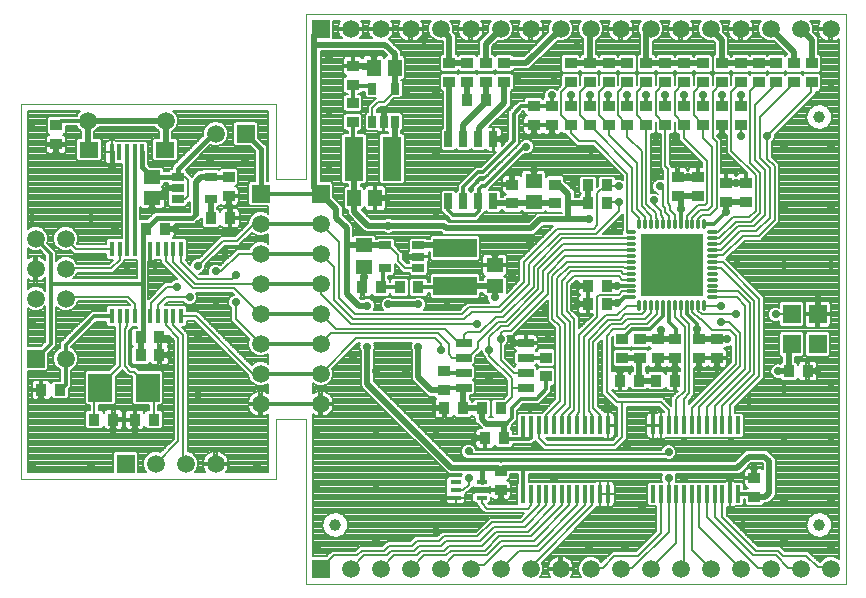
<source format=gtl>
G75*
%MOMM*%
%OFA0B0*%
%FSLAX33Y33*%
%IPPOS*%
%LPD*%
%AMOC8*
5,1,8,0,0,1.08239X$1,22.5*
%
%ADD10C,0.000*%
%ADD11R,1.000X0.950*%
%ADD12R,0.710X1.000*%
%ADD13R,1.150X1.450*%
%ADD14R,1.600X3.700*%
%ADD15R,1.500X1.600*%
%ADD16R,0.950X1.000*%
%ADD17R,5.300X5.300*%
%ADD18C,0.300*%
%ADD19R,1.350X0.710*%
%ADD20R,1.000X0.710*%
%ADD21R,1.450X1.150*%
%ADD22R,3.700X1.600*%
%ADD23R,0.710X1.350*%
%ADD24R,0.450X1.500*%
%ADD25C,1.500*%
%ADD26R,1.500X1.500*%
%ADD27R,0.950X0.400*%
%ADD28C,1.000*%
%ADD29R,0.400X1.350*%
%ADD30R,1.600X1.400*%
%ADD31R,0.450X1.300*%
%ADD32R,2.000X2.400*%
%ADD33C,0.500*%
%ADD34C,0.700*%
%ADD35C,0.600*%
%ADD36C,0.200*%
%ADD37C,0.400*%
D10*
X00354Y09244D02*
X21944Y09244D01*
X21944Y14324D01*
X24484Y14324D01*
X24484Y00354D01*
X70204Y00354D01*
X70204Y48614D01*
X24484Y48614D01*
X24484Y34644D01*
X21944Y34644D01*
X21944Y40994D01*
X00354Y40994D01*
X00354Y09244D01*
D11*
X17954Y33204D03*
X17954Y34804D03*
X28484Y39454D03*
X28484Y41054D03*
X28484Y42604D03*
X28484Y44204D03*
X36634Y44454D03*
X38184Y44454D03*
X39734Y44454D03*
X41284Y44454D03*
X41284Y42854D03*
X39734Y42854D03*
X38184Y42854D03*
X36634Y42854D03*
X43784Y40804D03*
X45334Y40804D03*
X46934Y40804D03*
X48534Y40804D03*
X48534Y39204D03*
X46934Y39204D03*
X45334Y39204D03*
X43784Y39204D03*
X46934Y42804D03*
X48534Y42804D03*
X48534Y44404D03*
X46934Y44404D03*
X50134Y44404D03*
X51734Y44404D03*
X53334Y44404D03*
X54934Y44404D03*
X54934Y42804D03*
X53334Y42804D03*
X51734Y42804D03*
X50134Y42804D03*
X50134Y40804D03*
X51734Y40804D03*
X53334Y40804D03*
X54934Y40804D03*
X54934Y39204D03*
X53334Y39204D03*
X51734Y39204D03*
X50134Y39204D03*
X56534Y39204D03*
X58134Y39204D03*
X59734Y39204D03*
X61334Y39204D03*
X61334Y40804D03*
X59734Y40804D03*
X58134Y40804D03*
X56534Y40804D03*
X56534Y42804D03*
X58134Y42804D03*
X59734Y42804D03*
X61334Y42804D03*
X62834Y42804D03*
X64334Y42804D03*
X65834Y42804D03*
X67334Y42804D03*
X67334Y44404D03*
X65834Y44404D03*
X64334Y44404D03*
X62834Y44404D03*
X61334Y44404D03*
X59734Y44404D03*
X58134Y44404D03*
X56534Y44404D03*
X55984Y34804D03*
X57684Y34804D03*
X57684Y33204D03*
X55984Y33204D03*
X60084Y32704D03*
X61784Y32704D03*
X61784Y34304D03*
X60084Y34304D03*
X45584Y34154D03*
X45584Y32554D03*
X41984Y32554D03*
X41984Y34154D03*
X51284Y21054D03*
X52784Y21054D03*
X54284Y21054D03*
X55784Y21054D03*
X57784Y21054D03*
X59334Y21054D03*
X59334Y19454D03*
X57784Y19454D03*
X55784Y19454D03*
X54284Y19454D03*
X52784Y19454D03*
X51284Y19454D03*
X44834Y19504D03*
X44834Y17904D03*
X36184Y18354D03*
X36184Y16754D03*
X40984Y09904D03*
X40984Y08304D03*
X62484Y07704D03*
X62484Y09304D03*
X03354Y37554D03*
X03354Y39154D03*
D12*
X30134Y39454D03*
X31084Y39454D03*
X32034Y39454D03*
X32034Y42254D03*
X30134Y42254D03*
D13*
X30234Y44054D03*
X32034Y44054D03*
X30384Y33004D03*
X28584Y33004D03*
D14*
X28584Y36354D03*
X31784Y36354D03*
D15*
X65633Y23174D03*
X67833Y23174D03*
X67833Y20634D03*
X65633Y20634D03*
D16*
X65384Y18354D03*
X66984Y18354D03*
X55784Y17554D03*
X54184Y17554D03*
X52684Y17554D03*
X51084Y17554D03*
X49984Y24004D03*
X48384Y24004D03*
X48384Y25604D03*
X49984Y25604D03*
X49984Y32554D03*
X48384Y32554D03*
X48384Y34104D03*
X49984Y34104D03*
X39734Y41304D03*
X38134Y41304D03*
X18074Y31304D03*
X16474Y31304D03*
X12554Y30404D03*
X10954Y30404D03*
X10504Y21204D03*
X10504Y19704D03*
X12104Y19704D03*
X12104Y21204D03*
X03704Y16754D03*
X02104Y16754D03*
X06604Y14254D03*
X08204Y14254D03*
X10014Y14244D03*
X11614Y14244D03*
X29284Y25454D03*
X30884Y25454D03*
X32434Y25454D03*
X34034Y25454D03*
X36234Y15204D03*
X37834Y15204D03*
X39384Y15204D03*
X40984Y15204D03*
X41284Y12654D03*
X39684Y12654D03*
D17*
X55484Y27354D03*
D18*
X52309Y27104D02*
X51759Y27104D01*
X51759Y26604D02*
X52309Y26604D01*
X52309Y26104D02*
X51759Y26104D01*
X52034Y25604D02*
X50834Y25604D01*
X51759Y25604D02*
X52309Y25604D01*
X52309Y25104D02*
X51759Y25104D01*
X52034Y24604D02*
X51434Y24604D01*
X50984Y24154D01*
X50834Y24154D01*
X51759Y24604D02*
X52309Y24604D01*
X52734Y24179D02*
X52734Y23629D01*
X53234Y23629D02*
X53234Y24179D01*
X53734Y24179D02*
X53734Y23629D01*
X54234Y23629D02*
X54234Y24179D01*
X54734Y24179D02*
X54734Y23629D01*
X54734Y23904D02*
X54734Y23004D01*
X53634Y21904D01*
X52134Y21904D01*
X51284Y21054D01*
X55234Y22504D02*
X55234Y23904D01*
X55234Y24179D02*
X55234Y23629D01*
X55734Y23629D02*
X55734Y24179D01*
X56234Y24179D02*
X56234Y23629D01*
X56734Y23904D02*
X56734Y23204D01*
X57634Y22304D01*
X57634Y21904D01*
X55834Y21904D02*
X55834Y21104D01*
X55834Y21904D02*
X55234Y22504D01*
X56734Y23629D02*
X56734Y24179D01*
X57234Y24179D02*
X57234Y23629D01*
X57734Y23629D02*
X57734Y24179D01*
X58234Y24179D02*
X58234Y23629D01*
X58659Y24604D02*
X59209Y24604D01*
X59209Y25104D02*
X58659Y25104D01*
X58659Y25604D02*
X59209Y25604D01*
X59209Y26104D02*
X58659Y26104D01*
X58659Y26604D02*
X59209Y26604D01*
X59209Y27104D02*
X58659Y27104D01*
X58659Y27604D02*
X59209Y27604D01*
X59209Y28104D02*
X58659Y28104D01*
X58659Y28604D02*
X59209Y28604D01*
X59209Y29104D02*
X58659Y29104D01*
X58659Y29604D02*
X59209Y29604D01*
X59209Y30104D02*
X58659Y30104D01*
X59034Y30804D02*
X58234Y30804D01*
X58234Y30529D02*
X58234Y31079D01*
X57734Y31079D02*
X57734Y30529D01*
X57234Y30529D02*
X57234Y31079D01*
X56734Y31079D02*
X56734Y30529D01*
X56234Y30529D02*
X56234Y31079D01*
X56234Y30804D02*
X56234Y32054D01*
X55734Y31079D02*
X55734Y30529D01*
X55234Y30529D02*
X55234Y31079D01*
X54734Y31079D02*
X54734Y30529D01*
X54234Y30529D02*
X54234Y31079D01*
X53734Y31079D02*
X53734Y30529D01*
X53234Y30529D02*
X53234Y31079D01*
X52734Y31079D02*
X52734Y30529D01*
X52309Y30104D02*
X51759Y30104D01*
X51759Y29604D02*
X52309Y29604D01*
X52309Y29104D02*
X51759Y29104D01*
X51759Y28604D02*
X52309Y28604D01*
X52309Y28104D02*
X51759Y28104D01*
X51759Y27604D02*
X52309Y27604D01*
X59034Y30804D02*
X60084Y31854D01*
X59734Y40804D02*
X59734Y41704D01*
X58134Y41704D02*
X58134Y40804D01*
X56534Y40804D02*
X56484Y40854D01*
X56484Y41704D01*
X54934Y41704D02*
X54934Y40804D01*
X53334Y40804D02*
X53334Y41704D01*
X51734Y41704D02*
X51734Y40804D01*
X50134Y40804D02*
X50084Y40854D01*
X50084Y41704D01*
X48534Y41704D02*
X48534Y40804D01*
X46934Y40804D02*
X46934Y41704D01*
X45334Y41704D02*
X45334Y40804D01*
X43784Y40804D01*
X42734Y40804D01*
X42084Y40154D01*
X42084Y37804D01*
X39484Y35204D01*
X39084Y35204D01*
X37834Y33954D01*
X37834Y32744D01*
X37849Y32729D01*
X36579Y32729D02*
X36579Y31959D01*
X36984Y31554D01*
X38784Y31554D01*
X39134Y31904D01*
X39134Y32714D01*
X39119Y32729D01*
X39134Y32744D01*
X39134Y33754D01*
X39434Y34054D01*
X39684Y34054D01*
X42984Y37354D01*
X43184Y37354D01*
X30134Y42254D02*
X30134Y42454D01*
X28634Y42454D01*
X28484Y42604D01*
X28484Y41054D01*
X28484Y39454D02*
X28484Y37904D01*
X25754Y33374D02*
X20674Y33374D01*
X20674Y30834D02*
X25754Y30834D01*
X25754Y28294D02*
X20674Y28294D01*
X20674Y25754D02*
X25754Y25754D01*
X25754Y23214D02*
X20674Y23214D01*
X20674Y20674D02*
X25754Y20674D01*
X25754Y18134D02*
X20674Y18134D01*
X20674Y15594D02*
X25754Y15594D01*
X35984Y16754D02*
X36184Y16754D01*
X36354Y16924D01*
X37834Y16924D01*
X37859Y18219D02*
X36319Y18219D01*
X36184Y18354D01*
X41934Y15204D02*
X41934Y14404D01*
X41434Y13904D01*
X42909Y13754D02*
X42909Y12679D01*
X42834Y12604D01*
X41334Y12604D01*
X41284Y12654D01*
X42834Y12604D02*
X43434Y12604D01*
X43559Y12729D01*
X43559Y13754D01*
X41934Y15204D02*
X42734Y16004D01*
X44034Y16004D01*
X44834Y16804D01*
X44834Y17904D01*
X44819Y19489D02*
X43109Y19489D01*
X44819Y19489D02*
X44834Y19504D01*
X53884Y15004D02*
X53884Y13779D01*
X60409Y09229D02*
X60434Y09254D01*
X60409Y09229D02*
X60409Y07954D01*
X61059Y07954D02*
X62234Y07954D01*
X62484Y07704D01*
X42909Y07954D02*
X42909Y10029D01*
X43034Y10154D01*
X37184Y07654D02*
X36134Y07654D01*
X35584Y25454D02*
X34034Y25454D01*
X32434Y25454D02*
X30884Y25454D01*
X31034Y25604D01*
X31034Y27104D01*
X31234Y27104D01*
X11704Y27304D02*
X11329Y27679D01*
X11329Y28704D01*
X10029Y28704D02*
X10004Y28729D01*
X10004Y36869D01*
X09354Y36869D02*
X09354Y28729D01*
X09379Y28704D01*
X10679Y25754D02*
X02904Y25754D01*
X02904Y20684D01*
X01624Y19404D01*
X04154Y19414D02*
X04154Y20604D01*
X06554Y23004D01*
X08079Y23004D01*
X04164Y19404D02*
X04154Y19414D01*
X04164Y19404D02*
X04164Y17214D01*
X03704Y16754D01*
X02904Y25754D02*
X02904Y28284D01*
X01624Y29564D01*
X03354Y39154D02*
X03744Y39544D01*
X06054Y39544D01*
X28484Y44204D02*
X28634Y44054D01*
X61334Y41704D02*
X61334Y40804D01*
D19*
X43109Y20759D03*
X43109Y19489D03*
X43109Y18219D03*
X43109Y16949D03*
X37859Y16949D03*
X37859Y18219D03*
X37859Y19489D03*
X37859Y20759D03*
D20*
X34034Y27104D03*
X34034Y28054D03*
X34034Y29004D03*
X31234Y29004D03*
X31234Y27104D03*
X16454Y32904D03*
X16454Y34804D03*
X13654Y34804D03*
X13654Y33854D03*
X13654Y32904D03*
D21*
X11504Y33004D03*
X11504Y34804D03*
X29434Y29004D03*
X29434Y27204D03*
X40484Y27354D03*
X40484Y25554D03*
X43784Y32654D03*
X43784Y34454D03*
D22*
X37134Y28754D03*
X37134Y25554D03*
D23*
X36579Y32729D03*
X37849Y32729D03*
X39119Y32729D03*
X40389Y32729D03*
X40389Y37979D03*
X39119Y37979D03*
X37849Y37979D03*
X36579Y37979D03*
D24*
X42909Y13754D03*
X43559Y13754D03*
X44209Y13754D03*
X44859Y13754D03*
X45509Y13754D03*
X46159Y13754D03*
X46809Y13754D03*
X47459Y13754D03*
X48109Y13754D03*
X48759Y13754D03*
X49409Y13754D03*
X50059Y13754D03*
X53909Y13754D03*
X54559Y13754D03*
X55209Y13754D03*
X55859Y13754D03*
X56509Y13754D03*
X57159Y13754D03*
X57809Y13754D03*
X58459Y13754D03*
X59109Y13754D03*
X59759Y13754D03*
X60409Y13754D03*
X61059Y13754D03*
X61059Y07954D03*
X60409Y07954D03*
X59759Y07954D03*
X59109Y07954D03*
X58459Y07954D03*
X57809Y07954D03*
X57159Y07954D03*
X56509Y07954D03*
X55859Y07954D03*
X55209Y07954D03*
X54559Y07954D03*
X53909Y07954D03*
X50059Y07954D03*
X49409Y07954D03*
X48759Y07954D03*
X48109Y07954D03*
X47459Y07954D03*
X46809Y07954D03*
X46159Y07954D03*
X45509Y07954D03*
X44859Y07954D03*
X44209Y07954D03*
X43559Y07954D03*
X42909Y07954D03*
D25*
X43534Y01624D03*
X40994Y01624D03*
X38454Y01624D03*
X35914Y01624D03*
X33374Y01624D03*
X30834Y01624D03*
X28294Y01624D03*
X16864Y10514D03*
X14324Y10514D03*
X11784Y10514D03*
X20674Y15594D03*
X20674Y18134D03*
X20674Y20674D03*
X20674Y23214D03*
X20674Y25754D03*
X20674Y28294D03*
X20674Y30834D03*
X25754Y30834D03*
X25754Y28294D03*
X25754Y25754D03*
X25754Y23214D03*
X25754Y20674D03*
X25754Y18134D03*
X25754Y15594D03*
X46074Y01624D03*
X48614Y01624D03*
X51154Y01624D03*
X53694Y01624D03*
X56234Y01624D03*
X58774Y01624D03*
X61314Y01624D03*
X63854Y01624D03*
X66394Y01624D03*
X68934Y01624D03*
X16864Y38454D03*
X12654Y39544D03*
X06054Y39544D03*
X04164Y29564D03*
X01624Y29564D03*
X01624Y27024D03*
X04164Y27024D03*
X04164Y24484D03*
X01624Y24484D03*
X04164Y19404D03*
X28294Y47344D03*
X30834Y47344D03*
X33374Y47344D03*
X35914Y47344D03*
X38454Y47344D03*
X40994Y47344D03*
X43534Y47344D03*
X46074Y47344D03*
X48614Y47344D03*
X51154Y47344D03*
X53694Y47344D03*
X56234Y47344D03*
X58774Y47344D03*
X61314Y47344D03*
X63854Y47344D03*
X66394Y47344D03*
X68934Y47344D03*
D26*
X25754Y47344D03*
X19404Y38454D03*
X20674Y33374D03*
X25754Y33374D03*
X01624Y19404D03*
X09244Y10514D03*
X25754Y01624D03*
D27*
X37184Y07654D03*
X37184Y08304D03*
X37184Y08954D03*
X39384Y08954D03*
X39384Y07654D03*
D28*
X26984Y05354D03*
X67984Y05354D03*
X67984Y39854D03*
D29*
X10654Y36869D03*
X10004Y36869D03*
X09354Y36869D03*
X08704Y36869D03*
X08054Y36869D03*
D30*
X06154Y37119D03*
X12554Y37119D03*
D31*
X12629Y28704D03*
X11979Y28704D03*
X11329Y28704D03*
X10679Y28704D03*
X10029Y28704D03*
X09379Y28704D03*
X08729Y28704D03*
X08079Y28704D03*
X13279Y28704D03*
X13929Y28704D03*
X13929Y23004D03*
X13279Y23004D03*
X12629Y23004D03*
X11979Y23004D03*
X11329Y23004D03*
X10679Y23004D03*
X10029Y23004D03*
X09379Y23004D03*
X08729Y23004D03*
X08079Y23004D03*
D32*
X07104Y16954D03*
X11104Y16954D03*
D33*
X10014Y14244D02*
X10014Y13414D01*
X10004Y13404D01*
X08204Y13404D02*
X08204Y14254D01*
X02104Y15904D02*
X02104Y16754D01*
X10504Y19704D02*
X10504Y21204D01*
X12104Y19704D02*
X12954Y19704D01*
X27984Y24904D02*
X28984Y23904D01*
X29684Y23904D01*
X31484Y24004D02*
X34034Y24004D01*
X35584Y25454D02*
X35684Y25554D01*
X37134Y25554D01*
X40484Y25554D01*
X40484Y24604D01*
X40484Y27354D02*
X40484Y28304D01*
X37134Y28754D02*
X37134Y29004D01*
X34034Y29004D01*
X34034Y28054D02*
X33084Y28054D01*
X31234Y29004D02*
X29434Y29004D01*
X27984Y29004D01*
X27984Y24904D01*
X29284Y25454D02*
X29434Y25604D01*
X29434Y26304D01*
X29434Y27204D01*
X27984Y29004D02*
X27984Y30454D01*
X27084Y31354D01*
X27084Y32054D01*
X25764Y33374D01*
X25754Y33374D01*
X25234Y33894D01*
X25234Y46004D01*
X31234Y46004D01*
X32034Y45204D01*
X32034Y44054D01*
X32034Y42254D01*
X30234Y44054D02*
X30034Y44054D01*
X29934Y44154D01*
X28734Y44154D01*
X28634Y44054D01*
X30234Y44054D02*
X30234Y45154D01*
X25754Y47344D02*
X25234Y46824D01*
X25234Y46004D01*
X31084Y40404D02*
X31084Y39454D01*
X32034Y39454D02*
X32034Y36604D01*
X31784Y36354D01*
X28584Y36354D02*
X28584Y33004D01*
X28584Y31854D01*
X29784Y30654D01*
X31484Y30654D01*
X36184Y30654D01*
X36384Y30454D01*
X43584Y30454D01*
X44334Y31204D01*
X46734Y31204D01*
X48434Y31204D01*
X46734Y31204D02*
X46734Y32554D01*
X48384Y32554D01*
X48384Y34104D01*
X46734Y33354D02*
X46734Y32554D01*
X46734Y33354D02*
X45934Y34154D01*
X45584Y34154D01*
X43784Y34454D02*
X43784Y35404D01*
X41984Y35004D02*
X41984Y34154D01*
X41984Y32554D02*
X40564Y32554D01*
X40389Y32729D01*
X41984Y32554D02*
X43684Y32554D01*
X43784Y32654D01*
X43884Y32554D01*
X45584Y32554D01*
X41134Y38004D02*
X40414Y38004D01*
X40389Y37979D01*
X39134Y37994D02*
X39134Y38904D01*
X41284Y41054D01*
X41284Y42854D01*
X39734Y42854D02*
X39734Y41304D01*
X39734Y41104D01*
X37849Y39219D01*
X37849Y37979D01*
X36634Y38034D02*
X36579Y37979D01*
X36634Y38034D02*
X36634Y42854D01*
X38184Y42854D02*
X38184Y41354D01*
X38134Y41304D01*
X38184Y44454D02*
X36634Y44454D01*
X36634Y46624D01*
X35914Y47344D01*
X39734Y46084D02*
X39734Y44454D01*
X41284Y44454D02*
X43184Y44454D01*
X46074Y47344D01*
X48534Y47264D02*
X48614Y47344D01*
X48534Y47264D02*
X48534Y44404D01*
X50134Y44404D01*
X51734Y44404D01*
X53334Y44404D02*
X53334Y46984D01*
X53694Y47344D01*
X53334Y44404D02*
X54934Y44404D01*
X56534Y44404D01*
X58134Y44404D01*
X59734Y44404D02*
X59734Y46384D01*
X58774Y47344D01*
X59734Y44404D02*
X61334Y44404D01*
X62834Y44404D01*
X64334Y44404D01*
X65834Y44404D02*
X65834Y45364D01*
X63854Y47344D01*
X66394Y47344D02*
X67334Y46404D01*
X67334Y44404D01*
X59734Y39204D02*
X59734Y38354D01*
X60084Y34304D02*
X60934Y34304D01*
X61784Y34304D01*
X61784Y32704D02*
X60084Y32704D01*
X60084Y31854D01*
X57684Y33204D02*
X55984Y33204D01*
X56234Y32954D01*
X56234Y32054D01*
X55484Y29604D02*
X53234Y29604D01*
X55484Y29604D02*
X55484Y27354D01*
X55484Y25104D01*
X53234Y25104D01*
X55484Y25104D02*
X57734Y25104D01*
X57734Y27354D01*
X57734Y29604D01*
X55484Y29604D01*
X55484Y27354D02*
X53234Y27354D01*
X50834Y25604D02*
X49984Y25604D01*
X48384Y25604D02*
X47534Y25604D01*
X47534Y24004D02*
X48384Y24004D01*
X49984Y24004D02*
X50134Y24154D01*
X50834Y24154D01*
X54534Y21804D02*
X54534Y21304D01*
X54284Y21054D01*
X55784Y21054D01*
X55834Y21104D01*
X57634Y21204D02*
X57784Y21054D01*
X59334Y21054D01*
X60184Y21054D01*
X59334Y19454D02*
X59334Y18604D01*
X57784Y18604D02*
X57784Y19454D01*
X55784Y19454D02*
X55784Y18604D01*
X55784Y17654D01*
X55734Y17604D01*
X55784Y17554D01*
X54184Y17554D02*
X52684Y17554D01*
X52734Y17604D01*
X52734Y19404D01*
X52784Y19454D01*
X51284Y19454D01*
X51084Y18404D02*
X51084Y17554D01*
X54284Y18604D02*
X54284Y19454D01*
X54284Y21054D02*
X52784Y21054D01*
X57634Y21204D02*
X57634Y21904D01*
X64483Y18354D02*
X65384Y18354D01*
X65384Y20385D01*
X65633Y20634D01*
X65613Y20654D01*
X66984Y18354D02*
X67784Y18354D01*
X67833Y23174D02*
X67833Y24504D01*
X63334Y11104D02*
X61984Y11104D01*
X61034Y10154D01*
X43034Y10154D01*
X41234Y10154D01*
X40984Y09904D01*
X40734Y10154D01*
X39384Y10154D01*
X36834Y10154D01*
X29684Y17304D01*
X29684Y20404D01*
X34034Y20404D02*
X34034Y17854D01*
X35134Y16754D01*
X36184Y16754D01*
X37834Y16924D02*
X37834Y15204D01*
X39384Y15204D01*
X39384Y14304D01*
X39784Y13904D01*
X41184Y13904D01*
X41284Y13804D01*
X41284Y12654D01*
X39684Y12654D02*
X38834Y12654D01*
X41184Y13904D02*
X41434Y13904D01*
X37859Y16949D02*
X37834Y16924D01*
X36234Y15204D02*
X35384Y15204D01*
X42084Y20754D02*
X43114Y20754D01*
X43109Y20759D01*
X31334Y33004D02*
X30384Y33004D01*
X28584Y36354D02*
X28584Y37804D01*
X28484Y37904D01*
X39119Y37979D02*
X39134Y37994D01*
X43784Y38354D02*
X43784Y39204D01*
X45334Y39204D02*
X45334Y38354D01*
X46934Y44404D02*
X48534Y44404D01*
X40994Y47344D02*
X39734Y46084D01*
X17954Y33204D02*
X17954Y32354D01*
X18074Y32234D01*
X18074Y31304D01*
X16474Y31304D02*
X16454Y31324D01*
X16454Y32904D01*
X15204Y31654D02*
X15204Y31604D01*
X15204Y31654D02*
X15204Y34404D01*
X15604Y34804D01*
X16454Y34804D01*
X13654Y33854D02*
X12804Y33854D01*
X11954Y33004D01*
X11504Y33004D01*
X11504Y32104D01*
X12554Y30404D02*
X13404Y30404D01*
X12554Y37119D02*
X12654Y37219D01*
X12654Y39544D01*
X06054Y39544D01*
X06054Y37219D01*
X06154Y37119D01*
X03354Y36704D02*
X03354Y37554D01*
X40984Y08304D02*
X40984Y07404D01*
X41034Y07354D01*
X62484Y07704D02*
X63384Y07704D01*
X63734Y08054D01*
X63734Y10704D01*
X63334Y11104D01*
X62484Y10154D02*
X62484Y09304D01*
D34*
X62484Y10154D03*
X60434Y09254D03*
X56484Y09304D03*
X55234Y09304D03*
X55234Y11504D03*
X56534Y12354D03*
X53884Y15004D03*
X51734Y12004D03*
X49984Y15354D03*
X51084Y18404D03*
X54284Y18604D03*
X55784Y18604D03*
X57784Y18604D03*
X59334Y18604D03*
X60184Y21054D03*
X59634Y22504D03*
X60884Y23154D03*
X59634Y23904D03*
X57734Y25104D03*
X55484Y25104D03*
X53234Y25104D03*
X50834Y25604D03*
X50834Y24154D03*
X47534Y24004D03*
X47534Y25604D03*
X44734Y23704D03*
X44984Y21104D03*
X42084Y20754D03*
X40984Y21054D03*
X40034Y20104D03*
X38984Y22354D03*
X36484Y23854D03*
X34034Y24004D03*
X31484Y24004D03*
X29684Y23904D03*
X29434Y26304D03*
X33084Y28054D03*
X31484Y30654D03*
X28884Y30204D03*
X31334Y33004D03*
X35484Y31854D03*
X40484Y28304D03*
X41984Y26354D03*
X40484Y24604D03*
X43484Y29354D03*
X43034Y31404D03*
X47184Y34254D03*
X43784Y35404D03*
X41984Y35004D03*
X43184Y37354D03*
X43784Y38354D03*
X45334Y38354D03*
X48684Y37054D03*
X50984Y34004D03*
X50984Y32704D03*
X48434Y31204D03*
X50584Y30254D03*
X53234Y29604D03*
X55484Y29604D03*
X57734Y29604D03*
X57734Y27354D03*
X60984Y27854D03*
X64984Y27354D03*
X68984Y27354D03*
X67833Y24504D03*
X64283Y23154D03*
X64483Y18354D03*
X64984Y16854D03*
X67784Y18354D03*
X68984Y17354D03*
X68984Y12354D03*
X64984Y12354D03*
X60484Y12354D03*
X61984Y15854D03*
X57634Y21904D03*
X54534Y21804D03*
X53234Y27354D03*
X56234Y32054D03*
X53984Y32804D03*
X54484Y34004D03*
X54184Y35154D03*
X56834Y34804D03*
X55784Y38154D03*
X54184Y38154D03*
X54934Y41704D03*
X53334Y41704D03*
X51734Y41704D03*
X50084Y41704D03*
X48534Y41704D03*
X46934Y41704D03*
X45334Y41704D03*
X45484Y43354D03*
X42484Y43354D03*
X47484Y45854D03*
X56484Y41704D03*
X58134Y41704D03*
X59734Y41704D03*
X61334Y41704D03*
X61384Y38304D03*
X59734Y38354D03*
X63584Y38304D03*
X64984Y37354D03*
X68984Y37354D03*
X68984Y32354D03*
X64984Y32354D03*
X60934Y34304D03*
X60084Y31854D03*
X68984Y42354D03*
X41134Y38004D03*
X35484Y36854D03*
X31084Y40404D03*
X32984Y41854D03*
X35484Y41854D03*
X30234Y45154D03*
X26484Y44854D03*
X26484Y40354D03*
X26484Y35354D03*
X19354Y36354D03*
X16354Y36354D03*
X17954Y32354D03*
X13404Y30404D03*
X11504Y32104D03*
X08354Y30354D03*
X06354Y31354D03*
X08054Y35704D03*
X03354Y36704D03*
X01354Y39354D03*
X01354Y31354D03*
X09354Y26854D03*
X11704Y27304D03*
X13604Y25504D03*
X14654Y24604D03*
X16854Y23854D03*
X18554Y24204D03*
X18554Y26454D03*
X16854Y26804D03*
X15354Y27254D03*
X17654Y28404D03*
X15354Y21354D03*
X12954Y20954D03*
X12954Y19704D03*
X15354Y16354D03*
X10004Y13404D03*
X08204Y13404D03*
X06354Y10354D03*
X01354Y10354D03*
X02104Y15904D03*
X01354Y22354D03*
X20354Y10354D03*
X25484Y08354D03*
X30484Y08354D03*
X36134Y07654D03*
X38284Y09304D03*
X38284Y11554D03*
X38784Y12654D03*
X35484Y13354D03*
X35384Y15204D03*
X32984Y18354D03*
X30484Y18354D03*
X28484Y19354D03*
X29684Y20404D03*
X34034Y20404D03*
X35934Y20104D03*
X39984Y17854D03*
X43484Y15204D03*
X43934Y12004D03*
X45484Y09304D03*
X40984Y07404D03*
X35484Y04854D03*
X30484Y03854D03*
X25484Y03354D03*
X25484Y13354D03*
X30484Y13354D03*
X48484Y03354D03*
X51484Y03404D03*
X52984Y06854D03*
X61484Y05354D03*
X64984Y03854D03*
X68984Y03354D03*
X68984Y07354D03*
X64984Y07354D03*
X34484Y46354D03*
D35*
X55984Y34804D02*
X56834Y34804D01*
X57684Y34804D01*
D36*
X57584Y34893D02*
X56084Y34893D01*
X56084Y34904D02*
X57584Y34904D01*
X57584Y35633D01*
X57137Y35633D01*
X57047Y35609D01*
X56967Y35562D01*
X56901Y35496D01*
X56854Y35416D01*
X56834Y35341D01*
X56814Y35416D01*
X56767Y35496D01*
X56701Y35562D01*
X56621Y35609D01*
X56531Y35633D01*
X56084Y35633D01*
X56084Y34904D01*
X55884Y34904D01*
X55884Y35633D01*
X55534Y35633D01*
X55534Y35670D01*
X55334Y35870D01*
X55334Y38429D01*
X55558Y38429D01*
X55734Y38605D01*
X55910Y38429D01*
X56134Y38429D01*
X56134Y37888D01*
X56368Y37654D01*
X58084Y35938D01*
X58084Y35633D01*
X57784Y35633D01*
X57784Y34904D01*
X57584Y34904D01*
X57584Y34704D01*
X56838Y34704D01*
X56084Y34704D01*
X56084Y34904D01*
X56084Y35092D02*
X55884Y35092D01*
X55884Y35290D02*
X56084Y35290D01*
X56084Y35489D02*
X55884Y35489D01*
X55517Y35687D02*
X58084Y35687D01*
X58084Y35886D02*
X55334Y35886D01*
X55334Y36084D02*
X57938Y36084D01*
X57740Y36283D02*
X55334Y36283D01*
X55334Y36481D02*
X57541Y36481D01*
X57343Y36680D02*
X55334Y36680D01*
X55334Y36878D02*
X57144Y36878D01*
X56946Y37077D02*
X55334Y37077D01*
X55334Y37275D02*
X56747Y37275D01*
X56549Y37474D02*
X55334Y37474D01*
X55334Y37672D02*
X56350Y37672D01*
X56152Y37871D02*
X55334Y37871D01*
X55334Y38069D02*
X56134Y38069D01*
X56134Y38268D02*
X55334Y38268D01*
X55595Y38466D02*
X55873Y38466D01*
X55734Y38605D02*
X55734Y39438D01*
X55734Y39438D01*
X55734Y38605D01*
X55734Y38665D02*
X55734Y38665D01*
X55734Y38863D02*
X55734Y38863D01*
X55734Y39062D02*
X55734Y39062D01*
X55734Y39260D02*
X55734Y39260D01*
X55734Y40004D02*
X56534Y39204D01*
X56534Y38054D01*
X58484Y36104D01*
X58484Y32554D01*
X58334Y32404D01*
X57684Y32404D01*
X56734Y31454D01*
X56734Y30804D01*
X57234Y30804D02*
X57234Y31354D01*
X57884Y32004D01*
X58534Y32004D01*
X58884Y32354D01*
X58884Y37304D01*
X58134Y38054D01*
X58134Y39204D01*
X57334Y40004D01*
X57334Y42004D01*
X58134Y42804D01*
X58934Y42833D02*
X58934Y42833D01*
X58934Y43032D02*
X58934Y43032D01*
X58934Y43230D02*
X58934Y43230D01*
X58934Y43403D02*
X58758Y43579D01*
X57510Y43579D01*
X57334Y43403D01*
X57158Y43579D01*
X55910Y43579D01*
X55734Y43403D01*
X55558Y43579D01*
X54310Y43579D01*
X54134Y43403D01*
X53958Y43579D01*
X52710Y43579D01*
X52534Y43403D01*
X52358Y43579D01*
X51110Y43579D01*
X50934Y43403D01*
X50758Y43579D01*
X49510Y43579D01*
X49334Y43403D01*
X49158Y43579D01*
X47910Y43579D01*
X47734Y43403D01*
X47558Y43579D01*
X46310Y43579D01*
X46134Y43403D01*
X46134Y42570D01*
X45968Y42404D01*
X45761Y42196D01*
X45702Y42255D01*
X45463Y42354D01*
X45205Y42354D01*
X44966Y42255D01*
X44783Y42072D01*
X44684Y41833D01*
X44684Y41575D01*
X44690Y41560D01*
X44559Y41428D01*
X44408Y41579D01*
X43160Y41579D01*
X42984Y41403D01*
X42984Y41254D01*
X42548Y41254D01*
X41898Y40604D01*
X41634Y40340D01*
X41634Y37990D01*
X41098Y37454D01*
X41098Y37901D01*
X40467Y37901D01*
X40467Y38057D01*
X40311Y38057D01*
X40311Y39008D01*
X40016Y39008D01*
X41834Y40826D01*
X41834Y42079D01*
X41908Y42079D01*
X42084Y42255D01*
X42084Y43453D01*
X41908Y43629D01*
X40660Y43629D01*
X40509Y43478D01*
X40358Y43629D01*
X39110Y43629D01*
X38959Y43478D01*
X38808Y43629D01*
X37560Y43629D01*
X37409Y43478D01*
X37258Y43629D01*
X36010Y43629D01*
X35834Y43453D01*
X35834Y42255D01*
X36010Y42079D01*
X36084Y42079D01*
X36084Y38938D01*
X35924Y38778D01*
X35924Y37180D01*
X36100Y37004D01*
X37058Y37004D01*
X37214Y37160D01*
X37370Y37004D01*
X38328Y37004D01*
X38484Y37160D01*
X38640Y37004D01*
X39598Y37004D01*
X39725Y37131D01*
X39751Y37087D01*
X39817Y37021D01*
X39897Y36974D01*
X39987Y36950D01*
X40311Y36950D01*
X40311Y37901D01*
X40467Y37901D01*
X40467Y36950D01*
X40594Y36950D01*
X39298Y35654D01*
X38898Y35654D01*
X37648Y34404D01*
X37384Y34140D01*
X37384Y33704D01*
X37370Y33704D01*
X37214Y33548D01*
X37058Y33704D01*
X36100Y33704D01*
X35924Y33528D01*
X35924Y31930D01*
X36100Y31754D01*
X36148Y31754D01*
X36534Y31368D01*
X36798Y31104D01*
X38970Y31104D01*
X39320Y31454D01*
X39584Y31718D01*
X39584Y31754D01*
X39598Y31754D01*
X39754Y31910D01*
X39910Y31754D01*
X40868Y31754D01*
X41044Y31930D01*
X41044Y32004D01*
X41184Y32004D01*
X41184Y31955D01*
X41360Y31779D01*
X42608Y31779D01*
X42771Y31942D01*
X42935Y31779D01*
X44633Y31779D01*
X44796Y31942D01*
X44960Y31779D01*
X46184Y31779D01*
X46184Y31754D01*
X44106Y31754D01*
X43784Y31432D01*
X43356Y31004D01*
X36612Y31004D01*
X36412Y31204D01*
X31853Y31204D01*
X31852Y31205D01*
X31613Y31304D01*
X31355Y31304D01*
X31116Y31205D01*
X31115Y31204D01*
X30012Y31204D01*
X29237Y31979D01*
X29283Y31979D01*
X29459Y32155D01*
X29459Y32217D01*
X29479Y32142D01*
X29526Y32062D01*
X29592Y31996D01*
X29672Y31949D01*
X29762Y31925D01*
X30284Y31925D01*
X30284Y32904D01*
X30484Y32904D01*
X30484Y33104D01*
X30284Y33104D01*
X30284Y34083D01*
X29762Y34083D01*
X29672Y34059D01*
X29592Y34012D01*
X29526Y33946D01*
X29479Y33866D01*
X29459Y33791D01*
X29459Y33853D01*
X29283Y34029D01*
X29134Y34029D01*
X29134Y34204D01*
X29508Y34204D01*
X29684Y34380D01*
X29684Y38328D01*
X29508Y38504D01*
X28934Y38504D01*
X28934Y38679D01*
X29108Y38679D01*
X29284Y38855D01*
X29284Y40053D01*
X29108Y40229D01*
X27860Y40229D01*
X27684Y40053D01*
X27684Y38855D01*
X27860Y38679D01*
X28034Y38679D01*
X28034Y38504D01*
X27660Y38504D01*
X27484Y38328D01*
X27484Y34380D01*
X27660Y34204D01*
X28034Y34204D01*
X28034Y34029D01*
X27885Y34029D01*
X27709Y33853D01*
X27709Y32155D01*
X27885Y31979D01*
X28034Y31979D01*
X28034Y31626D01*
X29234Y30426D01*
X29556Y30104D01*
X31115Y30104D01*
X31116Y30103D01*
X31355Y30004D01*
X31613Y30004D01*
X31852Y30103D01*
X31853Y30104D01*
X35956Y30104D01*
X36156Y29904D01*
X43812Y29904D01*
X44562Y30654D01*
X45468Y30654D01*
X45384Y30570D01*
X42584Y27770D01*
X42584Y26070D01*
X41509Y24995D01*
X41509Y26253D01*
X41333Y26429D01*
X41271Y26429D01*
X41346Y26449D01*
X41426Y26496D01*
X41492Y26562D01*
X41539Y26642D01*
X41563Y26732D01*
X41563Y27254D01*
X40584Y27254D01*
X40584Y27454D01*
X40384Y27454D01*
X40384Y28283D01*
X39712Y28283D01*
X39622Y28259D01*
X39542Y28212D01*
X39476Y28146D01*
X39429Y28066D01*
X39405Y27976D01*
X39405Y27454D01*
X40384Y27454D01*
X40384Y27254D01*
X39405Y27254D01*
X39405Y26732D01*
X39429Y26642D01*
X39476Y26562D01*
X39542Y26496D01*
X39622Y26449D01*
X39697Y26429D01*
X39635Y26429D01*
X39459Y26253D01*
X39459Y26104D01*
X39284Y26104D01*
X39284Y26478D01*
X39108Y26654D01*
X35160Y26654D01*
X34984Y26478D01*
X34984Y25904D01*
X34809Y25904D01*
X34809Y26078D01*
X34633Y26254D01*
X33435Y26254D01*
X33259Y26078D01*
X33259Y24830D01*
X33435Y24654D01*
X34633Y24654D01*
X34809Y24830D01*
X34809Y25004D01*
X34984Y25004D01*
X34984Y24630D01*
X35160Y24454D01*
X39108Y24454D01*
X39284Y24630D01*
X39284Y25004D01*
X39459Y25004D01*
X39459Y24855D01*
X39635Y24679D01*
X39834Y24679D01*
X39834Y24475D01*
X39933Y24236D01*
X40015Y24154D01*
X38118Y24154D01*
X37884Y23920D01*
X37518Y23554D01*
X34503Y23554D01*
X34585Y23636D01*
X34684Y23875D01*
X34684Y24133D01*
X34585Y24372D01*
X34402Y24555D01*
X34163Y24654D01*
X33905Y24654D01*
X33666Y24555D01*
X33665Y24554D01*
X31853Y24554D01*
X31852Y24555D01*
X31613Y24654D01*
X31355Y24654D01*
X31116Y24555D01*
X30933Y24372D01*
X30834Y24133D01*
X30834Y23875D01*
X30933Y23636D01*
X31015Y23554D01*
X30243Y23554D01*
X30334Y23775D01*
X30334Y24033D01*
X30235Y24272D01*
X30052Y24455D01*
X29813Y24554D01*
X29555Y24554D01*
X29316Y24455D01*
X29315Y24454D01*
X29212Y24454D01*
X29066Y24600D01*
X29184Y24600D01*
X29184Y25354D01*
X29384Y25354D01*
X29384Y24600D01*
X29806Y24600D01*
X29896Y24624D01*
X29976Y24671D01*
X30042Y24737D01*
X30089Y24817D01*
X30109Y24892D01*
X30109Y24830D01*
X30285Y24654D01*
X31483Y24654D01*
X31659Y24830D01*
X31835Y24654D01*
X33033Y24654D01*
X33209Y24830D01*
X33209Y26078D01*
X33033Y26254D01*
X31835Y26254D01*
X31659Y26078D01*
X31484Y26253D01*
X31484Y26449D01*
X31858Y26449D01*
X32034Y26625D01*
X32034Y27438D01*
X32168Y27304D01*
X32768Y26704D01*
X33234Y26704D01*
X33234Y26625D01*
X33410Y26449D01*
X34658Y26449D01*
X34834Y26625D01*
X34834Y27511D01*
X34864Y27562D01*
X34888Y27652D01*
X34888Y27976D01*
X34112Y27976D01*
X34112Y28131D01*
X34888Y28131D01*
X34888Y28454D01*
X34984Y28454D01*
X34984Y27830D01*
X35160Y27654D01*
X39108Y27654D01*
X39284Y27830D01*
X39284Y29678D01*
X39108Y29854D01*
X35160Y29854D01*
X34984Y29678D01*
X34984Y29554D01*
X34763Y29554D01*
X34658Y29659D01*
X33410Y29659D01*
X33234Y29483D01*
X33234Y28597D01*
X33204Y28546D01*
X33180Y28456D01*
X33180Y28131D01*
X33956Y28131D01*
X33956Y27976D01*
X33180Y27976D01*
X33180Y27652D01*
X33204Y27562D01*
X33234Y27511D01*
X33234Y27504D01*
X33100Y27504D01*
X32734Y27870D01*
X32734Y28320D01*
X32500Y28554D01*
X32500Y28554D01*
X32034Y29020D01*
X32034Y29483D01*
X31858Y29659D01*
X30610Y29659D01*
X30505Y29554D01*
X30459Y29554D01*
X30459Y29703D01*
X30283Y29879D01*
X28585Y29879D01*
X28534Y29828D01*
X28534Y30682D01*
X28212Y31004D01*
X27634Y31582D01*
X27634Y32282D01*
X27312Y32604D01*
X26804Y33112D01*
X26804Y34248D01*
X26628Y34424D01*
X25784Y34424D01*
X25784Y45454D01*
X31006Y45454D01*
X31381Y45079D01*
X31335Y45079D01*
X31159Y44903D01*
X31159Y44841D01*
X31139Y44916D01*
X31092Y44996D01*
X31026Y45062D01*
X30946Y45109D01*
X30856Y45133D01*
X30334Y45133D01*
X30334Y44154D01*
X30134Y44154D01*
X30134Y45133D01*
X29612Y45133D01*
X29522Y45109D01*
X29442Y45062D01*
X29376Y44996D01*
X29329Y44916D01*
X29306Y44829D01*
X29267Y44896D01*
X29201Y44962D01*
X29121Y45009D01*
X29031Y45033D01*
X28584Y45033D01*
X28584Y44304D01*
X28384Y44304D01*
X28384Y45033D01*
X27937Y45033D01*
X27847Y45009D01*
X27767Y44962D01*
X27701Y44896D01*
X27654Y44816D01*
X27630Y44726D01*
X27630Y44304D01*
X28384Y44304D01*
X28384Y44104D01*
X27630Y44104D01*
X27630Y43682D01*
X27654Y43592D01*
X27701Y43512D01*
X27767Y43446D01*
X27847Y43399D01*
X27922Y43379D01*
X27860Y43379D01*
X27684Y43203D01*
X27684Y42005D01*
X27860Y41829D01*
X27684Y41653D01*
X27684Y40455D01*
X27860Y40279D01*
X29108Y40279D01*
X29284Y40455D01*
X29284Y41653D01*
X29108Y41829D01*
X29283Y42004D01*
X29479Y42004D01*
X29479Y41630D01*
X29655Y41454D01*
X30418Y41454D01*
X30234Y41270D01*
X29734Y40770D01*
X29734Y40254D01*
X29655Y40254D01*
X29479Y40078D01*
X29479Y38830D01*
X29655Y38654D01*
X30541Y38654D01*
X30592Y38624D01*
X30682Y38600D01*
X31006Y38600D01*
X31006Y39376D01*
X31161Y39376D01*
X31161Y38600D01*
X31484Y38600D01*
X31484Y38504D01*
X30860Y38504D01*
X30684Y38328D01*
X30684Y34380D01*
X30860Y34204D01*
X32708Y34204D01*
X32884Y34380D01*
X32884Y38328D01*
X32708Y38504D01*
X32584Y38504D01*
X32584Y38725D01*
X32689Y38830D01*
X32689Y40078D01*
X32513Y40254D01*
X31627Y40254D01*
X31576Y40284D01*
X31486Y40308D01*
X31161Y40308D01*
X31161Y39532D01*
X31006Y39532D01*
X31006Y40308D01*
X30682Y40308D01*
X30592Y40284D01*
X30541Y40254D01*
X30534Y40254D01*
X30534Y40438D01*
X30800Y40704D01*
X31250Y40704D01*
X32000Y41454D01*
X32513Y41454D01*
X32689Y41630D01*
X32689Y42878D01*
X32584Y42983D01*
X32584Y43029D01*
X32733Y43029D01*
X32909Y43205D01*
X32909Y44903D01*
X32733Y45079D01*
X32584Y45079D01*
X32584Y45432D01*
X31784Y46232D01*
X31530Y46485D01*
X31553Y46502D01*
X31676Y46625D01*
X31778Y46765D01*
X31857Y46920D01*
X31911Y47085D01*
X31936Y47244D01*
X30934Y47244D01*
X30934Y47444D01*
X31936Y47444D01*
X31911Y47603D01*
X31857Y47768D01*
X31778Y47923D01*
X31712Y48014D01*
X32496Y48014D01*
X32430Y47923D01*
X32351Y47768D01*
X32297Y47603D01*
X32272Y47444D01*
X33274Y47444D01*
X33274Y47244D01*
X33474Y47244D01*
X33474Y47444D01*
X34476Y47444D01*
X34451Y47603D01*
X34397Y47768D01*
X34318Y47923D01*
X34252Y48014D01*
X35099Y48014D01*
X35024Y47939D01*
X34864Y47553D01*
X34864Y47135D01*
X35024Y46749D01*
X35319Y46454D01*
X35705Y46294D01*
X36084Y46294D01*
X36084Y45229D01*
X36010Y45229D01*
X35834Y45053D01*
X35834Y43855D01*
X36010Y43679D01*
X37258Y43679D01*
X37409Y43830D01*
X37560Y43679D01*
X38808Y43679D01*
X38959Y43830D01*
X39110Y43679D01*
X40358Y43679D01*
X40509Y43830D01*
X40660Y43679D01*
X41908Y43679D01*
X42084Y43855D01*
X42084Y43904D01*
X43412Y43904D01*
X45820Y46313D01*
X45865Y46294D01*
X46283Y46294D01*
X46669Y46454D01*
X46964Y46749D01*
X47124Y47135D01*
X47124Y47553D01*
X46964Y47939D01*
X46889Y48014D01*
X47799Y48014D01*
X47724Y47939D01*
X47564Y47553D01*
X47564Y47135D01*
X47724Y46749D01*
X47984Y46489D01*
X47984Y45179D01*
X47910Y45179D01*
X47734Y45003D01*
X47558Y45179D01*
X46310Y45179D01*
X46134Y45003D01*
X46134Y43805D01*
X46310Y43629D01*
X47558Y43629D01*
X47734Y43805D01*
X47910Y43629D01*
X49158Y43629D01*
X49334Y43805D01*
X49510Y43629D01*
X50758Y43629D01*
X50934Y43805D01*
X51110Y43629D01*
X52358Y43629D01*
X52534Y43805D01*
X52710Y43629D01*
X53958Y43629D01*
X54134Y43805D01*
X54310Y43629D01*
X55558Y43629D01*
X55734Y43805D01*
X55910Y43629D01*
X57158Y43629D01*
X57334Y43805D01*
X57510Y43629D01*
X58758Y43629D01*
X58934Y43805D01*
X59110Y43629D01*
X60358Y43629D01*
X60534Y43805D01*
X60710Y43629D01*
X61958Y43629D01*
X62084Y43755D01*
X62210Y43629D01*
X63458Y43629D01*
X63584Y43755D01*
X63710Y43629D01*
X64958Y43629D01*
X65084Y43755D01*
X65210Y43629D01*
X66458Y43629D01*
X66584Y43755D01*
X66710Y43629D01*
X67958Y43629D01*
X68134Y43805D01*
X68134Y45003D01*
X67958Y45179D01*
X67884Y45179D01*
X67884Y46632D01*
X67425Y47090D01*
X67444Y47135D01*
X67444Y47553D01*
X67284Y47939D01*
X67209Y48014D01*
X68056Y48014D01*
X67990Y47923D01*
X67911Y47768D01*
X67857Y47603D01*
X67832Y47444D01*
X68834Y47444D01*
X68834Y47244D01*
X69034Y47244D01*
X69034Y46242D01*
X69193Y46267D01*
X69358Y46321D01*
X69513Y46400D01*
X69604Y46466D01*
X69604Y02439D01*
X69529Y02514D01*
X69143Y02674D01*
X68725Y02674D01*
X68339Y02514D01*
X68044Y02219D01*
X68017Y02154D01*
X68000Y02154D01*
X67050Y03104D01*
X65100Y03104D01*
X64650Y03554D01*
X62750Y03554D01*
X60159Y06145D01*
X60159Y06850D01*
X60396Y06850D01*
X60396Y07941D01*
X60421Y07941D01*
X60421Y06850D01*
X60681Y06850D01*
X60771Y06874D01*
X60822Y06904D01*
X61408Y06904D01*
X61584Y07080D01*
X61584Y07504D01*
X61684Y07504D01*
X61684Y07105D01*
X61860Y06929D01*
X63108Y06929D01*
X63284Y07105D01*
X63284Y07154D01*
X63612Y07154D01*
X63934Y07476D01*
X64284Y07826D01*
X64284Y10932D01*
X63962Y11254D01*
X63562Y11654D01*
X61756Y11654D01*
X60806Y10704D01*
X41006Y10704D01*
X40984Y10682D01*
X40962Y10704D01*
X37062Y10704D01*
X30234Y17532D01*
X30234Y20035D01*
X30235Y20036D01*
X30334Y20275D01*
X30334Y20533D01*
X30243Y20754D01*
X33475Y20754D01*
X33384Y20533D01*
X33384Y20275D01*
X33483Y20036D01*
X33484Y20035D01*
X33484Y17626D01*
X34584Y16526D01*
X34906Y16204D01*
X35384Y16204D01*
X35384Y16155D01*
X35548Y15991D01*
X35542Y15987D01*
X35476Y15921D01*
X35429Y15841D01*
X35405Y15751D01*
X35405Y15304D01*
X36134Y15304D01*
X36134Y15104D01*
X36334Y15104D01*
X36334Y14350D01*
X36756Y14350D01*
X36846Y14374D01*
X36926Y14421D01*
X36992Y14487D01*
X37039Y14567D01*
X37059Y14642D01*
X37059Y14580D01*
X37235Y14404D01*
X38433Y14404D01*
X38609Y14580D01*
X38785Y14404D01*
X38834Y14404D01*
X38834Y14076D01*
X39156Y13754D01*
X39402Y13508D01*
X39162Y13508D01*
X39072Y13484D01*
X38992Y13437D01*
X38926Y13371D01*
X38879Y13291D01*
X38855Y13201D01*
X38855Y12754D01*
X39584Y12754D01*
X39584Y12554D01*
X39784Y12554D01*
X39784Y11800D01*
X40206Y11800D01*
X40296Y11824D01*
X40376Y11871D01*
X40442Y11937D01*
X40489Y12017D01*
X40509Y12092D01*
X40509Y12030D01*
X40685Y11854D01*
X41883Y11854D01*
X42059Y12030D01*
X42059Y12154D01*
X43620Y12154D01*
X43884Y12418D01*
X43919Y12453D01*
X44434Y11938D01*
X44668Y11704D01*
X50800Y11704D01*
X51450Y12354D01*
X51684Y12588D01*
X51684Y15354D01*
X54368Y15354D01*
X54809Y14913D01*
X54809Y14858D01*
X54571Y14858D01*
X54571Y13767D01*
X54546Y13767D01*
X54546Y14858D01*
X54287Y14858D01*
X54234Y14844D01*
X54181Y14858D01*
X53921Y14858D01*
X53921Y13767D01*
X53896Y13767D01*
X53896Y14858D01*
X53637Y14858D01*
X53547Y14834D01*
X53467Y14787D01*
X53401Y14721D01*
X53354Y14641D01*
X53330Y14551D01*
X53330Y13766D01*
X53896Y13766D01*
X53896Y13741D01*
X53921Y13741D01*
X53921Y12650D01*
X54181Y12650D01*
X54234Y12664D01*
X54287Y12650D01*
X54546Y12650D01*
X54546Y13741D01*
X54571Y13741D01*
X54571Y12650D01*
X54831Y12650D01*
X54921Y12674D01*
X54972Y12704D01*
X61408Y12704D01*
X61584Y12880D01*
X61584Y14628D01*
X61408Y14804D01*
X60809Y14804D01*
X60809Y15313D01*
X63284Y17788D01*
X63284Y24670D01*
X63050Y24904D01*
X60100Y27854D01*
X61650Y29404D01*
X63000Y29404D01*
X63234Y29638D01*
X63234Y29638D01*
X64350Y30754D01*
X64584Y30988D01*
X64584Y35920D01*
X63984Y36520D01*
X63984Y37785D01*
X64135Y37936D01*
X64234Y38175D01*
X64234Y38388D01*
X67684Y41838D01*
X67684Y42029D01*
X67958Y42029D01*
X68134Y42205D01*
X68134Y43403D01*
X67958Y43579D01*
X66710Y43579D01*
X66584Y43453D01*
X66458Y43579D01*
X65210Y43579D01*
X65084Y43453D01*
X64958Y43579D01*
X63710Y43579D01*
X63584Y43453D01*
X63458Y43579D01*
X62210Y43579D01*
X62084Y43453D01*
X61958Y43579D01*
X60710Y43579D01*
X60534Y43403D01*
X60358Y43579D01*
X59110Y43579D01*
X58934Y43403D01*
X58934Y42570D01*
X58934Y42570D01*
X58934Y43403D01*
X58909Y43429D02*
X58959Y43429D01*
X58934Y43805D02*
X58934Y45003D01*
X59110Y45179D01*
X59184Y45179D01*
X59184Y46156D01*
X59028Y46313D01*
X58983Y46294D01*
X58565Y46294D01*
X58179Y46454D01*
X57884Y46749D01*
X57724Y47135D01*
X57724Y47553D01*
X57884Y47939D01*
X57959Y48014D01*
X57112Y48014D01*
X57178Y47923D01*
X57257Y47768D01*
X57311Y47603D01*
X57336Y47444D01*
X56334Y47444D01*
X56334Y47244D01*
X57336Y47244D01*
X57311Y47085D01*
X57257Y46920D01*
X57178Y46765D01*
X57076Y46625D01*
X56953Y46502D01*
X56813Y46400D01*
X56658Y46321D01*
X56493Y46267D01*
X56334Y46242D01*
X56334Y47244D01*
X56134Y47244D01*
X56134Y46242D01*
X55975Y46267D01*
X55810Y46321D01*
X55655Y46400D01*
X55515Y46502D01*
X55392Y46625D01*
X55290Y46765D01*
X55211Y46920D01*
X55157Y47085D01*
X55132Y47244D01*
X56134Y47244D01*
X56134Y47444D01*
X55132Y47444D01*
X55157Y47603D01*
X55211Y47768D01*
X55290Y47923D01*
X55356Y48014D01*
X54509Y48014D01*
X54584Y47939D01*
X54744Y47553D01*
X54744Y47135D01*
X54584Y46749D01*
X54289Y46454D01*
X53903Y46294D01*
X53884Y46294D01*
X53884Y45179D01*
X53958Y45179D01*
X54134Y45003D01*
X54134Y44954D01*
X54134Y44954D01*
X54134Y45003D01*
X54310Y45179D01*
X55558Y45179D01*
X55734Y45003D01*
X55734Y44954D01*
X55734Y44954D01*
X55734Y45003D01*
X55910Y45179D01*
X57158Y45179D01*
X57334Y45003D01*
X57334Y44954D01*
X57334Y44954D01*
X57334Y45003D01*
X57510Y45179D01*
X58758Y45179D01*
X58934Y45003D01*
X58934Y43805D01*
X58934Y43825D02*
X58934Y43825D01*
X58934Y44024D02*
X58934Y44024D01*
X58934Y44222D02*
X58934Y44222D01*
X58934Y44421D02*
X58934Y44421D01*
X58934Y44619D02*
X58934Y44619D01*
X58934Y44818D02*
X58934Y44818D01*
X58921Y45016D02*
X58947Y45016D01*
X59184Y45215D02*
X53884Y45215D01*
X53884Y45413D02*
X59184Y45413D01*
X59184Y45612D02*
X53884Y45612D01*
X53884Y45810D02*
X59184Y45810D01*
X59184Y46009D02*
X53884Y46009D01*
X53884Y46207D02*
X59133Y46207D01*
X58295Y46406D02*
X56821Y46406D01*
X57056Y46604D02*
X58029Y46604D01*
X57862Y46803D02*
X57197Y46803D01*
X57284Y47001D02*
X57779Y47001D01*
X57724Y47200D02*
X57329Y47200D01*
X57312Y47597D02*
X57742Y47597D01*
X57724Y47398D02*
X56334Y47398D01*
X56334Y47200D02*
X56134Y47200D01*
X56134Y47398D02*
X54744Y47398D01*
X54744Y47200D02*
X55139Y47200D01*
X55184Y47001D02*
X54689Y47001D01*
X54606Y46803D02*
X55271Y46803D01*
X55412Y46604D02*
X54439Y46604D01*
X54173Y46406D02*
X55647Y46406D01*
X56134Y46406D02*
X56334Y46406D01*
X56334Y46604D02*
X56134Y46604D01*
X56134Y46803D02*
X56334Y46803D01*
X56334Y47001D02*
X56134Y47001D01*
X55156Y47597D02*
X54726Y47597D01*
X54643Y47795D02*
X55225Y47795D01*
X55342Y47994D02*
X54529Y47994D01*
X52879Y48014D02*
X52804Y47939D01*
X52644Y47553D01*
X52644Y47135D01*
X52784Y46797D01*
X52784Y45179D01*
X52710Y45179D01*
X52534Y45003D01*
X52534Y43805D01*
X52534Y45003D01*
X52358Y45179D01*
X51110Y45179D01*
X50934Y45003D01*
X50758Y45179D01*
X49510Y45179D01*
X49334Y45003D01*
X49158Y45179D01*
X49084Y45179D01*
X49084Y46402D01*
X49209Y46454D01*
X49504Y46749D01*
X49664Y47135D01*
X49664Y47553D01*
X49504Y47939D01*
X49429Y48014D01*
X50276Y48014D01*
X50210Y47923D01*
X50131Y47768D01*
X50077Y47603D01*
X50052Y47444D01*
X51054Y47444D01*
X51054Y47244D01*
X51254Y47244D01*
X51254Y47444D01*
X52256Y47444D01*
X52231Y47603D01*
X52177Y47768D01*
X52098Y47923D01*
X52032Y48014D01*
X52879Y48014D01*
X52859Y47994D02*
X52046Y47994D01*
X52163Y47795D02*
X52745Y47795D01*
X52662Y47597D02*
X52232Y47597D01*
X52256Y47244D02*
X51254Y47244D01*
X51254Y46242D01*
X51413Y46267D01*
X51578Y46321D01*
X51733Y46400D01*
X51873Y46502D01*
X51996Y46625D01*
X52098Y46765D01*
X52177Y46920D01*
X52231Y47085D01*
X52256Y47244D01*
X52249Y47200D02*
X52644Y47200D01*
X52644Y47398D02*
X51254Y47398D01*
X51254Y47200D02*
X51054Y47200D01*
X51054Y47244D02*
X51054Y46242D01*
X50895Y46267D01*
X50730Y46321D01*
X50575Y46400D01*
X50435Y46502D01*
X50312Y46625D01*
X50210Y46765D01*
X50131Y46920D01*
X50077Y47085D01*
X50052Y47244D01*
X51054Y47244D01*
X51054Y47398D02*
X49664Y47398D01*
X49664Y47200D02*
X50059Y47200D01*
X50104Y47001D02*
X49609Y47001D01*
X49526Y46803D02*
X50191Y46803D01*
X50332Y46604D02*
X49359Y46604D01*
X49093Y46406D02*
X50567Y46406D01*
X51054Y46406D02*
X51254Y46406D01*
X51254Y46604D02*
X51054Y46604D01*
X51054Y46803D02*
X51254Y46803D01*
X51254Y47001D02*
X51054Y47001D01*
X51741Y46406D02*
X52784Y46406D01*
X52784Y46207D02*
X49084Y46207D01*
X49084Y46009D02*
X52784Y46009D01*
X52784Y45810D02*
X49084Y45810D01*
X49084Y45612D02*
X52784Y45612D01*
X52784Y45413D02*
X49084Y45413D01*
X49084Y45215D02*
X52784Y45215D01*
X52547Y45016D02*
X52521Y45016D01*
X52534Y44818D02*
X52534Y44818D01*
X52534Y44619D02*
X52534Y44619D01*
X52534Y44421D02*
X52534Y44421D01*
X52534Y44222D02*
X52534Y44222D01*
X52534Y44024D02*
X52534Y44024D01*
X52534Y43825D02*
X52534Y43825D01*
X52509Y43429D02*
X52559Y43429D01*
X52534Y43403D02*
X52534Y42570D01*
X52534Y42570D01*
X52534Y43403D01*
X52534Y43230D02*
X52534Y43230D01*
X52534Y43032D02*
X52534Y43032D01*
X52534Y42833D02*
X52534Y42833D01*
X52534Y42635D02*
X52534Y42635D01*
X52534Y42004D02*
X53334Y42804D01*
X54134Y42833D02*
X54134Y42833D01*
X54134Y43032D02*
X54134Y43032D01*
X54134Y43230D02*
X54134Y43230D01*
X54134Y43403D02*
X54134Y42570D01*
X54134Y42570D01*
X54134Y43403D01*
X54109Y43429D02*
X54159Y43429D01*
X54134Y43805D02*
X54134Y43854D01*
X54134Y43854D01*
X54134Y43805D01*
X54134Y43825D02*
X54134Y43825D01*
X54134Y42635D02*
X54134Y42635D01*
X54134Y42004D02*
X54934Y42804D01*
X55734Y42833D02*
X55734Y42833D01*
X55734Y43032D02*
X55734Y43032D01*
X55734Y43230D02*
X55734Y43230D01*
X55734Y43403D02*
X55734Y42570D01*
X55734Y42570D01*
X55734Y43403D01*
X55709Y43429D02*
X55759Y43429D01*
X55734Y43805D02*
X55734Y43854D01*
X55734Y43854D01*
X55734Y43805D01*
X55734Y43825D02*
X55734Y43825D01*
X55734Y42635D02*
X55734Y42635D01*
X55734Y42004D02*
X55734Y40004D01*
X54934Y39204D02*
X54934Y35704D01*
X55134Y35504D01*
X55134Y32554D01*
X55334Y32354D01*
X55334Y32004D01*
X55734Y31604D01*
X55734Y30804D01*
X55234Y30804D02*
X55234Y31504D01*
X54934Y31804D01*
X54934Y32154D01*
X54734Y32354D01*
X54734Y33754D01*
X54484Y34004D01*
X54734Y34604D02*
X54613Y34654D01*
X54355Y34654D01*
X54116Y34555D01*
X53933Y34372D01*
X53834Y34133D01*
X53834Y33875D01*
X53933Y33636D01*
X54116Y33453D01*
X54334Y33363D01*
X54334Y33363D01*
X54113Y33454D01*
X53855Y33454D01*
X53734Y33404D01*
X53734Y38429D01*
X53958Y38429D01*
X54134Y38605D01*
X54310Y38429D01*
X54534Y38429D01*
X54534Y35538D01*
X54734Y35338D01*
X54734Y34604D01*
X54734Y34695D02*
X53734Y34695D01*
X53734Y34893D02*
X54734Y34893D01*
X54734Y35092D02*
X53734Y35092D01*
X53734Y35290D02*
X54734Y35290D01*
X54584Y35489D02*
X53734Y35489D01*
X53734Y35687D02*
X54534Y35687D01*
X54534Y35886D02*
X53734Y35886D01*
X53734Y36084D02*
X54534Y36084D01*
X54534Y36283D02*
X53734Y36283D01*
X53734Y36481D02*
X54534Y36481D01*
X54534Y36680D02*
X53734Y36680D01*
X53734Y36878D02*
X54534Y36878D01*
X54534Y37077D02*
X53734Y37077D01*
X53734Y37275D02*
X54534Y37275D01*
X54534Y37474D02*
X53734Y37474D01*
X53734Y37672D02*
X54534Y37672D01*
X54534Y37871D02*
X53734Y37871D01*
X53734Y38069D02*
X54534Y38069D01*
X54534Y38268D02*
X53734Y38268D01*
X53995Y38466D02*
X54273Y38466D01*
X54134Y38605D02*
X54134Y39438D01*
X54134Y39438D01*
X54134Y38605D01*
X54134Y38665D02*
X54134Y38665D01*
X54134Y38863D02*
X54134Y38863D01*
X54134Y39062D02*
X54134Y39062D01*
X54134Y39260D02*
X54134Y39260D01*
X54134Y40004D02*
X54934Y39204D01*
X54134Y40004D02*
X54134Y42004D01*
X52534Y42004D02*
X52534Y40004D01*
X53334Y39204D01*
X53334Y32504D01*
X54134Y31704D01*
X54134Y31354D01*
X54234Y31254D01*
X54234Y30804D01*
X53734Y30804D02*
X53734Y31504D01*
X52934Y32304D01*
X52934Y37004D01*
X51734Y38204D01*
X51734Y39204D01*
X50934Y40004D01*
X50934Y42004D01*
X51734Y42804D01*
X50934Y42833D02*
X50934Y42833D01*
X50934Y43032D02*
X50934Y43032D01*
X50934Y43230D02*
X50934Y43230D01*
X50934Y43403D02*
X50934Y42570D01*
X50934Y42570D01*
X50934Y43403D01*
X50909Y43429D02*
X50959Y43429D01*
X50934Y43805D02*
X50934Y43854D01*
X50934Y43854D01*
X50934Y43805D01*
X50934Y43825D02*
X50934Y43825D01*
X50934Y44954D02*
X50934Y45003D01*
X50934Y44954D01*
X50934Y44954D01*
X50921Y45016D02*
X50947Y45016D01*
X49347Y45016D02*
X49321Y45016D01*
X49334Y45003D02*
X49334Y44954D01*
X49334Y44954D01*
X49334Y45003D01*
X47984Y45215D02*
X44723Y45215D01*
X44921Y45413D02*
X47984Y45413D01*
X47984Y45612D02*
X45120Y45612D01*
X45318Y45810D02*
X47984Y45810D01*
X47984Y46009D02*
X45517Y46009D01*
X45715Y46207D02*
X47984Y46207D01*
X47984Y46406D02*
X46553Y46406D01*
X46819Y46604D02*
X47869Y46604D01*
X47702Y46803D02*
X46986Y46803D01*
X47069Y47001D02*
X47619Y47001D01*
X47564Y47200D02*
X47124Y47200D01*
X47124Y47398D02*
X47564Y47398D01*
X47582Y47597D02*
X47106Y47597D01*
X47023Y47795D02*
X47665Y47795D01*
X47779Y47994D02*
X46909Y47994D01*
X45259Y48014D02*
X45184Y47939D01*
X45024Y47553D01*
X45024Y47135D01*
X45043Y47090D01*
X42956Y45004D01*
X42084Y45004D01*
X42084Y45053D01*
X41908Y45229D01*
X40660Y45229D01*
X40509Y45078D01*
X40358Y45229D01*
X40284Y45229D01*
X40284Y45856D01*
X40740Y46313D01*
X40785Y46294D01*
X41203Y46294D01*
X41589Y46454D01*
X41884Y46749D01*
X42044Y47135D01*
X42044Y47553D01*
X41884Y47939D01*
X41809Y48014D01*
X42656Y48014D01*
X42590Y47923D01*
X42511Y47768D01*
X42457Y47603D01*
X42432Y47444D01*
X43434Y47444D01*
X43434Y47244D01*
X43634Y47244D01*
X43634Y47444D01*
X44636Y47444D01*
X44611Y47603D01*
X44557Y47768D01*
X44478Y47923D01*
X44412Y48014D01*
X45259Y48014D01*
X45239Y47994D02*
X44426Y47994D01*
X44543Y47795D02*
X45125Y47795D01*
X45042Y47597D02*
X44612Y47597D01*
X44636Y47244D02*
X43634Y47244D01*
X43634Y46242D01*
X43793Y46267D01*
X43958Y46321D01*
X44113Y46400D01*
X44253Y46502D01*
X44376Y46625D01*
X44478Y46765D01*
X44557Y46920D01*
X44611Y47085D01*
X44636Y47244D01*
X44629Y47200D02*
X45024Y47200D01*
X45024Y47398D02*
X43634Y47398D01*
X43634Y47200D02*
X43434Y47200D01*
X43434Y47244D02*
X43434Y46242D01*
X43275Y46267D01*
X43110Y46321D01*
X42955Y46400D01*
X42815Y46502D01*
X42692Y46625D01*
X42590Y46765D01*
X42511Y46920D01*
X42457Y47085D01*
X42432Y47244D01*
X43434Y47244D01*
X43434Y47398D02*
X42044Y47398D01*
X42044Y47200D02*
X42439Y47200D01*
X42484Y47001D02*
X41989Y47001D01*
X41906Y46803D02*
X42571Y46803D01*
X42712Y46604D02*
X41739Y46604D01*
X41473Y46406D02*
X42947Y46406D01*
X43434Y46406D02*
X43634Y46406D01*
X43634Y46604D02*
X43434Y46604D01*
X43434Y46803D02*
X43634Y46803D01*
X43634Y47001D02*
X43434Y47001D01*
X44121Y46406D02*
X44358Y46406D01*
X44356Y46604D02*
X44557Y46604D01*
X44497Y46803D02*
X44755Y46803D01*
X44584Y47001D02*
X44954Y47001D01*
X44160Y46207D02*
X40635Y46207D01*
X40437Y46009D02*
X43961Y46009D01*
X43763Y45810D02*
X40284Y45810D01*
X40284Y45612D02*
X43564Y45612D01*
X43366Y45413D02*
X40284Y45413D01*
X40372Y45215D02*
X40646Y45215D01*
X41922Y45215D02*
X43167Y45215D01*
X42969Y45016D02*
X42084Y45016D01*
X42055Y43825D02*
X46134Y43825D01*
X46134Y44024D02*
X43532Y44024D01*
X43730Y44222D02*
X46134Y44222D01*
X46134Y44421D02*
X43929Y44421D01*
X44127Y44619D02*
X46134Y44619D01*
X46134Y44818D02*
X44326Y44818D01*
X44524Y45016D02*
X46147Y45016D01*
X47721Y45016D02*
X47747Y45016D01*
X47734Y45003D02*
X47734Y44954D01*
X47734Y44954D01*
X47734Y45003D01*
X47734Y43854D02*
X47734Y43805D01*
X47734Y43854D01*
X47734Y43854D01*
X47734Y43825D02*
X47734Y43825D01*
X47709Y43429D02*
X47759Y43429D01*
X47734Y43403D02*
X47734Y42570D01*
X47734Y42570D01*
X47734Y43403D01*
X47734Y43230D02*
X47734Y43230D01*
X47734Y43032D02*
X47734Y43032D01*
X47734Y42833D02*
X47734Y42833D01*
X47734Y42635D02*
X47734Y42635D01*
X47734Y42004D02*
X48534Y42804D01*
X49334Y42833D02*
X49334Y42833D01*
X49334Y43032D02*
X49334Y43032D01*
X49334Y43230D02*
X49334Y43230D01*
X49334Y43403D02*
X49334Y42570D01*
X49334Y42570D01*
X49334Y43403D01*
X49309Y43429D02*
X49359Y43429D01*
X49334Y43805D02*
X49334Y43854D01*
X49334Y43854D01*
X49334Y43805D01*
X49334Y43825D02*
X49334Y43825D01*
X49334Y42635D02*
X49334Y42635D01*
X49334Y42004D02*
X49334Y40004D01*
X50134Y39204D01*
X50134Y38354D01*
X52534Y35954D01*
X52534Y32104D01*
X53234Y31404D01*
X53234Y30804D01*
X52734Y30804D02*
X52734Y31304D01*
X52134Y31904D01*
X52134Y35554D01*
X48534Y39154D01*
X48534Y39204D01*
X47734Y40004D01*
X47734Y42004D01*
X46934Y42804D02*
X46134Y42004D01*
X46134Y40004D01*
X46934Y39204D01*
X46934Y38504D01*
X47634Y37804D01*
X48984Y37804D01*
X51734Y35054D01*
X51734Y30104D01*
X52034Y30104D01*
X52034Y29604D02*
X46184Y29604D01*
X43784Y27204D01*
X43784Y25504D01*
X41234Y22954D01*
X40584Y22954D01*
X39284Y21654D01*
X38134Y21654D01*
X37859Y21379D01*
X37859Y20759D01*
X37484Y20759D01*
X37484Y20754D01*
X36284Y21954D01*
X27034Y21954D01*
X25774Y23214D01*
X25754Y23214D01*
X26884Y24354D02*
X28484Y22754D01*
X37934Y22754D01*
X38534Y23354D01*
X41034Y23354D01*
X43384Y25704D01*
X43384Y27404D01*
X45984Y30004D01*
X49084Y30004D01*
X50984Y31904D01*
X50984Y32704D01*
X50134Y32704D01*
X49984Y32554D01*
X49184Y33404D02*
X49184Y30704D01*
X48884Y30404D01*
X45784Y30404D01*
X42984Y27604D01*
X42984Y25904D01*
X40834Y23754D01*
X38284Y23754D01*
X37684Y23154D01*
X28684Y23154D01*
X27284Y24554D01*
X27284Y29304D01*
X25754Y30834D01*
X27697Y31518D02*
X28142Y31518D01*
X28034Y31717D02*
X27634Y31717D01*
X27634Y31915D02*
X28034Y31915D01*
X27750Y32114D02*
X27634Y32114D01*
X27603Y32312D02*
X27709Y32312D01*
X27709Y32511D02*
X27405Y32511D01*
X27206Y32709D02*
X27709Y32709D01*
X27709Y32908D02*
X27008Y32908D01*
X26809Y33107D02*
X27709Y33107D01*
X27709Y33305D02*
X26804Y33305D01*
X26804Y33504D02*
X27709Y33504D01*
X27709Y33702D02*
X26804Y33702D01*
X26804Y33901D02*
X27756Y33901D01*
X28034Y34099D02*
X26804Y34099D01*
X26755Y34298D02*
X27566Y34298D01*
X27484Y34496D02*
X25784Y34496D01*
X25784Y34695D02*
X27484Y34695D01*
X27484Y34893D02*
X25784Y34893D01*
X25784Y35092D02*
X27484Y35092D01*
X27484Y35290D02*
X25784Y35290D01*
X25784Y35489D02*
X27484Y35489D01*
X27484Y35687D02*
X25784Y35687D01*
X25784Y35886D02*
X27484Y35886D01*
X27484Y36084D02*
X25784Y36084D01*
X25784Y36283D02*
X27484Y36283D01*
X27484Y36481D02*
X25784Y36481D01*
X25784Y36680D02*
X27484Y36680D01*
X27484Y36878D02*
X25784Y36878D01*
X25784Y37077D02*
X27484Y37077D01*
X27484Y37275D02*
X25784Y37275D01*
X25784Y37474D02*
X27484Y37474D01*
X27484Y37672D02*
X25784Y37672D01*
X25784Y37871D02*
X27484Y37871D01*
X27484Y38069D02*
X25784Y38069D01*
X25784Y38268D02*
X27484Y38268D01*
X27622Y38466D02*
X25784Y38466D01*
X25784Y38665D02*
X28034Y38665D01*
X27684Y38863D02*
X25784Y38863D01*
X25784Y39062D02*
X27684Y39062D01*
X27684Y39260D02*
X25784Y39260D01*
X25784Y39459D02*
X27684Y39459D01*
X27684Y39657D02*
X25784Y39657D01*
X25784Y39856D02*
X27684Y39856D01*
X27685Y40054D02*
X25784Y40054D01*
X25784Y40253D02*
X29653Y40253D01*
X29734Y40451D02*
X29280Y40451D01*
X29284Y40650D02*
X29734Y40650D01*
X29812Y40848D02*
X29284Y40848D01*
X29284Y41047D02*
X30011Y41047D01*
X30209Y41245D02*
X29284Y41245D01*
X29284Y41444D02*
X30408Y41444D01*
X30634Y41104D02*
X31084Y41104D01*
X32034Y42054D01*
X32034Y42254D01*
X32689Y42238D02*
X35851Y42238D01*
X35834Y42436D02*
X32689Y42436D01*
X32689Y42635D02*
X35834Y42635D01*
X35834Y42833D02*
X32689Y42833D01*
X32736Y43032D02*
X35834Y43032D01*
X35834Y43230D02*
X32909Y43230D01*
X32909Y43429D02*
X35834Y43429D01*
X36008Y43627D02*
X32909Y43627D01*
X32909Y43825D02*
X35863Y43825D01*
X35834Y44024D02*
X32909Y44024D01*
X32909Y44222D02*
X35834Y44222D01*
X35834Y44421D02*
X32909Y44421D01*
X32909Y44619D02*
X35834Y44619D01*
X35834Y44818D02*
X32909Y44818D01*
X32796Y45016D02*
X35834Y45016D01*
X35996Y45215D02*
X32584Y45215D01*
X32584Y45413D02*
X36084Y45413D01*
X36084Y45612D02*
X32404Y45612D01*
X32205Y45810D02*
X36084Y45810D01*
X36084Y46009D02*
X32007Y46009D01*
X31808Y46207D02*
X36084Y46207D01*
X35435Y46406D02*
X33961Y46406D01*
X33953Y46400D02*
X34093Y46502D01*
X34216Y46625D01*
X34318Y46765D01*
X34397Y46920D01*
X34451Y47085D01*
X34476Y47244D01*
X33474Y47244D01*
X33474Y46242D01*
X33633Y46267D01*
X33798Y46321D01*
X33953Y46400D01*
X34196Y46604D02*
X35169Y46604D01*
X35002Y46803D02*
X34337Y46803D01*
X34424Y47001D02*
X34919Y47001D01*
X34864Y47200D02*
X34469Y47200D01*
X34452Y47597D02*
X34882Y47597D01*
X34864Y47398D02*
X33474Y47398D01*
X33474Y47200D02*
X33274Y47200D01*
X33274Y47244D02*
X33274Y46242D01*
X33115Y46267D01*
X32950Y46321D01*
X32795Y46400D01*
X32655Y46502D01*
X32532Y46625D01*
X32430Y46765D01*
X32351Y46920D01*
X32297Y47085D01*
X32272Y47244D01*
X33274Y47244D01*
X33274Y47398D02*
X30934Y47398D01*
X30734Y47398D02*
X28394Y47398D01*
X28394Y47444D02*
X29396Y47444D01*
X29371Y47603D01*
X29317Y47768D01*
X29238Y47923D01*
X29172Y48014D01*
X29956Y48014D01*
X29890Y47923D01*
X29811Y47768D01*
X29757Y47603D01*
X29732Y47444D01*
X30734Y47444D01*
X30734Y47244D01*
X29732Y47244D01*
X29757Y47085D01*
X29811Y46920D01*
X29890Y46765D01*
X29992Y46625D01*
X30063Y46554D01*
X29065Y46554D01*
X29136Y46625D01*
X29238Y46765D01*
X29317Y46920D01*
X29371Y47085D01*
X29396Y47244D01*
X28394Y47244D01*
X28394Y47444D01*
X28194Y47444D02*
X28194Y47244D01*
X27192Y47244D01*
X27217Y47085D01*
X27271Y46920D01*
X27350Y46765D01*
X27452Y46625D01*
X27523Y46554D01*
X26804Y46554D01*
X26804Y48014D01*
X27416Y48014D01*
X27350Y47923D01*
X27271Y47768D01*
X27217Y47603D01*
X27192Y47444D01*
X28194Y47444D01*
X28194Y47398D02*
X26804Y47398D01*
X26804Y47200D02*
X27199Y47200D01*
X27244Y47001D02*
X26804Y47001D01*
X26804Y46803D02*
X27331Y46803D01*
X27472Y46604D02*
X26804Y46604D01*
X26804Y47597D02*
X27216Y47597D01*
X27285Y47795D02*
X26804Y47795D01*
X26804Y47994D02*
X27402Y47994D01*
X29186Y47994D02*
X29942Y47994D01*
X29825Y47795D02*
X29303Y47795D01*
X29372Y47597D02*
X29756Y47597D01*
X29739Y47200D02*
X29389Y47200D01*
X29344Y47001D02*
X29784Y47001D01*
X29871Y46803D02*
X29257Y46803D01*
X29116Y46604D02*
X30012Y46604D01*
X31610Y46406D02*
X32787Y46406D01*
X32552Y46604D02*
X31656Y46604D01*
X31797Y46803D02*
X32411Y46803D01*
X32324Y47001D02*
X31884Y47001D01*
X31929Y47200D02*
X32279Y47200D01*
X32296Y47597D02*
X31912Y47597D01*
X31843Y47795D02*
X32365Y47795D01*
X32482Y47994D02*
X31726Y47994D01*
X33274Y47001D02*
X33474Y47001D01*
X33474Y46803D02*
X33274Y46803D01*
X33274Y46604D02*
X33474Y46604D01*
X33474Y46406D02*
X33274Y46406D01*
X31784Y46232D02*
X31784Y46232D01*
X31047Y45413D02*
X25784Y45413D01*
X25784Y45215D02*
X31245Y45215D01*
X31272Y45016D02*
X31072Y45016D01*
X30334Y45016D02*
X30134Y45016D01*
X30134Y44818D02*
X30334Y44818D01*
X30334Y44619D02*
X30134Y44619D01*
X30134Y44421D02*
X30334Y44421D01*
X30334Y44222D02*
X30134Y44222D01*
X30134Y44154D02*
X30134Y43954D01*
X29338Y43954D01*
X29338Y44104D01*
X28584Y44104D01*
X28584Y44304D01*
X29305Y44304D01*
X29305Y44154D01*
X30134Y44154D01*
X30134Y44024D02*
X29338Y44024D01*
X29305Y44222D02*
X28584Y44222D01*
X28584Y44421D02*
X28384Y44421D01*
X28384Y44222D02*
X25784Y44222D01*
X25784Y44024D02*
X27630Y44024D01*
X27630Y43825D02*
X25784Y43825D01*
X25784Y43627D02*
X27645Y43627D01*
X27796Y43429D02*
X25784Y43429D01*
X25784Y43230D02*
X27711Y43230D01*
X27684Y43032D02*
X25784Y43032D01*
X25784Y42833D02*
X27684Y42833D01*
X27684Y42635D02*
X25784Y42635D01*
X25784Y42436D02*
X27684Y42436D01*
X27684Y42238D02*
X25784Y42238D01*
X25784Y42039D02*
X27684Y42039D01*
X27848Y41841D02*
X25784Y41841D01*
X25784Y41642D02*
X27684Y41642D01*
X27684Y41444D02*
X25784Y41444D01*
X25784Y41245D02*
X27684Y41245D01*
X27684Y41047D02*
X25784Y41047D01*
X25784Y40848D02*
X27684Y40848D01*
X27684Y40650D02*
X25784Y40650D01*
X25784Y40451D02*
X27688Y40451D01*
X29283Y40054D02*
X29479Y40054D01*
X29479Y39856D02*
X29284Y39856D01*
X29284Y39657D02*
X29479Y39657D01*
X29479Y39459D02*
X29284Y39459D01*
X29284Y39260D02*
X29479Y39260D01*
X29479Y39062D02*
X29284Y39062D01*
X29284Y38863D02*
X29479Y38863D01*
X29644Y38665D02*
X28934Y38665D01*
X29546Y38466D02*
X30822Y38466D01*
X30684Y38268D02*
X29684Y38268D01*
X29684Y38069D02*
X30684Y38069D01*
X30684Y37871D02*
X29684Y37871D01*
X29684Y37672D02*
X30684Y37672D01*
X30684Y37474D02*
X29684Y37474D01*
X29684Y37275D02*
X30684Y37275D01*
X30684Y37077D02*
X29684Y37077D01*
X29684Y36878D02*
X30684Y36878D01*
X30684Y36680D02*
X29684Y36680D01*
X29684Y36481D02*
X30684Y36481D01*
X30684Y36283D02*
X29684Y36283D01*
X29684Y36084D02*
X30684Y36084D01*
X30684Y35886D02*
X29684Y35886D01*
X29684Y35687D02*
X30684Y35687D01*
X30684Y35489D02*
X29684Y35489D01*
X29684Y35290D02*
X30684Y35290D01*
X30684Y35092D02*
X29684Y35092D01*
X29684Y34893D02*
X30684Y34893D01*
X30684Y34695D02*
X29684Y34695D01*
X29684Y34496D02*
X30684Y34496D01*
X30766Y34298D02*
X29602Y34298D01*
X29499Y33901D02*
X29412Y33901D01*
X29134Y34099D02*
X37384Y34099D01*
X37384Y33901D02*
X31269Y33901D01*
X31289Y33866D02*
X31242Y33946D01*
X31176Y34012D01*
X31096Y34059D01*
X31006Y34083D01*
X30484Y34083D01*
X30484Y33104D01*
X31313Y33104D01*
X31313Y33776D01*
X31289Y33866D01*
X31313Y33702D02*
X36098Y33702D01*
X35924Y33504D02*
X31313Y33504D01*
X31313Y33305D02*
X35924Y33305D01*
X35924Y33107D02*
X31313Y33107D01*
X31313Y32904D02*
X30484Y32904D01*
X30484Y31925D01*
X31006Y31925D01*
X31096Y31949D01*
X31176Y31996D01*
X31242Y32062D01*
X31289Y32142D01*
X31313Y32232D01*
X31313Y32904D01*
X31313Y32709D02*
X35924Y32709D01*
X35924Y32511D02*
X31313Y32511D01*
X31313Y32312D02*
X35924Y32312D01*
X35924Y32114D02*
X31272Y32114D01*
X30484Y32114D02*
X30284Y32114D01*
X30284Y32312D02*
X30484Y32312D01*
X30484Y32511D02*
X30284Y32511D01*
X30284Y32709D02*
X30484Y32709D01*
X30484Y32908D02*
X35924Y32908D01*
X35938Y31915D02*
X29300Y31915D01*
X29418Y32114D02*
X29495Y32114D01*
X29499Y31717D02*
X36185Y31717D01*
X36383Y31518D02*
X29697Y31518D01*
X29896Y31320D02*
X36582Y31320D01*
X36494Y31121D02*
X36780Y31121D01*
X36130Y29930D02*
X28534Y29930D01*
X28534Y30129D02*
X29531Y30129D01*
X29333Y30327D02*
X28534Y30327D01*
X28534Y30526D02*
X29134Y30526D01*
X28936Y30724D02*
X28491Y30724D01*
X28293Y30923D02*
X28737Y30923D01*
X28539Y31121D02*
X28094Y31121D01*
X27896Y31320D02*
X28340Y31320D01*
X30430Y29732D02*
X35038Y29732D01*
X33284Y29533D02*
X31984Y29533D01*
X32034Y29335D02*
X33234Y29335D01*
X33234Y29136D02*
X32034Y29136D01*
X32116Y28938D02*
X33234Y28938D01*
X33234Y28739D02*
X32314Y28739D01*
X32513Y28541D02*
X33203Y28541D01*
X33180Y28342D02*
X32711Y28342D01*
X32734Y28144D02*
X33180Y28144D01*
X33180Y27945D02*
X32734Y27945D01*
X32857Y27747D02*
X33180Y27747D01*
X33212Y27548D02*
X33055Y27548D01*
X32934Y27104D02*
X32334Y27704D01*
X32334Y28154D01*
X31484Y29004D01*
X31234Y29004D01*
X32034Y27350D02*
X32122Y27350D01*
X32034Y27151D02*
X32321Y27151D01*
X32519Y26953D02*
X32034Y26953D01*
X32034Y26754D02*
X32718Y26754D01*
X32934Y27104D02*
X34034Y27104D01*
X34834Y27151D02*
X39405Y27151D01*
X39405Y26953D02*
X34834Y26953D01*
X34834Y26754D02*
X39405Y26754D01*
X39481Y26556D02*
X39206Y26556D01*
X39284Y26357D02*
X39563Y26357D01*
X39459Y26159D02*
X39284Y26159D01*
X40384Y27350D02*
X34834Y27350D01*
X34856Y27548D02*
X39405Y27548D01*
X39405Y27747D02*
X39201Y27747D01*
X39284Y27945D02*
X39405Y27945D01*
X39474Y28144D02*
X39284Y28144D01*
X39284Y28342D02*
X43157Y28342D01*
X42958Y28144D02*
X41494Y28144D01*
X41492Y28146D02*
X41426Y28212D01*
X41346Y28259D01*
X41256Y28283D01*
X40584Y28283D01*
X40584Y27454D01*
X41563Y27454D01*
X41563Y27976D01*
X41539Y28066D01*
X41492Y28146D01*
X41563Y27945D02*
X42760Y27945D01*
X42584Y27747D02*
X41563Y27747D01*
X41563Y27548D02*
X42584Y27548D01*
X42584Y27350D02*
X40584Y27350D01*
X40584Y27548D02*
X40384Y27548D01*
X40384Y27747D02*
X40584Y27747D01*
X40584Y27945D02*
X40384Y27945D01*
X40384Y28144D02*
X40584Y28144D01*
X39284Y28541D02*
X43355Y28541D01*
X43554Y28739D02*
X39284Y28739D01*
X39284Y28938D02*
X43752Y28938D01*
X43951Y29136D02*
X39284Y29136D01*
X39284Y29335D02*
X44149Y29335D01*
X44348Y29533D02*
X39284Y29533D01*
X39230Y29732D02*
X44546Y29732D01*
X44745Y29930D02*
X43838Y29930D01*
X44037Y30129D02*
X44943Y30129D01*
X45142Y30327D02*
X44235Y30327D01*
X44434Y30526D02*
X45340Y30526D01*
X44069Y31717D02*
X39583Y31717D01*
X39385Y31518D02*
X43871Y31518D01*
X43672Y31320D02*
X39186Y31320D01*
X38988Y31121D02*
X43474Y31121D01*
X42798Y31915D02*
X42745Y31915D01*
X41223Y31915D02*
X41030Y31915D01*
X41044Y33104D02*
X41044Y33528D01*
X40868Y33704D01*
X39970Y33704D01*
X40134Y33868D01*
X42995Y36729D01*
X43055Y36704D01*
X43313Y36704D01*
X43552Y36803D01*
X43735Y36986D01*
X43834Y37225D01*
X43834Y37483D01*
X43735Y37722D01*
X43552Y37905D01*
X43313Y38004D01*
X43055Y38004D01*
X42816Y37905D01*
X42633Y37722D01*
X42574Y37581D01*
X39498Y34504D01*
X39248Y34504D01*
X38948Y34204D01*
X38684Y33940D01*
X38684Y33704D01*
X38640Y33704D01*
X38484Y33548D01*
X38328Y33704D01*
X38284Y33704D01*
X38284Y33768D01*
X39270Y34754D01*
X39670Y34754D01*
X39934Y35018D01*
X42534Y37618D01*
X42534Y39968D01*
X42920Y40354D01*
X42984Y40354D01*
X42984Y40205D01*
X43160Y40029D01*
X43222Y40029D01*
X43147Y40009D01*
X43067Y39962D01*
X43001Y39896D01*
X42954Y39816D01*
X42930Y39726D01*
X42930Y39304D01*
X43684Y39304D01*
X43684Y39104D01*
X43884Y39104D01*
X43884Y39304D01*
X44638Y39304D01*
X45234Y39304D01*
X45234Y39104D01*
X45434Y39104D01*
X45434Y38375D01*
X45881Y38375D01*
X45971Y38399D01*
X46051Y38446D01*
X46117Y38512D01*
X46157Y38581D01*
X46310Y38429D01*
X46534Y38429D01*
X46534Y38338D01*
X46768Y38104D01*
X47468Y37404D01*
X48818Y37404D01*
X51334Y34888D01*
X51334Y34563D01*
X51113Y34654D01*
X50855Y34654D01*
X50759Y34614D01*
X50759Y34728D01*
X50583Y34904D01*
X49385Y34904D01*
X49209Y34728D01*
X49209Y33995D01*
X49159Y33945D01*
X49159Y34728D01*
X48983Y34904D01*
X47785Y34904D01*
X47609Y34728D01*
X47609Y33480D01*
X47760Y33329D01*
X47609Y33178D01*
X47609Y33104D01*
X47284Y33104D01*
X47284Y33582D01*
X46962Y33904D01*
X46384Y34482D01*
X46384Y34753D01*
X46208Y34929D01*
X44960Y34929D01*
X44863Y34832D01*
X44863Y35076D01*
X44839Y35166D01*
X44792Y35246D01*
X44726Y35312D01*
X44646Y35359D01*
X44556Y35383D01*
X43884Y35383D01*
X43884Y34554D01*
X43684Y34554D01*
X43684Y35383D01*
X43012Y35383D01*
X42922Y35359D01*
X42842Y35312D01*
X42776Y35246D01*
X42729Y35166D01*
X42705Y35076D01*
X42705Y34909D01*
X42701Y34912D01*
X42621Y34959D01*
X42531Y34983D01*
X42084Y34983D01*
X42084Y34254D01*
X41884Y34254D01*
X41884Y34983D01*
X41437Y34983D01*
X41347Y34959D01*
X41267Y34912D01*
X41201Y34846D01*
X41154Y34766D01*
X41130Y34676D01*
X41130Y34254D01*
X41884Y34254D01*
X41884Y34054D01*
X41130Y34054D01*
X41130Y33632D01*
X41154Y33542D01*
X41201Y33462D01*
X41267Y33396D01*
X41347Y33349D01*
X41422Y33329D01*
X41360Y33329D01*
X41184Y33153D01*
X41184Y33104D01*
X41044Y33104D01*
X41044Y33107D02*
X41184Y33107D01*
X41044Y33305D02*
X41336Y33305D01*
X41177Y33504D02*
X41044Y33504D01*
X41130Y33702D02*
X40870Y33702D01*
X41130Y33901D02*
X40167Y33901D01*
X40365Y34099D02*
X41884Y34099D01*
X41884Y34298D02*
X42084Y34298D01*
X42084Y34496D02*
X41884Y34496D01*
X41884Y34695D02*
X42084Y34695D01*
X42084Y34893D02*
X41884Y34893D01*
X41556Y35290D02*
X42819Y35290D01*
X42709Y35092D02*
X41358Y35092D01*
X41247Y34893D02*
X41159Y34893D01*
X41135Y34695D02*
X40961Y34695D01*
X41130Y34496D02*
X40762Y34496D01*
X40564Y34298D02*
X41130Y34298D01*
X40284Y35290D02*
X40206Y35290D01*
X40085Y35092D02*
X40008Y35092D01*
X39887Y34893D02*
X39809Y34893D01*
X39688Y34695D02*
X39211Y34695D01*
X39240Y34496D02*
X39012Y34496D01*
X39041Y34298D02*
X38814Y34298D01*
X38843Y34099D02*
X38615Y34099D01*
X38684Y33901D02*
X38417Y33901D01*
X38330Y33702D02*
X38638Y33702D01*
X37740Y34496D02*
X32884Y34496D01*
X32884Y34695D02*
X37938Y34695D01*
X38137Y34893D02*
X32884Y34893D01*
X32884Y35092D02*
X38335Y35092D01*
X38534Y35290D02*
X32884Y35290D01*
X32884Y35489D02*
X38732Y35489D01*
X39331Y35687D02*
X32884Y35687D01*
X32884Y35886D02*
X39529Y35886D01*
X39728Y36084D02*
X32884Y36084D01*
X32884Y36283D02*
X39926Y36283D01*
X40125Y36481D02*
X32884Y36481D01*
X32884Y36680D02*
X40323Y36680D01*
X40522Y36878D02*
X32884Y36878D01*
X32884Y37077D02*
X36027Y37077D01*
X35924Y37275D02*
X32884Y37275D01*
X32884Y37474D02*
X35924Y37474D01*
X35924Y37672D02*
X32884Y37672D01*
X32884Y37871D02*
X35924Y37871D01*
X35924Y38069D02*
X32884Y38069D01*
X32884Y38268D02*
X35924Y38268D01*
X35924Y38466D02*
X32746Y38466D01*
X32584Y38665D02*
X35924Y38665D01*
X36009Y38863D02*
X32689Y38863D01*
X32689Y39062D02*
X36084Y39062D01*
X36084Y39260D02*
X32689Y39260D01*
X32689Y39459D02*
X36084Y39459D01*
X36084Y39657D02*
X32689Y39657D01*
X32689Y39856D02*
X36084Y39856D01*
X36084Y40054D02*
X32689Y40054D01*
X32515Y40253D02*
X36084Y40253D01*
X36084Y40451D02*
X30547Y40451D01*
X30745Y40650D02*
X36084Y40650D01*
X36084Y40848D02*
X31394Y40848D01*
X31592Y41047D02*
X36084Y41047D01*
X36084Y41245D02*
X31791Y41245D01*
X31989Y41444D02*
X36084Y41444D01*
X36084Y41642D02*
X32689Y41642D01*
X32689Y41841D02*
X36084Y41841D01*
X36084Y42039D02*
X32689Y42039D01*
X30634Y41104D02*
X30134Y40604D01*
X30134Y39454D01*
X31006Y39260D02*
X31161Y39260D01*
X31161Y39062D02*
X31006Y39062D01*
X31006Y38863D02*
X31161Y38863D01*
X31161Y38665D02*
X31006Y38665D01*
X31006Y39657D02*
X31161Y39657D01*
X31161Y39856D02*
X31006Y39856D01*
X31006Y40054D02*
X31161Y40054D01*
X31161Y40253D02*
X31006Y40253D01*
X29479Y41642D02*
X29284Y41642D01*
X29108Y41829D02*
X28934Y41829D01*
X29108Y41829D01*
X29120Y41841D02*
X29479Y41841D01*
X28934Y41829D02*
X28934Y41829D01*
X28034Y41829D02*
X27860Y41829D01*
X28034Y41829D01*
X28034Y41829D01*
X27630Y44421D02*
X25784Y44421D01*
X25784Y44619D02*
X27630Y44619D01*
X27655Y44818D02*
X25784Y44818D01*
X25784Y45016D02*
X27876Y45016D01*
X28384Y45016D02*
X28584Y45016D01*
X28584Y44818D02*
X28384Y44818D01*
X28384Y44619D02*
X28584Y44619D01*
X29092Y45016D02*
X29396Y45016D01*
X34266Y47994D02*
X35079Y47994D01*
X34965Y47795D02*
X34383Y47795D01*
X36729Y48014D02*
X36804Y47939D01*
X36964Y47553D01*
X36964Y47135D01*
X36945Y47090D01*
X37184Y46852D01*
X37184Y45229D01*
X37258Y45229D01*
X37409Y45078D01*
X37560Y45229D01*
X38808Y45229D01*
X38959Y45078D01*
X39110Y45229D01*
X39184Y45229D01*
X39184Y46312D01*
X39963Y47090D01*
X39944Y47135D01*
X39944Y47553D01*
X40104Y47939D01*
X40179Y48014D01*
X39332Y48014D01*
X39398Y47923D01*
X39477Y47768D01*
X39531Y47603D01*
X39556Y47444D01*
X38554Y47444D01*
X38554Y47244D01*
X39556Y47244D01*
X39531Y47085D01*
X39477Y46920D01*
X39398Y46765D01*
X39296Y46625D01*
X39173Y46502D01*
X39033Y46400D01*
X38878Y46321D01*
X38713Y46267D01*
X38554Y46242D01*
X38554Y47244D01*
X38354Y47244D01*
X38354Y46242D01*
X38195Y46267D01*
X38030Y46321D01*
X37875Y46400D01*
X37735Y46502D01*
X37612Y46625D01*
X37510Y46765D01*
X37431Y46920D01*
X37377Y47085D01*
X37352Y47244D01*
X38354Y47244D01*
X38354Y47444D01*
X37352Y47444D01*
X37377Y47603D01*
X37431Y47768D01*
X37510Y47923D01*
X37576Y48014D01*
X36729Y48014D01*
X36749Y47994D02*
X37562Y47994D01*
X37445Y47795D02*
X36863Y47795D01*
X36946Y47597D02*
X37376Y47597D01*
X37359Y47200D02*
X36964Y47200D01*
X36964Y47398D02*
X38354Y47398D01*
X38354Y47200D02*
X38554Y47200D01*
X38554Y47398D02*
X39944Y47398D01*
X39944Y47200D02*
X39549Y47200D01*
X39504Y47001D02*
X39874Y47001D01*
X39675Y46803D02*
X39417Y46803D01*
X39477Y46604D02*
X39276Y46604D01*
X39278Y46406D02*
X39041Y46406D01*
X39184Y46207D02*
X37184Y46207D01*
X37184Y46009D02*
X39184Y46009D01*
X39184Y45810D02*
X37184Y45810D01*
X37184Y45612D02*
X39184Y45612D01*
X39184Y45413D02*
X37184Y45413D01*
X37272Y45215D02*
X37546Y45215D01*
X37867Y46406D02*
X37184Y46406D01*
X37184Y46604D02*
X37632Y46604D01*
X37491Y46803D02*
X37184Y46803D01*
X37034Y47001D02*
X37404Y47001D01*
X38354Y47001D02*
X38554Y47001D01*
X38554Y46803D02*
X38354Y46803D01*
X38354Y46604D02*
X38554Y46604D01*
X38554Y46406D02*
X38354Y46406D01*
X38822Y45215D02*
X39096Y45215D01*
X38963Y43825D02*
X38955Y43825D01*
X38810Y43627D02*
X39108Y43627D01*
X40360Y43627D02*
X40658Y43627D01*
X40513Y43825D02*
X40505Y43825D01*
X41910Y43627D02*
X69604Y43627D01*
X69604Y43825D02*
X68134Y43825D01*
X68134Y44024D02*
X69604Y44024D01*
X69604Y44222D02*
X68134Y44222D01*
X68134Y44421D02*
X69604Y44421D01*
X69604Y44619D02*
X68134Y44619D01*
X68134Y44818D02*
X69604Y44818D01*
X69604Y45016D02*
X68121Y45016D01*
X67884Y45215D02*
X69604Y45215D01*
X69604Y45413D02*
X67884Y45413D01*
X67884Y45612D02*
X69604Y45612D01*
X69604Y45810D02*
X67884Y45810D01*
X67884Y46009D02*
X69604Y46009D01*
X69604Y46207D02*
X67884Y46207D01*
X67884Y46406D02*
X68347Y46406D01*
X68355Y46400D02*
X68510Y46321D01*
X68675Y46267D01*
X68834Y46242D01*
X68834Y47244D01*
X67832Y47244D01*
X67857Y47085D01*
X67911Y46920D01*
X67990Y46765D01*
X68092Y46625D01*
X68215Y46502D01*
X68355Y46400D01*
X68112Y46604D02*
X67884Y46604D01*
X67971Y46803D02*
X67713Y46803D01*
X67884Y47001D02*
X67514Y47001D01*
X67444Y47200D02*
X67839Y47200D01*
X67856Y47597D02*
X67426Y47597D01*
X67444Y47398D02*
X68834Y47398D01*
X68834Y47200D02*
X69034Y47200D01*
X69034Y47001D02*
X68834Y47001D01*
X68834Y46803D02*
X69034Y46803D01*
X69034Y46604D02*
X68834Y46604D01*
X68834Y46406D02*
X69034Y46406D01*
X69521Y46406D02*
X69604Y46406D01*
X67925Y47795D02*
X67343Y47795D01*
X67229Y47994D02*
X68042Y47994D01*
X64808Y45612D02*
X60284Y45612D01*
X60284Y45810D02*
X64610Y45810D01*
X64411Y46009D02*
X60284Y46009D01*
X60284Y46207D02*
X64213Y46207D01*
X64108Y46313D02*
X65241Y45179D01*
X65210Y45179D01*
X65084Y45053D01*
X64958Y45179D01*
X63710Y45179D01*
X63584Y45053D01*
X63458Y45179D01*
X62210Y45179D01*
X62084Y45053D01*
X61958Y45179D01*
X60710Y45179D01*
X60534Y45003D01*
X60358Y45179D01*
X60284Y45179D01*
X60284Y46612D01*
X59805Y47090D01*
X59824Y47135D01*
X59824Y47553D01*
X59664Y47939D01*
X59589Y48014D01*
X60436Y48014D01*
X60370Y47923D01*
X60291Y47768D01*
X60237Y47603D01*
X60212Y47444D01*
X61214Y47444D01*
X61214Y47244D01*
X61414Y47244D01*
X61414Y47444D01*
X62416Y47444D01*
X62391Y47603D01*
X62337Y47768D01*
X62258Y47923D01*
X62192Y48014D01*
X63039Y48014D01*
X62964Y47939D01*
X62804Y47553D01*
X62804Y47135D01*
X62964Y46749D01*
X63259Y46454D01*
X63645Y46294D01*
X64063Y46294D01*
X64108Y46313D01*
X63375Y46406D02*
X61901Y46406D01*
X61893Y46400D02*
X62033Y46502D01*
X62156Y46625D01*
X62258Y46765D01*
X62337Y46920D01*
X62391Y47085D01*
X62416Y47244D01*
X61414Y47244D01*
X61414Y46242D01*
X61573Y46267D01*
X61738Y46321D01*
X61893Y46400D01*
X62136Y46604D02*
X63109Y46604D01*
X62942Y46803D02*
X62277Y46803D01*
X62364Y47001D02*
X62859Y47001D01*
X62804Y47200D02*
X62409Y47200D01*
X62392Y47597D02*
X62822Y47597D01*
X62804Y47398D02*
X61414Y47398D01*
X61414Y47200D02*
X61214Y47200D01*
X61214Y47244D02*
X61214Y46242D01*
X61055Y46267D01*
X60890Y46321D01*
X60735Y46400D01*
X60595Y46502D01*
X60472Y46625D01*
X60370Y46765D01*
X60291Y46920D01*
X60237Y47085D01*
X60212Y47244D01*
X61214Y47244D01*
X61214Y47398D02*
X59824Y47398D01*
X59824Y47200D02*
X60219Y47200D01*
X60264Y47001D02*
X59894Y47001D01*
X60093Y46803D02*
X60351Y46803D01*
X60284Y46604D02*
X60492Y46604D01*
X60284Y46406D02*
X60727Y46406D01*
X61214Y46406D02*
X61414Y46406D01*
X61414Y46604D02*
X61214Y46604D01*
X61214Y46803D02*
X61414Y46803D01*
X61414Y47001D02*
X61214Y47001D01*
X60236Y47597D02*
X59806Y47597D01*
X59723Y47795D02*
X60305Y47795D01*
X60422Y47994D02*
X59609Y47994D01*
X57939Y47994D02*
X57126Y47994D01*
X57243Y47795D02*
X57825Y47795D01*
X60284Y45413D02*
X65007Y45413D01*
X65205Y45215D02*
X60284Y45215D01*
X60521Y45016D02*
X60547Y45016D01*
X60534Y45003D02*
X60534Y44954D01*
X60534Y44954D01*
X60534Y45003D01*
X60534Y43854D02*
X60534Y43805D01*
X60534Y43854D01*
X60534Y43854D01*
X60534Y43825D02*
X60534Y43825D01*
X60509Y43429D02*
X60559Y43429D01*
X60534Y43403D02*
X60534Y42570D01*
X60534Y42570D01*
X60534Y43403D01*
X60534Y43230D02*
X60534Y43230D01*
X60534Y43032D02*
X60534Y43032D01*
X60534Y42833D02*
X60534Y42833D01*
X60534Y42635D02*
X60534Y42635D01*
X60534Y42004D02*
X61334Y42804D01*
X62134Y42104D02*
X62134Y36004D01*
X62984Y35154D01*
X62984Y31754D01*
X62234Y31004D01*
X60884Y31004D01*
X59484Y29604D01*
X58934Y29604D01*
X58934Y29104D02*
X59584Y29104D01*
X61084Y30604D01*
X62434Y30604D01*
X63384Y31554D01*
X63384Y35354D01*
X62534Y36204D01*
X62534Y40904D01*
X64334Y42704D01*
X64334Y42804D01*
X65784Y42804D02*
X65834Y42804D01*
X65834Y42754D01*
X62934Y39854D01*
X62934Y36404D01*
X63784Y35554D01*
X63784Y31354D01*
X62634Y30204D01*
X61284Y30204D01*
X59684Y28604D01*
X58934Y28604D01*
X58984Y28154D02*
X59834Y28154D01*
X61484Y29804D01*
X62834Y29804D01*
X64184Y31154D01*
X64184Y35754D01*
X63584Y36354D01*
X63584Y38304D01*
X67284Y42004D01*
X67284Y42804D01*
X67334Y42804D01*
X68134Y42833D02*
X69604Y42833D01*
X69604Y43032D02*
X68134Y43032D01*
X68134Y43230D02*
X69604Y43230D01*
X69604Y43429D02*
X68109Y43429D01*
X68134Y42635D02*
X69604Y42635D01*
X69604Y42436D02*
X68134Y42436D01*
X68134Y42238D02*
X69604Y42238D01*
X69604Y42039D02*
X67968Y42039D01*
X67684Y41841D02*
X69604Y41841D01*
X69604Y41642D02*
X67488Y41642D01*
X67289Y41444D02*
X69604Y41444D01*
X69604Y41245D02*
X67091Y41245D01*
X66892Y41047D02*
X69604Y41047D01*
X69604Y40848D02*
X68348Y40848D01*
X68141Y40943D02*
X67527Y40855D01*
X67059Y40449D01*
X66884Y39854D01*
X67059Y39259D01*
X67527Y38853D01*
X68141Y38765D01*
X68704Y39023D01*
X69039Y39544D01*
X69039Y40164D01*
X68704Y40685D01*
X68141Y40943D01*
X67519Y40848D02*
X66694Y40848D01*
X66495Y40650D02*
X67290Y40650D01*
X67061Y40451D02*
X66297Y40451D01*
X66098Y40253D02*
X67001Y40253D01*
X66943Y40054D02*
X65900Y40054D01*
X65701Y39856D02*
X66884Y39856D01*
X66942Y39657D02*
X65503Y39657D01*
X65304Y39459D02*
X67000Y39459D01*
X67058Y39260D02*
X65106Y39260D01*
X64907Y39062D02*
X67287Y39062D01*
X67516Y38863D02*
X64709Y38863D01*
X64510Y38665D02*
X69604Y38665D01*
X69604Y38863D02*
X68355Y38863D01*
X68729Y39062D02*
X69604Y39062D01*
X69604Y39260D02*
X68857Y39260D01*
X68984Y39459D02*
X69604Y39459D01*
X69604Y39657D02*
X69039Y39657D01*
X69039Y39856D02*
X69604Y39856D01*
X69604Y40054D02*
X69039Y40054D01*
X68983Y40253D02*
X69604Y40253D01*
X69604Y40451D02*
X68855Y40451D01*
X68727Y40650D02*
X69604Y40650D01*
X69604Y38466D02*
X64312Y38466D01*
X64234Y38268D02*
X69604Y38268D01*
X69604Y38069D02*
X64190Y38069D01*
X64070Y37871D02*
X69604Y37871D01*
X69604Y37672D02*
X63984Y37672D01*
X63984Y37474D02*
X69604Y37474D01*
X69604Y37275D02*
X63984Y37275D01*
X63984Y37077D02*
X69604Y37077D01*
X69604Y36878D02*
X63984Y36878D01*
X63984Y36680D02*
X69604Y36680D01*
X69604Y36481D02*
X64023Y36481D01*
X64221Y36283D02*
X69604Y36283D01*
X69604Y36084D02*
X64420Y36084D01*
X64584Y35886D02*
X69604Y35886D01*
X69604Y35687D02*
X64584Y35687D01*
X64584Y35489D02*
X69604Y35489D01*
X69604Y35290D02*
X64584Y35290D01*
X64584Y35092D02*
X69604Y35092D01*
X69604Y34893D02*
X64584Y34893D01*
X64584Y34695D02*
X69604Y34695D01*
X69604Y34496D02*
X64584Y34496D01*
X64584Y34298D02*
X69604Y34298D01*
X69604Y34099D02*
X64584Y34099D01*
X64584Y33901D02*
X69604Y33901D01*
X69604Y33702D02*
X64584Y33702D01*
X64584Y33504D02*
X69604Y33504D01*
X69604Y33305D02*
X64584Y33305D01*
X64584Y33107D02*
X69604Y33107D01*
X69604Y32908D02*
X64584Y32908D01*
X64584Y32709D02*
X69604Y32709D01*
X69604Y32511D02*
X64584Y32511D01*
X64584Y32312D02*
X69604Y32312D01*
X69604Y32114D02*
X64584Y32114D01*
X64584Y31915D02*
X69604Y31915D01*
X69604Y31717D02*
X64584Y31717D01*
X64584Y31518D02*
X69604Y31518D01*
X69604Y31320D02*
X64584Y31320D01*
X64584Y31121D02*
X69604Y31121D01*
X69604Y30923D02*
X64519Y30923D01*
X64350Y30754D02*
X64350Y30754D01*
X64320Y30724D02*
X69604Y30724D01*
X69604Y30526D02*
X64122Y30526D01*
X63923Y30327D02*
X69604Y30327D01*
X69604Y30129D02*
X63725Y30129D01*
X63526Y29930D02*
X69604Y29930D01*
X69604Y29732D02*
X63328Y29732D01*
X63129Y29533D02*
X69604Y29533D01*
X69604Y29335D02*
X61581Y29335D01*
X61382Y29136D02*
X69604Y29136D01*
X69604Y28938D02*
X61184Y28938D01*
X60985Y28739D02*
X69604Y28739D01*
X69604Y28541D02*
X60787Y28541D01*
X60588Y28342D02*
X69604Y28342D01*
X69604Y28144D02*
X60390Y28144D01*
X60191Y27945D02*
X69604Y27945D01*
X69604Y27747D02*
X60207Y27747D01*
X60405Y27548D02*
X69604Y27548D01*
X69604Y27350D02*
X60604Y27350D01*
X60802Y27151D02*
X69604Y27151D01*
X69604Y26953D02*
X61001Y26953D01*
X61199Y26754D02*
X69604Y26754D01*
X69604Y26556D02*
X61398Y26556D01*
X61596Y26357D02*
X69604Y26357D01*
X69604Y26159D02*
X61795Y26159D01*
X61993Y25960D02*
X69604Y25960D01*
X69604Y25762D02*
X62192Y25762D01*
X62390Y25563D02*
X69604Y25563D01*
X69604Y25365D02*
X62589Y25365D01*
X62787Y25166D02*
X69604Y25166D01*
X69604Y24968D02*
X62986Y24968D01*
X63184Y24769D02*
X69604Y24769D01*
X69604Y24571D02*
X63284Y24571D01*
X63284Y24372D02*
X69604Y24372D01*
X69604Y24174D02*
X68876Y24174D01*
X68866Y24191D02*
X68800Y24257D01*
X68720Y24304D01*
X68630Y24328D01*
X67933Y24328D01*
X67933Y23274D01*
X67733Y23274D01*
X67733Y24328D01*
X67036Y24328D01*
X66946Y24304D01*
X66866Y24257D01*
X66800Y24191D01*
X66753Y24111D01*
X66729Y24021D01*
X66729Y23274D01*
X67733Y23274D01*
X67733Y23074D01*
X67933Y23074D01*
X67933Y23274D01*
X68937Y23274D01*
X68937Y24021D01*
X68913Y24111D01*
X68866Y24191D01*
X68937Y23975D02*
X69604Y23975D01*
X69604Y23777D02*
X68937Y23777D01*
X68937Y23578D02*
X69604Y23578D01*
X69604Y23380D02*
X68937Y23380D01*
X68937Y23074D02*
X67933Y23074D01*
X67933Y22020D01*
X68630Y22020D01*
X68720Y22044D01*
X68800Y22091D01*
X68866Y22157D01*
X68913Y22237D01*
X68937Y22327D01*
X68937Y23074D01*
X68937Y22983D02*
X69604Y22983D01*
X69604Y22784D02*
X68937Y22784D01*
X68937Y22586D02*
X69604Y22586D01*
X69604Y22387D02*
X68937Y22387D01*
X68885Y22189D02*
X69604Y22189D01*
X69604Y21990D02*
X63284Y21990D01*
X63284Y21792D02*
X69604Y21792D01*
X69604Y21594D02*
X68848Y21594D01*
X68883Y21558D02*
X68707Y21734D01*
X66959Y21734D01*
X66783Y21558D01*
X66783Y19710D01*
X66959Y19534D01*
X68707Y19534D01*
X68883Y19710D01*
X68883Y21558D01*
X68883Y21395D02*
X69604Y21395D01*
X69604Y21197D02*
X68883Y21197D01*
X68883Y20998D02*
X69604Y20998D01*
X69604Y20800D02*
X68883Y20800D01*
X68883Y20601D02*
X69604Y20601D01*
X69604Y20403D02*
X68883Y20403D01*
X68883Y20204D02*
X69604Y20204D01*
X69604Y20006D02*
X68883Y20006D01*
X68883Y19807D02*
X69604Y19807D01*
X69604Y19609D02*
X68782Y19609D01*
X69604Y19410D02*
X65934Y19410D01*
X65934Y19534D02*
X66507Y19534D01*
X66683Y19710D01*
X66683Y21558D01*
X66507Y21734D01*
X64759Y21734D01*
X64583Y21558D01*
X64583Y19710D01*
X64759Y19534D01*
X64834Y19534D01*
X64834Y19154D01*
X64785Y19154D01*
X64628Y18997D01*
X64612Y19004D01*
X64354Y19004D01*
X64115Y18905D01*
X63932Y18722D01*
X63833Y18483D01*
X63833Y18225D01*
X63932Y17986D01*
X64115Y17803D01*
X64354Y17704D01*
X64612Y17704D01*
X64628Y17711D01*
X64785Y17554D01*
X65983Y17554D01*
X66159Y17730D01*
X66159Y17792D01*
X66179Y17717D01*
X66226Y17637D01*
X66292Y17571D01*
X66372Y17524D01*
X66462Y17500D01*
X66884Y17500D01*
X66884Y18254D01*
X67084Y18254D01*
X67084Y18454D01*
X66884Y18454D01*
X66884Y19208D01*
X66462Y19208D01*
X66372Y19184D01*
X66292Y19137D01*
X66226Y19071D01*
X66179Y18991D01*
X66159Y18916D01*
X66159Y18978D01*
X65983Y19154D01*
X65934Y19154D01*
X65934Y19534D01*
X65934Y19212D02*
X69604Y19212D01*
X69604Y19013D02*
X67776Y19013D01*
X67789Y18991D02*
X67742Y19071D01*
X67676Y19137D01*
X67596Y19184D01*
X67506Y19208D01*
X67084Y19208D01*
X67084Y18454D01*
X67813Y18454D01*
X67813Y18901D01*
X67789Y18991D01*
X67813Y18815D02*
X69604Y18815D01*
X69604Y18616D02*
X67813Y18616D01*
X67813Y18254D02*
X67084Y18254D01*
X67084Y17500D01*
X67506Y17500D01*
X67596Y17524D01*
X67676Y17571D01*
X67742Y17637D01*
X67789Y17717D01*
X67813Y17807D01*
X67813Y18254D01*
X67813Y18219D02*
X69604Y18219D01*
X69604Y18418D02*
X67084Y18418D01*
X67084Y18616D02*
X66884Y18616D01*
X66884Y18815D02*
X67084Y18815D01*
X67084Y19013D02*
X66884Y19013D01*
X66192Y19013D02*
X66124Y19013D01*
X66884Y18219D02*
X67084Y18219D01*
X67084Y18021D02*
X66884Y18021D01*
X66884Y17822D02*
X67084Y17822D01*
X67084Y17624D02*
X66884Y17624D01*
X66239Y17624D02*
X66053Y17624D01*
X64715Y17624D02*
X63119Y17624D01*
X63284Y17822D02*
X64096Y17822D01*
X63918Y18021D02*
X63284Y18021D01*
X63284Y18219D02*
X63835Y18219D01*
X63833Y18418D02*
X63284Y18418D01*
X63284Y18616D02*
X63888Y18616D01*
X64024Y18815D02*
X63284Y18815D01*
X63284Y19013D02*
X64644Y19013D01*
X64834Y19212D02*
X63284Y19212D01*
X63284Y19410D02*
X64834Y19410D01*
X64684Y19609D02*
X63284Y19609D01*
X63284Y19807D02*
X64583Y19807D01*
X64583Y20006D02*
X63284Y20006D01*
X63284Y20204D02*
X64583Y20204D01*
X64583Y20403D02*
X63284Y20403D01*
X63284Y20601D02*
X64583Y20601D01*
X64583Y20800D02*
X63284Y20800D01*
X63284Y20998D02*
X64583Y20998D01*
X64583Y21197D02*
X63284Y21197D01*
X63284Y21395D02*
X64583Y21395D01*
X64618Y21594D02*
X63284Y21594D01*
X63284Y22189D02*
X64644Y22189D01*
X64583Y22250D02*
X64759Y22074D01*
X66507Y22074D01*
X66683Y22250D01*
X66683Y24098D01*
X66507Y24274D01*
X64759Y24274D01*
X64583Y24098D01*
X64583Y23733D01*
X64412Y23804D01*
X64154Y23804D01*
X63915Y23705D01*
X63732Y23522D01*
X63633Y23283D01*
X63633Y23025D01*
X63732Y22786D01*
X63915Y22603D01*
X64154Y22504D01*
X64412Y22504D01*
X64583Y22575D01*
X64583Y22250D01*
X64583Y22387D02*
X63284Y22387D01*
X63284Y22586D02*
X63956Y22586D01*
X63733Y22784D02*
X63284Y22784D01*
X63284Y22983D02*
X63650Y22983D01*
X63633Y23181D02*
X63284Y23181D01*
X63284Y23380D02*
X63673Y23380D01*
X63788Y23578D02*
X63284Y23578D01*
X63284Y23777D02*
X64089Y23777D01*
X64477Y23777D02*
X64583Y23777D01*
X64583Y23975D02*
X63284Y23975D01*
X63284Y24174D02*
X64659Y24174D01*
X64283Y23154D02*
X65613Y23154D01*
X65633Y23174D01*
X66683Y23181D02*
X67733Y23181D01*
X67733Y23074D02*
X66729Y23074D01*
X66729Y22327D01*
X66753Y22237D01*
X66800Y22157D01*
X66866Y22091D01*
X66946Y22044D01*
X67036Y22020D01*
X67733Y22020D01*
X67733Y23074D01*
X67733Y22983D02*
X67933Y22983D01*
X67933Y22784D02*
X67733Y22784D01*
X67733Y22586D02*
X67933Y22586D01*
X67933Y22387D02*
X67733Y22387D01*
X67733Y22189D02*
X67933Y22189D01*
X67933Y23181D02*
X69604Y23181D01*
X67933Y23380D02*
X67733Y23380D01*
X67733Y23578D02*
X67933Y23578D01*
X67933Y23777D02*
X67733Y23777D01*
X67733Y23975D02*
X67933Y23975D01*
X67933Y24174D02*
X67733Y24174D01*
X66790Y24174D02*
X66607Y24174D01*
X66683Y23975D02*
X66729Y23975D01*
X66729Y23777D02*
X66683Y23777D01*
X66683Y23578D02*
X66729Y23578D01*
X66729Y23380D02*
X66683Y23380D01*
X66683Y22983D02*
X66729Y22983D01*
X66729Y22784D02*
X66683Y22784D01*
X66683Y22586D02*
X66729Y22586D01*
X66729Y22387D02*
X66683Y22387D01*
X66622Y22189D02*
X66781Y22189D01*
X66818Y21594D02*
X66648Y21594D01*
X66683Y21395D02*
X66783Y21395D01*
X66783Y21197D02*
X66683Y21197D01*
X66683Y20998D02*
X66783Y20998D01*
X66783Y20800D02*
X66683Y20800D01*
X66683Y20601D02*
X66783Y20601D01*
X66783Y20403D02*
X66683Y20403D01*
X66683Y20204D02*
X66783Y20204D01*
X66783Y20006D02*
X66683Y20006D01*
X66683Y19807D02*
X66783Y19807D01*
X66884Y19609D02*
X66582Y19609D01*
X67813Y18021D02*
X69604Y18021D01*
X69604Y17822D02*
X67813Y17822D01*
X67729Y17624D02*
X69604Y17624D01*
X69604Y17425D02*
X62921Y17425D01*
X62722Y17227D02*
X69604Y17227D01*
X69604Y17028D02*
X62524Y17028D01*
X62325Y16830D02*
X69604Y16830D01*
X69604Y16631D02*
X62127Y16631D01*
X61928Y16433D02*
X69604Y16433D01*
X69604Y16234D02*
X61730Y16234D01*
X61531Y16035D02*
X69604Y16035D01*
X69604Y15837D02*
X61333Y15837D01*
X61134Y15638D02*
X69604Y15638D01*
X69604Y15440D02*
X60936Y15440D01*
X60809Y15241D02*
X69604Y15241D01*
X69604Y15043D02*
X60809Y15043D01*
X60809Y14844D02*
X69604Y14844D01*
X69604Y14646D02*
X61566Y14646D01*
X61584Y14447D02*
X69604Y14447D01*
X69604Y14249D02*
X61584Y14249D01*
X61584Y14050D02*
X69604Y14050D01*
X69604Y13852D02*
X61584Y13852D01*
X61584Y13653D02*
X69604Y13653D01*
X69604Y13455D02*
X61584Y13455D01*
X61584Y13256D02*
X69604Y13256D01*
X69604Y13058D02*
X61584Y13058D01*
X61564Y12859D02*
X69604Y12859D01*
X69604Y12661D02*
X54872Y12661D01*
X54571Y12661D02*
X54546Y12661D01*
X54546Y12859D02*
X54571Y12859D01*
X54571Y13058D02*
X54546Y13058D01*
X54546Y13256D02*
X54571Y13256D01*
X54571Y13455D02*
X54546Y13455D01*
X54546Y13653D02*
X54571Y13653D01*
X54546Y13741D02*
X53922Y13741D01*
X53922Y13766D01*
X54488Y13766D01*
X54546Y13766D01*
X54546Y13741D01*
X54546Y13852D02*
X54571Y13852D01*
X54571Y14050D02*
X54546Y14050D01*
X54546Y14249D02*
X54571Y14249D01*
X54571Y14447D02*
X54546Y14447D01*
X54546Y14646D02*
X54571Y14646D01*
X54571Y14844D02*
X54546Y14844D01*
X54679Y15043D02*
X51684Y15043D01*
X51684Y14844D02*
X53587Y14844D01*
X53357Y14646D02*
X51684Y14646D01*
X51684Y14447D02*
X53330Y14447D01*
X53330Y14249D02*
X51684Y14249D01*
X51684Y14050D02*
X53330Y14050D01*
X53330Y13852D02*
X51684Y13852D01*
X51684Y13653D02*
X53330Y13653D01*
X53330Y13741D02*
X53330Y12957D01*
X53354Y12867D01*
X53401Y12787D01*
X53467Y12721D01*
X53547Y12674D01*
X53637Y12650D01*
X53896Y12650D01*
X53896Y13741D01*
X53330Y13741D01*
X53330Y13455D02*
X51684Y13455D01*
X51684Y13256D02*
X53330Y13256D01*
X53330Y13058D02*
X51684Y13058D01*
X51684Y12859D02*
X53359Y12859D01*
X53596Y12661D02*
X51684Y12661D01*
X51558Y12462D02*
X69604Y12462D01*
X69604Y12264D02*
X51360Y12264D01*
X51161Y12065D02*
X54891Y12065D01*
X54866Y12055D02*
X54683Y11872D01*
X54613Y11704D01*
X38925Y11704D01*
X38835Y11922D01*
X38652Y12105D01*
X38413Y12204D01*
X38155Y12204D01*
X37916Y12105D01*
X37733Y11922D01*
X37634Y11683D01*
X37634Y11425D01*
X37733Y11186D01*
X37916Y11003D01*
X38155Y10904D01*
X54984Y10904D01*
X55105Y10854D01*
X55363Y10854D01*
X55602Y10953D01*
X55785Y11136D01*
X55884Y11375D01*
X55884Y11633D01*
X55785Y11872D01*
X55602Y12055D01*
X55363Y12154D01*
X55105Y12154D01*
X54866Y12055D01*
X54681Y11867D02*
X50963Y11867D01*
X50634Y12104D02*
X51284Y12754D01*
X51284Y15754D01*
X54534Y15754D01*
X55209Y15079D01*
X55209Y13754D01*
X55859Y13754D02*
X55859Y15979D01*
X56584Y16704D01*
X56584Y22104D01*
X55734Y22954D01*
X55734Y23904D01*
X56234Y23904D02*
X56234Y23054D01*
X56984Y22304D01*
X56984Y16504D01*
X56509Y16029D01*
X56509Y13754D01*
X57159Y13754D02*
X57159Y15229D01*
X60884Y18954D01*
X60884Y21354D01*
X60384Y21854D01*
X58884Y21854D01*
X57984Y22754D01*
X57834Y22754D01*
X57234Y23354D01*
X57234Y23904D01*
X57734Y23904D02*
X57734Y23454D01*
X58034Y23154D01*
X60884Y23154D01*
X61684Y23904D02*
X61684Y18554D01*
X58459Y15329D01*
X58459Y13754D01*
X57809Y13754D02*
X57809Y15279D01*
X61284Y18754D01*
X61284Y21554D01*
X60334Y22504D01*
X59634Y22504D01*
X59634Y23904D02*
X58234Y23904D01*
X58934Y24604D02*
X60984Y24604D01*
X61684Y23904D01*
X62084Y24104D02*
X62084Y18354D01*
X59109Y15379D01*
X59109Y13754D01*
X59759Y13754D02*
X59759Y15429D01*
X62484Y18154D01*
X62484Y24304D01*
X59684Y27104D01*
X58934Y27104D01*
X58934Y27604D02*
X59784Y27604D01*
X62884Y24504D01*
X62884Y17954D01*
X60409Y15479D01*
X60409Y13754D01*
X57400Y16035D02*
X57081Y16035D01*
X57201Y15837D02*
X56909Y15837D01*
X56909Y15863D02*
X57384Y16338D01*
X57384Y18625D01*
X57684Y18625D01*
X57684Y19354D01*
X57884Y19354D01*
X57884Y19554D01*
X59234Y19554D01*
X59234Y19354D01*
X59434Y19354D01*
X59434Y19554D01*
X60188Y19554D01*
X60188Y19976D01*
X60164Y20066D01*
X60117Y20146D01*
X60051Y20212D01*
X59971Y20259D01*
X59896Y20279D01*
X59958Y20279D01*
X60083Y20404D01*
X60313Y20404D01*
X60484Y20475D01*
X60484Y19120D01*
X56909Y15545D01*
X56909Y15863D01*
X56909Y15638D02*
X57003Y15638D01*
X57280Y16234D02*
X57598Y16234D01*
X57797Y16433D02*
X57384Y16433D01*
X57384Y16631D02*
X57995Y16631D01*
X58194Y16830D02*
X57384Y16830D01*
X57384Y17028D02*
X58392Y17028D01*
X58591Y17227D02*
X57384Y17227D01*
X57384Y17425D02*
X58789Y17425D01*
X58988Y17624D02*
X57384Y17624D01*
X57384Y17822D02*
X59186Y17822D01*
X59385Y18021D02*
X57384Y18021D01*
X57384Y18219D02*
X59583Y18219D01*
X59782Y18418D02*
X57384Y18418D01*
X57384Y18616D02*
X59980Y18616D01*
X59971Y18649D02*
X60051Y18696D01*
X60117Y18762D01*
X60164Y18842D01*
X60188Y18932D01*
X60188Y19354D01*
X59434Y19354D01*
X59434Y18625D01*
X59881Y18625D01*
X59971Y18649D01*
X60148Y18815D02*
X60179Y18815D01*
X60188Y19013D02*
X60377Y19013D01*
X60484Y19212D02*
X60188Y19212D01*
X60484Y19410D02*
X59434Y19410D01*
X59434Y19212D02*
X59234Y19212D01*
X59234Y19354D02*
X59234Y18625D01*
X58787Y18625D01*
X58697Y18649D01*
X58617Y18696D01*
X58559Y18753D01*
X58501Y18696D01*
X58421Y18649D01*
X58331Y18625D01*
X57884Y18625D01*
X57884Y19354D01*
X58480Y19354D01*
X59234Y19354D01*
X59234Y19410D02*
X57884Y19410D01*
X57884Y19212D02*
X57684Y19212D01*
X57684Y19013D02*
X57884Y19013D01*
X57884Y18815D02*
X57684Y18815D01*
X56184Y18625D02*
X56184Y18408D01*
X55884Y18408D01*
X55884Y17654D01*
X55684Y17654D01*
X55684Y18408D01*
X55262Y18408D01*
X55172Y18384D01*
X55092Y18337D01*
X55026Y18271D01*
X54979Y18191D01*
X54959Y18116D01*
X54959Y18178D01*
X54783Y18354D01*
X53585Y18354D01*
X53434Y18203D01*
X53284Y18353D01*
X53284Y18679D01*
X53408Y18679D01*
X53497Y18768D01*
X53501Y18762D01*
X53567Y18696D01*
X53647Y18649D01*
X53737Y18625D01*
X54184Y18625D01*
X54184Y19354D01*
X54384Y19354D01*
X54384Y19554D01*
X55138Y19554D01*
X55684Y19554D01*
X55684Y19354D01*
X55884Y19354D01*
X55884Y18625D01*
X56184Y18625D01*
X56184Y18616D02*
X53284Y18616D01*
X53284Y18418D02*
X56184Y18418D01*
X55884Y18219D02*
X55684Y18219D01*
X55684Y18021D02*
X55884Y18021D01*
X55884Y17822D02*
X55684Y17822D01*
X55684Y17454D02*
X55884Y17454D01*
X55884Y16700D01*
X56014Y16700D01*
X55693Y16379D01*
X55459Y16145D01*
X55459Y15395D01*
X55375Y15479D01*
X54700Y16154D01*
X51000Y16154D01*
X50384Y16770D01*
X50384Y16778D01*
X50392Y16771D01*
X50472Y16724D01*
X50562Y16700D01*
X50984Y16700D01*
X50984Y17454D01*
X51184Y17454D01*
X51184Y16700D01*
X51606Y16700D01*
X51696Y16724D01*
X51776Y16771D01*
X51842Y16837D01*
X51889Y16917D01*
X51909Y16992D01*
X51909Y16930D01*
X52085Y16754D01*
X53283Y16754D01*
X53434Y16905D01*
X53585Y16754D01*
X54783Y16754D01*
X54959Y16930D01*
X54959Y16992D01*
X54979Y16917D01*
X55026Y16837D01*
X55092Y16771D01*
X55172Y16724D01*
X55262Y16700D01*
X55684Y16700D01*
X55684Y17454D01*
X55684Y17425D02*
X55884Y17425D01*
X55884Y17227D02*
X55684Y17227D01*
X55684Y17028D02*
X55884Y17028D01*
X55884Y16830D02*
X55684Y16830D01*
X55945Y16631D02*
X50523Y16631D01*
X50721Y16433D02*
X55747Y16433D01*
X55548Y16234D02*
X50920Y16234D01*
X50834Y15754D02*
X51284Y15754D01*
X50834Y15754D02*
X49984Y16604D01*
X49984Y21354D01*
X50534Y21904D01*
X51484Y21904D01*
X51934Y22354D01*
X53384Y22354D01*
X54234Y23204D01*
X54234Y23904D01*
X53734Y23904D02*
X53734Y23304D01*
X53184Y22754D01*
X51734Y22754D01*
X51284Y22304D01*
X50334Y22304D01*
X48834Y20804D01*
X48834Y15254D01*
X49409Y14679D01*
X49409Y13754D01*
X50046Y13767D02*
X50046Y14858D01*
X49796Y14858D01*
X49234Y15420D01*
X49234Y20638D01*
X49584Y20988D01*
X49584Y16438D01*
X50434Y15588D01*
X50668Y15354D01*
X50884Y15354D01*
X50884Y12920D01*
X50468Y12504D01*
X45000Y12504D01*
X44800Y12704D01*
X49646Y12704D01*
X49697Y12674D01*
X49787Y12650D01*
X50046Y12650D01*
X50046Y13741D01*
X50071Y13741D01*
X50071Y12650D01*
X50331Y12650D01*
X50421Y12674D01*
X50501Y12721D01*
X50567Y12787D01*
X50614Y12867D01*
X50638Y12957D01*
X50638Y13741D01*
X50072Y13741D01*
X50072Y13766D01*
X50638Y13766D01*
X50638Y14551D01*
X50614Y14641D01*
X50567Y14721D01*
X50501Y14787D01*
X50421Y14834D01*
X50331Y14858D01*
X50071Y14858D01*
X50071Y13767D01*
X50046Y13767D01*
X50046Y13852D02*
X50071Y13852D01*
X50071Y14050D02*
X50046Y14050D01*
X50046Y14249D02*
X50071Y14249D01*
X50071Y14447D02*
X50046Y14447D01*
X50046Y14646D02*
X50071Y14646D01*
X50071Y14844D02*
X50046Y14844D01*
X50381Y14844D02*
X50884Y14844D01*
X50884Y14646D02*
X50611Y14646D01*
X50638Y14447D02*
X50884Y14447D01*
X50884Y14249D02*
X50638Y14249D01*
X50638Y14050D02*
X50884Y14050D01*
X50884Y13852D02*
X50638Y13852D01*
X50638Y13653D02*
X50884Y13653D01*
X50884Y13455D02*
X50638Y13455D01*
X50638Y13256D02*
X50884Y13256D01*
X50884Y13058D02*
X50638Y13058D01*
X50609Y12859D02*
X50824Y12859D01*
X50625Y12661D02*
X50372Y12661D01*
X50071Y12661D02*
X50046Y12661D01*
X50046Y12859D02*
X50071Y12859D01*
X50071Y13058D02*
X50046Y13058D01*
X50046Y13256D02*
X50071Y13256D01*
X50071Y13455D02*
X50046Y13455D01*
X50046Y13653D02*
X50071Y13653D01*
X48759Y13754D02*
X48759Y14679D01*
X48434Y15004D01*
X48434Y21014D01*
X50124Y22704D01*
X51084Y22704D01*
X51534Y23154D01*
X52984Y23154D01*
X53234Y23404D01*
X53234Y23904D01*
X52734Y23904D02*
X51684Y23904D01*
X50884Y23104D01*
X49934Y23104D01*
X48034Y21204D01*
X48034Y13829D01*
X48109Y13754D01*
X47459Y13754D02*
X47459Y14679D01*
X47634Y14854D01*
X47634Y21404D01*
X49184Y22954D01*
X49184Y24654D01*
X49334Y24804D01*
X50984Y24804D01*
X51284Y25104D01*
X52034Y25104D01*
X52034Y26104D02*
X51284Y26104D01*
X50984Y26404D01*
X47184Y26404D01*
X46584Y25804D01*
X46584Y23404D01*
X47234Y22754D01*
X47234Y15104D01*
X46809Y14679D01*
X46809Y13754D01*
X46159Y13754D02*
X46159Y14679D01*
X46834Y15354D01*
X46834Y22554D01*
X46184Y23204D01*
X46184Y26004D01*
X46984Y26804D01*
X51184Y26804D01*
X51384Y26604D01*
X52034Y26604D01*
X52034Y27104D02*
X51484Y27104D01*
X51384Y27204D01*
X46784Y27204D01*
X45784Y26204D01*
X45784Y23004D01*
X46434Y22354D01*
X46434Y15604D01*
X45509Y14679D01*
X45509Y13754D01*
X44859Y13754D02*
X44859Y14679D01*
X46034Y15854D01*
X46034Y22154D01*
X45384Y22804D01*
X45384Y26404D01*
X46584Y27604D01*
X52034Y27604D01*
X52034Y28104D02*
X46484Y28104D01*
X44984Y26604D01*
X44984Y24904D01*
X41834Y21754D01*
X41184Y21754D01*
X40984Y21554D01*
X40984Y21054D01*
X40984Y19304D01*
X42084Y18204D01*
X43094Y18204D01*
X43109Y18219D01*
X44084Y18553D02*
X44084Y18698D01*
X43928Y18854D01*
X44034Y18960D01*
X44034Y18905D01*
X44210Y18729D01*
X45458Y18729D01*
X45634Y18905D01*
X45634Y20103D01*
X45458Y20279D01*
X44210Y20279D01*
X44034Y20103D01*
X44034Y20018D01*
X43957Y20095D01*
X44001Y20121D01*
X44067Y20187D01*
X44114Y20267D01*
X44138Y20357D01*
X44138Y20681D01*
X43187Y20681D01*
X43187Y20837D01*
X43031Y20837D01*
X43031Y21468D01*
X42387Y21468D01*
X42297Y21444D01*
X42217Y21397D01*
X42151Y21331D01*
X42104Y21251D01*
X42080Y21161D01*
X42080Y20837D01*
X43031Y20837D01*
X43031Y20681D01*
X42080Y20681D01*
X42080Y20357D01*
X42104Y20267D01*
X42151Y20187D01*
X42217Y20121D01*
X42261Y20095D01*
X42134Y19968D01*
X42134Y19010D01*
X42290Y18854D01*
X42145Y18709D01*
X41384Y19470D01*
X41384Y20535D01*
X41535Y20686D01*
X41634Y20925D01*
X41634Y21183D01*
X41563Y21354D01*
X42000Y21354D01*
X42234Y21588D01*
X44984Y24338D01*
X44984Y22638D01*
X45634Y21988D01*
X45634Y16020D01*
X44459Y14845D01*
X44459Y14804D01*
X42560Y14804D01*
X42384Y14628D01*
X42384Y13054D01*
X42059Y13054D01*
X42059Y13278D01*
X41883Y13454D01*
X41834Y13454D01*
X41834Y13526D01*
X41984Y13676D01*
X41984Y13818D01*
X42384Y14218D01*
X42384Y15018D01*
X42920Y15554D01*
X44220Y15554D01*
X44484Y15818D01*
X45020Y16354D01*
X45020Y16354D01*
X45284Y16618D01*
X45284Y17129D01*
X45458Y17129D01*
X45634Y17305D01*
X45634Y18503D01*
X45458Y18679D01*
X44210Y18679D01*
X44084Y18553D01*
X44084Y18616D02*
X44147Y18616D01*
X44124Y18815D02*
X43968Y18815D01*
X45521Y18616D02*
X45634Y18616D01*
X45634Y18815D02*
X45544Y18815D01*
X45634Y19013D02*
X45634Y19013D01*
X45634Y19212D02*
X45634Y19212D01*
X45634Y19410D02*
X45634Y19410D01*
X45634Y19609D02*
X45634Y19609D01*
X45634Y19807D02*
X45634Y19807D01*
X45634Y20006D02*
X45634Y20006D01*
X45634Y20204D02*
X45533Y20204D01*
X45634Y20403D02*
X44138Y20403D01*
X44138Y20601D02*
X45634Y20601D01*
X45634Y20800D02*
X43187Y20800D01*
X43187Y20837D02*
X44138Y20837D01*
X44138Y21161D01*
X44114Y21251D01*
X44067Y21331D01*
X44001Y21397D01*
X43921Y21444D01*
X43831Y21468D01*
X43187Y21468D01*
X43187Y20837D01*
X43031Y20800D02*
X41582Y20800D01*
X41634Y20998D02*
X42080Y20998D01*
X42090Y21197D02*
X41629Y21197D01*
X42041Y21395D02*
X42214Y21395D01*
X42239Y21594D02*
X45634Y21594D01*
X45634Y21792D02*
X42438Y21792D01*
X42636Y21990D02*
X45632Y21990D01*
X45433Y22189D02*
X42835Y22189D01*
X43033Y22387D02*
X45235Y22387D01*
X45036Y22586D02*
X43232Y22586D01*
X43430Y22784D02*
X44984Y22784D01*
X44984Y22983D02*
X43629Y22983D01*
X43827Y23181D02*
X44984Y23181D01*
X44984Y23380D02*
X44026Y23380D01*
X44224Y23578D02*
X44984Y23578D01*
X44984Y23777D02*
X44423Y23777D01*
X44621Y23975D02*
X44984Y23975D01*
X44984Y24174D02*
X44820Y24174D01*
X44584Y25104D02*
X41634Y22154D01*
X40984Y22154D01*
X40034Y21204D01*
X40034Y20104D01*
X40034Y19654D01*
X41934Y17754D01*
X41934Y16954D01*
X41934Y16154D01*
X40984Y15204D01*
X41218Y16004D02*
X40385Y16004D01*
X40209Y15828D01*
X40209Y14580D01*
X40335Y14454D01*
X40033Y14454D01*
X40159Y14580D01*
X40159Y15828D01*
X39983Y16004D01*
X38785Y16004D01*
X38609Y15828D01*
X38433Y16004D01*
X38384Y16004D01*
X38384Y16294D01*
X38658Y16294D01*
X38834Y16470D01*
X38834Y17428D01*
X38678Y17584D01*
X38834Y17740D01*
X38834Y18698D01*
X38678Y18854D01*
X38834Y19010D01*
X38834Y19538D01*
X39384Y20088D01*
X39384Y19975D01*
X39483Y19736D01*
X39634Y19585D01*
X39634Y19488D01*
X39868Y19254D01*
X39868Y19254D01*
X41534Y17588D01*
X41534Y16320D01*
X41218Y16004D01*
X41250Y16035D02*
X38384Y16035D01*
X38384Y16234D02*
X41448Y16234D01*
X41534Y16433D02*
X38797Y16433D01*
X38834Y16631D02*
X41534Y16631D01*
X41534Y16830D02*
X38834Y16830D01*
X38834Y17028D02*
X41534Y17028D01*
X41534Y17227D02*
X38834Y17227D01*
X38834Y17425D02*
X41534Y17425D01*
X41499Y17624D02*
X38718Y17624D01*
X38834Y17822D02*
X41300Y17822D01*
X41102Y18021D02*
X38834Y18021D01*
X38834Y18219D02*
X40903Y18219D01*
X40705Y18418D02*
X38834Y18418D01*
X38834Y18616D02*
X40506Y18616D01*
X40308Y18815D02*
X38718Y18815D01*
X38834Y19013D02*
X40109Y19013D01*
X39911Y19212D02*
X38834Y19212D01*
X38834Y19410D02*
X39712Y19410D01*
X39610Y19609D02*
X38904Y19609D01*
X39103Y19807D02*
X39453Y19807D01*
X39384Y20006D02*
X39301Y20006D01*
X39084Y20354D02*
X38219Y19489D01*
X37859Y19489D01*
X37844Y19504D01*
X36884Y19504D01*
X36584Y19804D01*
X36584Y20654D01*
X35684Y21554D01*
X26634Y21554D01*
X25754Y20674D01*
X27407Y19212D02*
X29134Y19212D01*
X29134Y19410D02*
X27606Y19410D01*
X27804Y19609D02*
X29134Y19609D01*
X29134Y19807D02*
X28003Y19807D01*
X28201Y20006D02*
X29134Y20006D01*
X29134Y20035D02*
X29134Y17076D01*
X29456Y16754D01*
X29456Y16754D01*
X36606Y09604D01*
X37705Y09604D01*
X37643Y09454D01*
X36585Y09454D01*
X36409Y09278D01*
X36409Y08630D01*
X36410Y08629D01*
X36409Y08628D01*
X36409Y08042D01*
X36379Y07991D01*
X36355Y07901D01*
X36355Y07654D01*
X37184Y07654D01*
X38013Y07654D01*
X38013Y07901D01*
X38009Y07914D01*
X38450Y08354D01*
X38667Y08572D01*
X38785Y08454D01*
X39983Y08454D01*
X40130Y08601D01*
X40130Y08404D01*
X40884Y08404D01*
X40884Y08204D01*
X41084Y08204D01*
X41084Y08404D01*
X41838Y08404D01*
X41838Y08826D01*
X41814Y08916D01*
X41767Y08996D01*
X41701Y09062D01*
X41621Y09109D01*
X41546Y09129D01*
X41608Y09129D01*
X41784Y09305D01*
X41784Y09604D01*
X42459Y09604D01*
X42459Y08903D01*
X42384Y08828D01*
X42384Y07104D01*
X40000Y07104D01*
X39950Y07154D01*
X39983Y07154D01*
X40159Y07330D01*
X40159Y07684D01*
X40201Y07612D01*
X40267Y07546D01*
X40347Y07499D01*
X40437Y07475D01*
X40884Y07475D01*
X40884Y08204D01*
X40130Y08204D01*
X40130Y08007D01*
X39983Y08154D01*
X38785Y08154D01*
X38609Y07978D01*
X38609Y07330D01*
X38785Y07154D01*
X38984Y07154D01*
X38984Y06988D01*
X39434Y06538D01*
X39668Y06304D01*
X42968Y06304D01*
X42618Y05954D01*
X40068Y05954D01*
X38868Y04754D01*
X36018Y04754D01*
X35618Y04354D01*
X33718Y04354D01*
X33318Y03954D01*
X31368Y03954D01*
X30968Y03554D01*
X29068Y03554D01*
X28668Y03154D01*
X26718Y03154D01*
X26238Y02674D01*
X25084Y02674D01*
X25084Y14716D01*
X25175Y14650D01*
X25330Y14571D01*
X25495Y14517D01*
X25654Y14492D01*
X25654Y15494D01*
X25854Y15494D01*
X25854Y15694D01*
X25654Y15694D01*
X25654Y16696D01*
X25495Y16671D01*
X25330Y16617D01*
X25175Y16538D01*
X25084Y16472D01*
X25084Y17319D01*
X25159Y17244D01*
X25545Y17084D01*
X25963Y17084D01*
X26349Y17244D01*
X26644Y17539D01*
X26804Y17925D01*
X26804Y18343D01*
X26726Y18531D01*
X28950Y20754D01*
X29125Y20754D01*
X29034Y20533D01*
X29034Y20275D01*
X29133Y20036D01*
X29134Y20035D01*
X29063Y20204D02*
X28400Y20204D01*
X28598Y20403D02*
X29034Y20403D01*
X29062Y20601D02*
X28797Y20601D01*
X28784Y21154D02*
X35434Y21154D01*
X35934Y20654D01*
X35934Y20104D01*
X37859Y19489D02*
X37924Y19554D01*
X39084Y20354D02*
X39084Y20854D01*
X40784Y22554D01*
X41434Y22554D01*
X44184Y25304D01*
X44184Y27004D01*
X46284Y29104D01*
X52034Y29104D01*
X52034Y28604D02*
X46384Y28604D01*
X44584Y26804D01*
X44584Y25104D01*
X42584Y26159D02*
X41509Y26159D01*
X41509Y25960D02*
X42475Y25960D01*
X42276Y25762D02*
X41509Y25762D01*
X41509Y25563D02*
X42078Y25563D01*
X41879Y25365D02*
X41509Y25365D01*
X41509Y25166D02*
X41681Y25166D01*
X41405Y26357D02*
X42584Y26357D01*
X42584Y26556D02*
X41487Y26556D01*
X41563Y26754D02*
X42584Y26754D01*
X42584Y26953D02*
X41563Y26953D01*
X41563Y27151D02*
X42584Y27151D01*
X39834Y24571D02*
X39225Y24571D01*
X39284Y24769D02*
X39544Y24769D01*
X39459Y24968D02*
X39284Y24968D01*
X39876Y24372D02*
X34585Y24372D01*
X34667Y24174D02*
X39995Y24174D01*
X37940Y23975D02*
X34684Y23975D01*
X34644Y23777D02*
X37741Y23777D01*
X37543Y23578D02*
X34528Y23578D01*
X34364Y24571D02*
X35043Y24571D01*
X34984Y24769D02*
X34749Y24769D01*
X34809Y24968D02*
X34984Y24968D01*
X33704Y24571D02*
X31814Y24571D01*
X31719Y24769D02*
X31599Y24769D01*
X31659Y24830D02*
X31659Y25004D01*
X31659Y24830D01*
X31659Y24968D02*
X31659Y24968D01*
X31659Y25004D02*
X31659Y25004D01*
X31154Y24571D02*
X29095Y24571D01*
X29184Y24769D02*
X29384Y24769D01*
X29384Y24968D02*
X29184Y24968D01*
X29184Y25166D02*
X29384Y25166D01*
X29384Y25554D02*
X29184Y25554D01*
X29184Y26275D01*
X29334Y26275D01*
X29334Y27104D01*
X29534Y27104D01*
X29534Y26308D01*
X29384Y26308D01*
X29384Y25554D01*
X29384Y25563D02*
X29184Y25563D01*
X29184Y25762D02*
X29384Y25762D01*
X29384Y25960D02*
X29184Y25960D01*
X29184Y26159D02*
X29384Y26159D01*
X29334Y26357D02*
X29534Y26357D01*
X29534Y26556D02*
X29334Y26556D01*
X29334Y26754D02*
X29534Y26754D01*
X29534Y26953D02*
X29334Y26953D01*
X31484Y26357D02*
X34984Y26357D01*
X34984Y26159D02*
X34728Y26159D01*
X34809Y25960D02*
X34984Y25960D01*
X35062Y26556D02*
X34765Y26556D01*
X34888Y27747D02*
X35067Y27747D01*
X34984Y27945D02*
X34888Y27945D01*
X34888Y28144D02*
X34984Y28144D01*
X34984Y28342D02*
X34888Y28342D01*
X33303Y26556D02*
X31965Y26556D01*
X31740Y26159D02*
X31578Y26159D01*
X31659Y26078D02*
X31659Y25904D01*
X31659Y25904D01*
X31659Y26078D01*
X31659Y25960D02*
X31659Y25960D01*
X33128Y26159D02*
X33340Y26159D01*
X33259Y25960D02*
X33209Y25960D01*
X33209Y25762D02*
X33259Y25762D01*
X33259Y25563D02*
X33209Y25563D01*
X33209Y25365D02*
X33259Y25365D01*
X33259Y25166D02*
X33209Y25166D01*
X33209Y24968D02*
X33259Y24968D01*
X33319Y24769D02*
X33149Y24769D01*
X30933Y24372D02*
X30135Y24372D01*
X30276Y24174D02*
X30851Y24174D01*
X30834Y23975D02*
X30334Y23975D01*
X30334Y23777D02*
X30874Y23777D01*
X30990Y23578D02*
X30253Y23578D01*
X30169Y24769D02*
X30061Y24769D01*
X26884Y24354D02*
X26884Y27204D01*
X25794Y28294D01*
X25754Y28294D01*
X25754Y25754D02*
X25784Y25754D01*
X25784Y24854D01*
X28284Y22354D01*
X38984Y22354D01*
X37859Y20759D02*
X37854Y20754D01*
X41384Y20403D02*
X42080Y20403D01*
X42080Y20601D02*
X41450Y20601D01*
X41384Y20204D02*
X42141Y20204D01*
X42171Y20006D02*
X41384Y20006D01*
X41384Y19807D02*
X42134Y19807D01*
X42134Y19609D02*
X41384Y19609D01*
X41444Y19410D02*
X42134Y19410D01*
X42134Y19212D02*
X41642Y19212D01*
X41841Y19013D02*
X42134Y19013D01*
X42039Y18815D02*
X42250Y18815D01*
X44077Y20204D02*
X44135Y20204D01*
X44138Y20998D02*
X45634Y20998D01*
X45634Y21197D02*
X44128Y21197D01*
X44004Y21395D02*
X45634Y21395D01*
X47634Y21970D02*
X47634Y22920D01*
X47400Y23154D01*
X46984Y23570D01*
X46984Y25638D01*
X47350Y26004D01*
X47555Y26004D01*
X47555Y25704D01*
X48284Y25704D01*
X48284Y25504D01*
X47555Y25504D01*
X47555Y25057D01*
X47579Y24967D01*
X47626Y24887D01*
X47692Y24821D01*
X47721Y24804D01*
X47692Y24787D01*
X47626Y24721D01*
X47579Y24641D01*
X47555Y24551D01*
X47555Y24104D01*
X48284Y24104D01*
X48284Y24858D01*
X48284Y25504D01*
X48484Y25504D01*
X48484Y24104D01*
X48284Y24104D01*
X48284Y23904D01*
X48484Y23904D01*
X48484Y23150D01*
X48784Y23150D01*
X48784Y23120D01*
X47634Y21970D01*
X47634Y21990D02*
X47655Y21990D01*
X47634Y22189D02*
X47853Y22189D01*
X48052Y22387D02*
X47634Y22387D01*
X47634Y22586D02*
X48250Y22586D01*
X48449Y22784D02*
X47634Y22784D01*
X47571Y22983D02*
X48647Y22983D01*
X48484Y23181D02*
X48284Y23181D01*
X48284Y23150D02*
X48284Y23904D01*
X47555Y23904D01*
X47555Y23457D01*
X47579Y23367D01*
X47626Y23287D01*
X47692Y23221D01*
X47772Y23174D01*
X47862Y23150D01*
X48284Y23150D01*
X48284Y23380D02*
X48484Y23380D01*
X48484Y23578D02*
X48284Y23578D01*
X48284Y23777D02*
X48484Y23777D01*
X48284Y23975D02*
X46984Y23975D01*
X46984Y23777D02*
X47555Y23777D01*
X47555Y23578D02*
X46984Y23578D01*
X47174Y23380D02*
X47576Y23380D01*
X47760Y23181D02*
X47372Y23181D01*
X47555Y24174D02*
X46984Y24174D01*
X46984Y24372D02*
X47555Y24372D01*
X47560Y24571D02*
X46984Y24571D01*
X46984Y24769D02*
X47674Y24769D01*
X47579Y24968D02*
X46984Y24968D01*
X46984Y25166D02*
X47555Y25166D01*
X47555Y25365D02*
X46984Y25365D01*
X46984Y25563D02*
X48284Y25563D01*
X48284Y25365D02*
X48484Y25365D01*
X48484Y25166D02*
X48284Y25166D01*
X48284Y24968D02*
X48484Y24968D01*
X48484Y24769D02*
X48284Y24769D01*
X48284Y24571D02*
X48484Y24571D01*
X48484Y24372D02*
X48284Y24372D01*
X48284Y24174D02*
X48484Y24174D01*
X47555Y25762D02*
X47108Y25762D01*
X47306Y25960D02*
X47555Y25960D01*
X49650Y30004D02*
X51150Y31504D01*
X51334Y31688D01*
X51334Y30315D01*
X51309Y30290D01*
X51309Y30004D01*
X49650Y30004D01*
X49775Y30129D02*
X51309Y30129D01*
X51334Y30327D02*
X49973Y30327D01*
X50172Y30526D02*
X51334Y30526D01*
X51334Y30724D02*
X50370Y30724D01*
X50569Y30923D02*
X51334Y30923D01*
X51334Y31121D02*
X50767Y31121D01*
X50966Y31320D02*
X51334Y31320D01*
X51334Y31518D02*
X51164Y31518D01*
X49184Y33404D02*
X49884Y34104D01*
X49984Y34104D01*
X50084Y34004D01*
X50984Y34004D01*
X50759Y34695D02*
X51334Y34695D01*
X51329Y34893D02*
X50594Y34893D01*
X50932Y35290D02*
X44749Y35290D01*
X44859Y35092D02*
X51131Y35092D01*
X50734Y35489D02*
X41755Y35489D01*
X41953Y35687D02*
X50535Y35687D01*
X50337Y35886D02*
X42152Y35886D01*
X42350Y36084D02*
X50138Y36084D01*
X49940Y36283D02*
X42549Y36283D01*
X42747Y36481D02*
X49741Y36481D01*
X49543Y36680D02*
X42946Y36680D01*
X43627Y36878D02*
X49344Y36878D01*
X49146Y37077D02*
X43773Y37077D01*
X43834Y37275D02*
X48947Y37275D01*
X47399Y37474D02*
X43834Y37474D01*
X43756Y37672D02*
X47200Y37672D01*
X47002Y37871D02*
X43587Y37871D01*
X43684Y38375D02*
X43684Y39104D01*
X42930Y39104D01*
X42930Y38682D01*
X42954Y38592D01*
X43001Y38512D01*
X43067Y38446D01*
X43147Y38399D01*
X43237Y38375D01*
X43684Y38375D01*
X43684Y38466D02*
X43884Y38466D01*
X43884Y38375D02*
X44331Y38375D01*
X44421Y38399D01*
X44501Y38446D01*
X44559Y38503D01*
X44617Y38446D01*
X44697Y38399D01*
X44787Y38375D01*
X45234Y38375D01*
X45234Y39104D01*
X43884Y39104D01*
X43884Y38375D01*
X43884Y38665D02*
X43684Y38665D01*
X43684Y38863D02*
X43884Y38863D01*
X43884Y39062D02*
X43684Y39062D01*
X43684Y39260D02*
X42534Y39260D01*
X42534Y39459D02*
X42930Y39459D01*
X42930Y39657D02*
X42534Y39657D01*
X42534Y39856D02*
X42977Y39856D01*
X43135Y40054D02*
X42620Y40054D01*
X42819Y40253D02*
X42984Y40253D01*
X42340Y41047D02*
X41834Y41047D01*
X41834Y41245D02*
X42539Y41245D01*
X43024Y41444D02*
X41834Y41444D01*
X41834Y41642D02*
X44684Y41642D01*
X44687Y41841D02*
X41834Y41841D01*
X41834Y42039D02*
X44769Y42039D01*
X44948Y42238D02*
X42067Y42238D01*
X42084Y42436D02*
X46000Y42436D01*
X46134Y42635D02*
X42084Y42635D01*
X42084Y42833D02*
X46134Y42833D01*
X46134Y43032D02*
X42084Y43032D01*
X42084Y43230D02*
X46134Y43230D01*
X46159Y43429D02*
X42084Y43429D01*
X44544Y41444D02*
X44574Y41444D01*
X45720Y42238D02*
X45802Y42238D01*
X46934Y42804D02*
X46934Y42854D01*
X49334Y42004D02*
X50134Y42804D01*
X50934Y42635D02*
X50934Y42635D01*
X54121Y45016D02*
X54147Y45016D01*
X55721Y45016D02*
X55747Y45016D01*
X57321Y45016D02*
X57347Y45016D01*
X57334Y43854D02*
X57334Y43805D01*
X57334Y43854D01*
X57334Y43854D01*
X57334Y43825D02*
X57334Y43825D01*
X57309Y43429D02*
X57359Y43429D01*
X57334Y43403D02*
X57334Y42570D01*
X57334Y42570D01*
X57334Y43403D01*
X57334Y43230D02*
X57334Y43230D01*
X57334Y43032D02*
X57334Y43032D01*
X57334Y42833D02*
X57334Y42833D01*
X57334Y42635D02*
X57334Y42635D01*
X56534Y42804D02*
X55734Y42004D01*
X58934Y42004D02*
X58934Y38104D01*
X59284Y37754D01*
X59284Y32154D01*
X58734Y31604D01*
X58084Y31604D01*
X57734Y31254D01*
X57734Y30804D01*
X58934Y30104D02*
X59384Y30104D01*
X60684Y31404D01*
X62034Y31404D01*
X62584Y31954D01*
X62584Y34954D01*
X60534Y37004D01*
X60534Y42004D01*
X59734Y42804D02*
X58934Y42004D01*
X58934Y42635D02*
X58934Y42635D01*
X62134Y42104D02*
X62834Y42804D01*
X61334Y39204D02*
X61384Y39154D01*
X61384Y38304D01*
X60134Y38268D02*
X59336Y38268D01*
X59334Y38270D02*
X59334Y38375D01*
X59634Y38375D01*
X59634Y39104D01*
X59834Y39104D01*
X59834Y38375D01*
X60134Y38375D01*
X60134Y36838D01*
X61884Y35088D01*
X61884Y34404D01*
X61684Y34404D01*
X61684Y35133D01*
X61237Y35133D01*
X61147Y35109D01*
X61067Y35062D01*
X61001Y34996D01*
X60954Y34916D01*
X60934Y34841D01*
X60914Y34916D01*
X60867Y34996D01*
X60801Y35062D01*
X60721Y35109D01*
X60631Y35133D01*
X60184Y35133D01*
X60184Y34404D01*
X59984Y34404D01*
X59984Y35133D01*
X59684Y35133D01*
X59684Y37920D01*
X59334Y38270D01*
X59535Y38069D02*
X60134Y38069D01*
X60134Y37871D02*
X59684Y37871D01*
X59684Y37672D02*
X60134Y37672D01*
X60134Y37474D02*
X59684Y37474D01*
X59684Y37275D02*
X60134Y37275D01*
X60134Y37077D02*
X59684Y37077D01*
X59684Y36878D02*
X60134Y36878D01*
X60293Y36680D02*
X59684Y36680D01*
X59684Y36481D02*
X60491Y36481D01*
X60690Y36283D02*
X59684Y36283D01*
X59684Y36084D02*
X60888Y36084D01*
X61087Y35886D02*
X59684Y35886D01*
X59684Y35687D02*
X61285Y35687D01*
X61484Y35489D02*
X59684Y35489D01*
X59684Y35290D02*
X61682Y35290D01*
X61684Y35092D02*
X61881Y35092D01*
X61884Y34893D02*
X61684Y34893D01*
X61684Y34695D02*
X61884Y34695D01*
X61884Y34496D02*
X61684Y34496D01*
X61684Y34404D02*
X61684Y34204D01*
X60938Y34204D01*
X60184Y34204D01*
X60184Y34404D01*
X61684Y34404D01*
X61684Y34298D02*
X60184Y34298D01*
X60184Y34496D02*
X59984Y34496D01*
X59984Y34695D02*
X60184Y34695D01*
X60184Y34893D02*
X59984Y34893D01*
X59984Y35092D02*
X60184Y35092D01*
X60751Y35092D02*
X61117Y35092D01*
X60948Y34893D02*
X60920Y34893D01*
X57784Y35092D02*
X57584Y35092D01*
X57584Y35290D02*
X57784Y35290D01*
X57784Y35489D02*
X57584Y35489D01*
X56896Y35489D02*
X56772Y35489D01*
X54057Y34496D02*
X53734Y34496D01*
X53734Y34298D02*
X53902Y34298D01*
X53834Y34099D02*
X53734Y34099D01*
X53734Y33901D02*
X53834Y33901D01*
X53906Y33702D02*
X53734Y33702D01*
X53734Y33504D02*
X54065Y33504D01*
X53984Y32804D02*
X53984Y32504D01*
X54534Y31954D01*
X54534Y31554D01*
X54734Y31354D01*
X54734Y30804D01*
X58934Y28104D02*
X58984Y28154D01*
X58934Y25104D02*
X61084Y25104D01*
X62084Y24104D01*
X60484Y20403D02*
X60082Y20403D01*
X60060Y20204D02*
X60484Y20204D01*
X60484Y20006D02*
X60180Y20006D01*
X60188Y19807D02*
X60484Y19807D01*
X60484Y19609D02*
X60188Y19609D01*
X59434Y19013D02*
X59234Y19013D01*
X59234Y18815D02*
X59434Y18815D01*
X55884Y18815D02*
X55684Y18815D01*
X55684Y18625D02*
X55684Y19354D01*
X54384Y19354D01*
X54384Y18625D01*
X54831Y18625D01*
X54921Y18649D01*
X55001Y18696D01*
X55034Y18728D01*
X55067Y18696D01*
X55147Y18649D01*
X55237Y18625D01*
X55684Y18625D01*
X55684Y19013D02*
X55884Y19013D01*
X55884Y19212D02*
X55684Y19212D01*
X55684Y19410D02*
X54384Y19410D01*
X54384Y19212D02*
X54184Y19212D01*
X54184Y19013D02*
X54384Y19013D01*
X54384Y18815D02*
X54184Y18815D01*
X53450Y18219D02*
X53418Y18219D01*
X52184Y18354D02*
X52085Y18354D01*
X51909Y18178D01*
X51909Y18116D01*
X51889Y18191D01*
X51842Y18271D01*
X51776Y18337D01*
X51696Y18384D01*
X51606Y18408D01*
X51184Y18408D01*
X51184Y17654D01*
X50984Y17654D01*
X50984Y18408D01*
X50562Y18408D01*
X50472Y18384D01*
X50392Y18337D01*
X50384Y18330D01*
X50384Y21188D01*
X50484Y21288D01*
X50484Y20455D01*
X50660Y20279D01*
X51908Y20279D01*
X52034Y20405D01*
X52160Y20279D01*
X53408Y20279D01*
X53534Y20405D01*
X53660Y20279D01*
X53722Y20279D01*
X53647Y20259D01*
X53567Y20212D01*
X53501Y20146D01*
X53497Y20140D01*
X53408Y20229D01*
X52160Y20229D01*
X52034Y20103D01*
X51908Y20229D01*
X50660Y20229D01*
X50484Y20053D01*
X50484Y18855D01*
X50660Y18679D01*
X51908Y18679D01*
X52034Y18805D01*
X52160Y18679D01*
X52184Y18679D01*
X52184Y18354D01*
X52184Y18418D02*
X50384Y18418D01*
X50384Y18616D02*
X52184Y18616D01*
X51950Y18219D02*
X51872Y18219D01*
X51184Y18219D02*
X50984Y18219D01*
X50984Y18021D02*
X51184Y18021D01*
X51184Y17822D02*
X50984Y17822D01*
X50984Y17425D02*
X51184Y17425D01*
X51184Y17227D02*
X50984Y17227D01*
X50984Y17028D02*
X51184Y17028D01*
X51184Y16830D02*
X50984Y16830D01*
X51835Y16830D02*
X52009Y16830D01*
X53359Y16830D02*
X53509Y16830D01*
X54859Y16830D02*
X55033Y16830D01*
X54818Y16035D02*
X55459Y16035D01*
X55459Y15837D02*
X55017Y15837D01*
X55215Y15638D02*
X55459Y15638D01*
X55459Y15440D02*
X55414Y15440D01*
X54481Y15241D02*
X51684Y15241D01*
X50884Y15241D02*
X49412Y15241D01*
X49234Y15440D02*
X50582Y15440D01*
X50384Y15638D02*
X49234Y15638D01*
X49234Y15837D02*
X50185Y15837D01*
X49987Y16035D02*
X49234Y16035D01*
X49234Y16234D02*
X49788Y16234D01*
X49590Y16433D02*
X49234Y16433D01*
X49234Y16631D02*
X49584Y16631D01*
X49584Y16830D02*
X49234Y16830D01*
X49234Y17028D02*
X49584Y17028D01*
X49584Y17227D02*
X49234Y17227D01*
X49234Y17425D02*
X49584Y17425D01*
X49584Y17624D02*
X49234Y17624D01*
X49234Y17822D02*
X49584Y17822D01*
X49584Y18021D02*
X49234Y18021D01*
X49234Y18219D02*
X49584Y18219D01*
X49584Y18418D02*
X49234Y18418D01*
X49234Y18616D02*
X49584Y18616D01*
X49584Y18815D02*
X49234Y18815D01*
X49234Y19013D02*
X49584Y19013D01*
X49584Y19212D02*
X49234Y19212D01*
X49234Y19410D02*
X49584Y19410D01*
X49584Y19609D02*
X49234Y19609D01*
X49234Y19807D02*
X49584Y19807D01*
X49584Y20006D02*
X49234Y20006D01*
X49234Y20204D02*
X49584Y20204D01*
X49584Y20403D02*
X49234Y20403D01*
X49234Y20601D02*
X49584Y20601D01*
X49584Y20800D02*
X49395Y20800D01*
X50384Y20800D02*
X50484Y20800D01*
X50484Y20998D02*
X50384Y20998D01*
X50392Y21197D02*
X50484Y21197D01*
X50484Y20601D02*
X50384Y20601D01*
X50384Y20403D02*
X50536Y20403D01*
X50635Y20204D02*
X50384Y20204D01*
X50384Y20006D02*
X50484Y20006D01*
X50484Y19807D02*
X50384Y19807D01*
X50384Y19609D02*
X50484Y19609D01*
X50484Y19410D02*
X50384Y19410D01*
X50384Y19212D02*
X50484Y19212D01*
X50484Y19013D02*
X50384Y19013D01*
X50384Y18815D02*
X50524Y18815D01*
X51933Y20204D02*
X52135Y20204D01*
X52036Y20403D02*
X52032Y20403D01*
X53433Y20204D02*
X53558Y20204D01*
X53532Y20403D02*
X53536Y20403D01*
X54918Y18219D02*
X54995Y18219D01*
X54237Y14844D02*
X54231Y14844D01*
X53921Y14844D02*
X53896Y14844D01*
X53896Y14646D02*
X53921Y14646D01*
X53921Y14447D02*
X53896Y14447D01*
X53896Y14249D02*
X53921Y14249D01*
X53921Y14050D02*
X53896Y14050D01*
X53896Y13852D02*
X53921Y13852D01*
X53884Y13779D02*
X53909Y13754D01*
X53896Y13653D02*
X53921Y13653D01*
X53921Y13455D02*
X53896Y13455D01*
X53896Y13256D02*
X53921Y13256D01*
X53921Y13058D02*
X53896Y13058D01*
X53896Y12859D02*
X53921Y12859D01*
X53921Y12661D02*
X53896Y12661D01*
X54222Y12661D02*
X54246Y12661D01*
X55577Y12065D02*
X69604Y12065D01*
X69604Y11867D02*
X55787Y11867D01*
X55869Y11668D02*
X69604Y11668D01*
X69604Y11470D02*
X63746Y11470D01*
X63944Y11271D02*
X69604Y11271D01*
X69604Y11073D02*
X64143Y11073D01*
X64284Y10875D02*
X69604Y10875D01*
X69604Y10676D02*
X64284Y10676D01*
X64284Y10478D02*
X69604Y10478D01*
X69604Y10279D02*
X64284Y10279D01*
X64284Y10081D02*
X69604Y10081D01*
X69604Y09882D02*
X64284Y09882D01*
X64284Y09684D02*
X69604Y09684D01*
X69604Y09485D02*
X64284Y09485D01*
X64284Y09287D02*
X69604Y09287D01*
X69604Y09088D02*
X64284Y09088D01*
X64284Y08890D02*
X69604Y08890D01*
X69604Y08691D02*
X64284Y08691D01*
X64284Y08493D02*
X69604Y08493D01*
X69604Y08294D02*
X64284Y08294D01*
X64284Y08095D02*
X69604Y08095D01*
X69604Y07897D02*
X64284Y07897D01*
X64156Y07698D02*
X69604Y07698D01*
X69604Y07500D02*
X63958Y07500D01*
X63759Y07301D02*
X69604Y07301D01*
X69604Y07103D02*
X63282Y07103D01*
X61686Y07103D02*
X61584Y07103D01*
X61584Y07301D02*
X61684Y07301D01*
X61684Y07500D02*
X61584Y07500D01*
X61409Y06904D02*
X69604Y06904D01*
X69604Y06706D02*
X60159Y06706D01*
X60159Y06507D02*
X69604Y06507D01*
X69604Y06309D02*
X68434Y06309D01*
X68704Y06185D02*
X68141Y06443D01*
X67527Y06355D01*
X67059Y05949D01*
X66884Y05354D01*
X67059Y04759D01*
X67527Y04353D01*
X68141Y04265D01*
X68704Y04523D01*
X69039Y05044D01*
X69039Y05664D01*
X68704Y06185D01*
X68752Y06110D02*
X69604Y06110D01*
X69604Y05912D02*
X68880Y05912D01*
X69008Y05713D02*
X69604Y05713D01*
X69604Y05515D02*
X69039Y05515D01*
X69039Y05317D02*
X69604Y05317D01*
X69604Y05118D02*
X69039Y05118D01*
X68959Y04920D02*
X69604Y04920D01*
X69604Y04721D02*
X68832Y04721D01*
X68704Y04523D02*
X69604Y04523D01*
X69604Y04324D02*
X68269Y04324D01*
X67732Y04324D02*
X61980Y04324D01*
X62178Y04126D02*
X69604Y04126D01*
X69604Y03927D02*
X62377Y03927D01*
X62575Y03728D02*
X69604Y03728D01*
X69604Y03530D02*
X64674Y03530D01*
X64872Y03331D02*
X69604Y03331D01*
X69604Y03133D02*
X65071Y03133D01*
X64934Y02704D02*
X66884Y02704D01*
X67834Y01754D01*
X68804Y01754D01*
X68934Y01624D01*
X68164Y02339D02*
X67815Y02339D01*
X67616Y02538D02*
X68396Y02538D01*
X67418Y02736D02*
X69604Y02736D01*
X69604Y02934D02*
X67219Y02934D01*
X66314Y01704D02*
X66394Y01624D01*
X66314Y01704D02*
X65334Y01704D01*
X64284Y02754D01*
X62384Y02754D01*
X59109Y06029D01*
X59109Y07954D01*
X58459Y07954D02*
X58459Y06029D01*
X62784Y01704D01*
X63774Y01704D01*
X63854Y01624D01*
X64934Y02704D02*
X64484Y03154D01*
X62584Y03154D01*
X59759Y05979D01*
X59759Y07954D01*
X60396Y07967D02*
X60396Y09058D01*
X60137Y09058D01*
X60047Y09034D01*
X59996Y09004D01*
X55813Y09004D01*
X55884Y09175D01*
X55884Y09433D01*
X55813Y09604D01*
X61262Y09604D01*
X61584Y09926D01*
X62212Y10554D01*
X63106Y10554D01*
X63184Y10476D01*
X63184Y10072D01*
X63121Y10109D01*
X63031Y10133D01*
X62584Y10133D01*
X62584Y09404D01*
X62384Y09404D01*
X62384Y10133D01*
X61937Y10133D01*
X61847Y10109D01*
X61767Y10062D01*
X61701Y09996D01*
X61654Y09916D01*
X61630Y09826D01*
X61630Y09404D01*
X62384Y09404D01*
X62384Y09204D01*
X61630Y09204D01*
X61630Y08782D01*
X61654Y08692D01*
X61701Y08612D01*
X61767Y08546D01*
X61847Y08499D01*
X61922Y08479D01*
X61860Y08479D01*
X61785Y08404D01*
X61584Y08404D01*
X61584Y08828D01*
X61408Y09004D01*
X60822Y09004D01*
X60771Y09034D01*
X60681Y09058D01*
X60421Y09058D01*
X60421Y07967D01*
X60396Y07967D01*
X60396Y07897D02*
X60421Y07897D01*
X60421Y08095D02*
X60396Y08095D01*
X60396Y08294D02*
X60421Y08294D01*
X60421Y08493D02*
X60396Y08493D01*
X60396Y08691D02*
X60421Y08691D01*
X60421Y08890D02*
X60396Y08890D01*
X61341Y09684D02*
X61630Y09684D01*
X61645Y09882D02*
X61540Y09882D01*
X61738Y10081D02*
X61798Y10081D01*
X61937Y10279D02*
X63184Y10279D01*
X63170Y10081D02*
X63184Y10081D01*
X63183Y10478D02*
X62135Y10478D01*
X62384Y10081D02*
X62584Y10081D01*
X62584Y09882D02*
X62384Y09882D01*
X62384Y09684D02*
X62584Y09684D01*
X62584Y09485D02*
X62384Y09485D01*
X62384Y09287D02*
X55884Y09287D01*
X55863Y09485D02*
X61630Y09485D01*
X61630Y09088D02*
X55848Y09088D01*
X55234Y09304D02*
X55209Y09279D01*
X55209Y07954D01*
X55209Y04729D01*
X52134Y01654D01*
X51184Y01654D01*
X51154Y01624D01*
X50634Y02704D02*
X49634Y01704D01*
X48694Y01704D01*
X48614Y01624D01*
X49384Y02339D02*
X49703Y02339D01*
X49504Y02219D02*
X49527Y02163D01*
X50468Y03104D01*
X52418Y03104D01*
X54159Y04845D01*
X54159Y06904D01*
X53560Y06904D01*
X53384Y07080D01*
X53384Y08828D01*
X53560Y09004D01*
X54655Y09004D01*
X54584Y09175D01*
X54584Y09433D01*
X54655Y09604D01*
X43359Y09604D01*
X43359Y09004D01*
X48996Y09004D01*
X49047Y09034D01*
X49137Y09058D01*
X49396Y09058D01*
X49396Y07967D01*
X49421Y07967D01*
X49421Y09058D01*
X49681Y09058D01*
X49734Y09044D01*
X49787Y09058D01*
X50046Y09058D01*
X50046Y07967D01*
X50071Y07967D01*
X50071Y09058D01*
X50331Y09058D01*
X50421Y09034D01*
X50501Y08987D01*
X50567Y08921D01*
X50614Y08841D01*
X50638Y08751D01*
X50638Y07966D01*
X50072Y07966D01*
X50072Y07941D01*
X50638Y07941D01*
X50638Y07157D01*
X50614Y07067D01*
X50567Y06987D01*
X50501Y06921D01*
X50421Y06874D01*
X50331Y06850D01*
X50071Y06850D01*
X50071Y07941D01*
X50046Y07941D01*
X50046Y06850D01*
X49787Y06850D01*
X49734Y06864D01*
X49681Y06850D01*
X49421Y06850D01*
X49421Y07941D01*
X49396Y07941D01*
X49396Y06850D01*
X49159Y06850D01*
X49159Y06813D01*
X44465Y02120D01*
X44584Y01833D01*
X44584Y01415D01*
X44424Y01029D01*
X44349Y00954D01*
X45196Y00954D01*
X45130Y01045D01*
X45051Y01200D01*
X44997Y01365D01*
X44972Y01524D01*
X45974Y01524D01*
X45974Y01724D01*
X45974Y02726D01*
X45815Y02701D01*
X45650Y02647D01*
X45495Y02568D01*
X45355Y02466D01*
X45232Y02343D01*
X45130Y02203D01*
X45051Y02048D01*
X44997Y01883D01*
X44972Y01724D01*
X45974Y01724D01*
X46174Y01724D01*
X46174Y02726D01*
X46333Y02701D01*
X46498Y02647D01*
X46653Y02568D01*
X46793Y02466D01*
X46916Y02343D01*
X47018Y02203D01*
X47097Y02048D01*
X47151Y01883D01*
X47176Y01724D01*
X46174Y01724D01*
X46174Y01524D01*
X47176Y01524D01*
X47151Y01365D01*
X47097Y01200D01*
X47018Y01045D01*
X46952Y00954D01*
X47799Y00954D01*
X47724Y01029D01*
X47564Y01415D01*
X47564Y01833D01*
X47724Y02219D01*
X48019Y02514D01*
X48405Y02674D01*
X48823Y02674D01*
X49209Y02514D01*
X49504Y02219D01*
X49152Y02538D02*
X49902Y02538D01*
X50100Y02736D02*
X45082Y02736D01*
X45280Y02934D02*
X50299Y02934D01*
X50634Y02704D02*
X52584Y02704D01*
X54559Y04679D01*
X54559Y07954D01*
X54620Y09088D02*
X43359Y09088D01*
X43359Y09287D02*
X54584Y09287D01*
X54605Y09485D02*
X43359Y09485D01*
X42459Y09485D02*
X41784Y09485D01*
X41766Y09287D02*
X42459Y09287D01*
X42459Y09088D02*
X41657Y09088D01*
X41821Y08890D02*
X42445Y08890D01*
X42384Y08691D02*
X41838Y08691D01*
X41838Y08493D02*
X42384Y08493D01*
X42384Y08294D02*
X41084Y08294D01*
X41084Y08204D02*
X41838Y08204D01*
X41838Y07782D01*
X41814Y07692D01*
X41767Y07612D01*
X41701Y07546D01*
X41621Y07499D01*
X41531Y07475D01*
X41084Y07475D01*
X41084Y08204D01*
X41084Y08095D02*
X40884Y08095D01*
X40884Y07897D02*
X41084Y07897D01*
X41084Y07698D02*
X40884Y07698D01*
X40884Y07500D02*
X41084Y07500D01*
X41622Y07500D02*
X42384Y07500D01*
X42384Y07698D02*
X41816Y07698D01*
X41838Y07897D02*
X42384Y07897D01*
X42384Y08095D02*
X41838Y08095D01*
X42384Y07301D02*
X40131Y07301D01*
X40159Y07500D02*
X40346Y07500D01*
X40130Y08095D02*
X40042Y08095D01*
X40022Y08493D02*
X40130Y08493D01*
X40884Y08294D02*
X38390Y08294D01*
X38588Y08493D02*
X38746Y08493D01*
X38726Y08095D02*
X38191Y08095D01*
X38013Y07897D02*
X38609Y07897D01*
X38609Y07698D02*
X38013Y07698D01*
X38013Y07654D02*
X37184Y07654D01*
X37184Y07654D01*
X37184Y07654D01*
X37184Y07100D01*
X37706Y07100D01*
X37796Y07124D01*
X37876Y07171D01*
X37942Y07237D01*
X37989Y07317D01*
X38013Y07407D01*
X38013Y07654D01*
X38013Y07500D02*
X38609Y07500D01*
X38637Y07301D02*
X37980Y07301D01*
X37717Y07103D02*
X38984Y07103D01*
X39068Y06904D02*
X25084Y06904D01*
X25084Y06706D02*
X39266Y06706D01*
X39465Y06507D02*
X25084Y06507D01*
X25084Y06309D02*
X26474Y06309D01*
X26527Y06355D02*
X26059Y05949D01*
X25884Y05354D01*
X26059Y04759D01*
X26527Y04353D01*
X27141Y04265D01*
X27704Y04523D01*
X28039Y05044D01*
X28039Y05664D01*
X27704Y06185D01*
X27141Y06443D01*
X26527Y06355D01*
X26245Y06110D02*
X25084Y06110D01*
X25084Y05912D02*
X26048Y05912D01*
X25990Y05713D02*
X25084Y05713D01*
X25084Y05515D02*
X25931Y05515D01*
X25895Y05317D02*
X25084Y05317D01*
X25084Y05118D02*
X25953Y05118D01*
X26012Y04920D02*
X25084Y04920D01*
X25084Y04721D02*
X26103Y04721D01*
X26332Y04523D02*
X25084Y04523D01*
X25084Y04324D02*
X26732Y04324D01*
X27269Y04324D02*
X33688Y04324D01*
X33490Y04126D02*
X25084Y04126D01*
X25084Y03927D02*
X31341Y03927D01*
X31143Y03728D02*
X25084Y03728D01*
X25084Y03530D02*
X29044Y03530D01*
X28846Y03331D02*
X25084Y03331D01*
X25084Y03133D02*
X26697Y03133D01*
X26499Y02934D02*
X25084Y02934D01*
X25084Y02736D02*
X26300Y02736D01*
X26884Y02754D02*
X25754Y01624D01*
X26884Y02754D02*
X28834Y02754D01*
X29234Y03154D01*
X31134Y03154D01*
X31534Y03554D01*
X33484Y03554D01*
X33884Y03954D01*
X35784Y03954D01*
X36184Y04354D01*
X39034Y04354D01*
X40234Y05554D01*
X42784Y05554D01*
X44209Y06979D01*
X44209Y07954D01*
X43559Y07954D02*
X43559Y06979D01*
X43284Y06704D01*
X39834Y06704D01*
X39384Y07154D01*
X39384Y07654D01*
X38284Y08754D02*
X38284Y09304D01*
X37655Y09485D02*
X25084Y09485D01*
X25084Y09684D02*
X36527Y09684D01*
X36328Y09882D02*
X25084Y09882D01*
X25084Y10081D02*
X36130Y10081D01*
X35931Y10279D02*
X25084Y10279D01*
X25084Y10478D02*
X35733Y10478D01*
X35534Y10676D02*
X25084Y10676D01*
X25084Y10875D02*
X35336Y10875D01*
X35137Y11073D02*
X25084Y11073D01*
X25084Y11271D02*
X34939Y11271D01*
X34740Y11470D02*
X25084Y11470D01*
X25084Y11668D02*
X34542Y11668D01*
X34343Y11867D02*
X25084Y11867D01*
X25084Y12065D02*
X34145Y12065D01*
X33946Y12264D02*
X25084Y12264D01*
X25084Y12462D02*
X33748Y12462D01*
X33549Y12661D02*
X25084Y12661D01*
X25084Y12859D02*
X33351Y12859D01*
X33152Y13058D02*
X25084Y13058D01*
X25084Y13256D02*
X32954Y13256D01*
X32755Y13455D02*
X25084Y13455D01*
X25084Y13653D02*
X32557Y13653D01*
X32358Y13852D02*
X25084Y13852D01*
X25084Y14050D02*
X32160Y14050D01*
X31961Y14249D02*
X25084Y14249D01*
X25084Y14447D02*
X31763Y14447D01*
X31564Y14646D02*
X26325Y14646D01*
X26333Y14650D02*
X26473Y14752D01*
X26596Y14875D01*
X26698Y15015D01*
X26777Y15170D01*
X26831Y15335D01*
X26856Y15494D01*
X25854Y15494D01*
X25854Y14492D01*
X26013Y14517D01*
X26178Y14571D01*
X26333Y14650D01*
X26566Y14844D02*
X31366Y14844D01*
X31167Y15043D02*
X26712Y15043D01*
X26800Y15241D02*
X30969Y15241D01*
X30770Y15440D02*
X26847Y15440D01*
X26856Y15694D02*
X26831Y15853D01*
X26777Y16018D01*
X26698Y16173D01*
X26596Y16313D01*
X26473Y16436D01*
X26333Y16538D01*
X26178Y16617D01*
X26013Y16671D01*
X25854Y16696D01*
X25854Y15694D01*
X26856Y15694D01*
X26833Y15837D02*
X30373Y15837D01*
X30175Y16035D02*
X26768Y16035D01*
X26654Y16234D02*
X29976Y16234D01*
X29778Y16433D02*
X26477Y16433D01*
X26135Y16631D02*
X29579Y16631D01*
X29381Y16830D02*
X25084Y16830D01*
X25084Y17028D02*
X29182Y17028D01*
X29134Y17227D02*
X26307Y17227D01*
X26530Y17425D02*
X29134Y17425D01*
X29134Y17624D02*
X26679Y17624D01*
X26761Y17822D02*
X29134Y17822D01*
X29134Y18021D02*
X26804Y18021D01*
X26804Y18219D02*
X29134Y18219D01*
X29134Y18418D02*
X26773Y18418D01*
X26812Y18616D02*
X29134Y18616D01*
X29134Y18815D02*
X27010Y18815D01*
X27209Y19013D02*
X29134Y19013D01*
X30234Y19013D02*
X33484Y19013D01*
X33484Y18815D02*
X30234Y18815D01*
X30234Y18616D02*
X33484Y18616D01*
X33484Y18418D02*
X30234Y18418D01*
X30234Y18219D02*
X33484Y18219D01*
X33484Y18021D02*
X30234Y18021D01*
X30234Y17822D02*
X33484Y17822D01*
X33487Y17624D02*
X30234Y17624D01*
X30341Y17425D02*
X33685Y17425D01*
X33884Y17227D02*
X30539Y17227D01*
X30738Y17028D02*
X34082Y17028D01*
X34281Y16830D02*
X30936Y16830D01*
X31135Y16631D02*
X34479Y16631D01*
X34678Y16433D02*
X31333Y16433D01*
X31532Y16234D02*
X34876Y16234D01*
X35503Y16035D02*
X31730Y16035D01*
X31929Y15837D02*
X35428Y15837D01*
X35405Y15638D02*
X32127Y15638D01*
X32326Y15440D02*
X35405Y15440D01*
X35405Y15104D02*
X35405Y14657D01*
X35429Y14567D01*
X35476Y14487D01*
X35542Y14421D01*
X35622Y14374D01*
X35712Y14350D01*
X36134Y14350D01*
X36134Y15104D01*
X35405Y15104D01*
X35405Y15043D02*
X32723Y15043D01*
X32921Y14844D02*
X35405Y14844D01*
X35408Y14646D02*
X33120Y14646D01*
X33318Y14447D02*
X35515Y14447D01*
X36134Y14447D02*
X36334Y14447D01*
X36334Y14646D02*
X36134Y14646D01*
X36134Y14844D02*
X36334Y14844D01*
X36334Y15043D02*
X36134Y15043D01*
X36134Y15241D02*
X32524Y15241D01*
X33517Y14249D02*
X38834Y14249D01*
X38860Y14050D02*
X33715Y14050D01*
X33914Y13852D02*
X39058Y13852D01*
X39257Y13653D02*
X34112Y13653D01*
X34311Y13455D02*
X39022Y13455D01*
X38870Y13256D02*
X34509Y13256D01*
X34708Y13058D02*
X38855Y13058D01*
X38855Y12859D02*
X34906Y12859D01*
X35105Y12661D02*
X39584Y12661D01*
X39584Y12554D02*
X38855Y12554D01*
X38855Y12107D01*
X38879Y12017D01*
X38926Y11937D01*
X38992Y11871D01*
X39072Y11824D01*
X39162Y11800D01*
X39584Y11800D01*
X39584Y12554D01*
X39584Y12462D02*
X39784Y12462D01*
X39784Y12264D02*
X39584Y12264D01*
X39584Y12065D02*
X39784Y12065D01*
X39784Y11867D02*
X39584Y11867D01*
X38998Y11867D02*
X38858Y11867D01*
X38866Y12065D02*
X38692Y12065D01*
X38855Y12264D02*
X35502Y12264D01*
X35700Y12065D02*
X37876Y12065D01*
X37710Y11867D02*
X35899Y11867D01*
X36097Y11668D02*
X37634Y11668D01*
X37634Y11470D02*
X36296Y11470D01*
X36494Y11271D02*
X37697Y11271D01*
X37846Y11073D02*
X36693Y11073D01*
X36891Y10875D02*
X55055Y10875D01*
X55413Y10875D02*
X60977Y10875D01*
X61175Y11073D02*
X55722Y11073D01*
X55841Y11271D02*
X61374Y11271D01*
X61572Y11470D02*
X55884Y11470D01*
X55234Y11504D02*
X55034Y11304D01*
X38534Y11304D01*
X38284Y11554D01*
X38855Y12462D02*
X35303Y12462D01*
X36953Y14447D02*
X37191Y14447D01*
X38477Y14447D02*
X38741Y14447D01*
X38609Y14580D02*
X38609Y14654D01*
X38609Y14654D01*
X38609Y14580D01*
X38609Y14646D02*
X38609Y14646D01*
X40159Y14646D02*
X40209Y14646D01*
X40209Y14844D02*
X40159Y14844D01*
X40159Y15043D02*
X40209Y15043D01*
X40209Y15241D02*
X40159Y15241D01*
X40159Y15440D02*
X40209Y15440D01*
X40209Y15638D02*
X40159Y15638D01*
X40150Y15837D02*
X40218Y15837D01*
X41934Y16954D02*
X43104Y16954D01*
X43109Y16949D01*
X43134Y16924D01*
X44484Y15818D02*
X44484Y15818D01*
X44503Y15837D02*
X45451Y15837D01*
X45634Y16035D02*
X44702Y16035D01*
X44900Y16234D02*
X45634Y16234D01*
X45634Y16433D02*
X45099Y16433D01*
X45284Y16631D02*
X45634Y16631D01*
X45634Y16830D02*
X45284Y16830D01*
X45284Y17028D02*
X45634Y17028D01*
X45634Y17227D02*
X45556Y17227D01*
X45634Y17425D02*
X45634Y17425D01*
X45634Y17624D02*
X45634Y17624D01*
X45634Y17822D02*
X45634Y17822D01*
X45634Y18021D02*
X45634Y18021D01*
X45634Y18219D02*
X45634Y18219D01*
X45634Y18418D02*
X45634Y18418D01*
X43187Y20998D02*
X43031Y20998D01*
X43031Y21197D02*
X43187Y21197D01*
X43187Y21395D02*
X43031Y21395D01*
X38618Y15837D02*
X38600Y15837D01*
X38609Y15828D02*
X38609Y15754D01*
X38609Y15754D01*
X38609Y15828D01*
X42018Y13852D02*
X42384Y13852D01*
X42384Y14050D02*
X42217Y14050D01*
X42384Y14249D02*
X42384Y14249D01*
X42384Y14447D02*
X42384Y14447D01*
X42384Y14646D02*
X42402Y14646D01*
X42384Y14844D02*
X44459Y14844D01*
X44657Y15043D02*
X42409Y15043D01*
X42608Y15241D02*
X44856Y15241D01*
X45054Y15440D02*
X42806Y15440D01*
X44305Y15638D02*
X45253Y15638D01*
X44209Y13754D02*
X44209Y12729D01*
X44834Y12104D01*
X50634Y12104D01*
X49746Y12661D02*
X44843Y12661D01*
X44307Y12065D02*
X42059Y12065D01*
X41896Y11867D02*
X44505Y11867D01*
X44434Y11938D02*
X44434Y11938D01*
X44108Y12264D02*
X43730Y12264D01*
X42384Y13058D02*
X42059Y13058D01*
X42059Y13256D02*
X42384Y13256D01*
X42384Y13455D02*
X41834Y13455D01*
X41961Y13653D02*
X42384Y13653D01*
X40509Y12065D02*
X40502Y12065D01*
X40370Y11867D02*
X40672Y11867D01*
X36417Y09287D02*
X25084Y09287D01*
X25084Y09088D02*
X36409Y09088D01*
X36409Y08890D02*
X25084Y08890D01*
X25084Y08691D02*
X36409Y08691D01*
X36409Y08493D02*
X25084Y08493D01*
X25084Y08294D02*
X36409Y08294D01*
X36409Y08095D02*
X25084Y08095D01*
X25084Y07897D02*
X36355Y07897D01*
X36355Y07698D02*
X25084Y07698D01*
X25084Y07500D02*
X36355Y07500D01*
X36355Y07407D02*
X36379Y07317D01*
X36426Y07237D01*
X36492Y07171D01*
X36572Y07124D01*
X36662Y07100D01*
X37184Y07100D01*
X37184Y07654D01*
X37184Y07654D01*
X36355Y07654D01*
X36355Y07407D01*
X36388Y07301D02*
X25084Y07301D01*
X25084Y07103D02*
X36651Y07103D01*
X37184Y07103D02*
X37184Y07103D01*
X37184Y07301D02*
X37184Y07301D01*
X37184Y07500D02*
X37184Y07500D01*
X37184Y08304D02*
X37834Y08304D01*
X38284Y08754D01*
X39663Y06309D02*
X27434Y06309D01*
X27752Y06110D02*
X42775Y06110D01*
X43034Y05154D02*
X44859Y06979D01*
X44859Y07954D01*
X45509Y07954D02*
X45509Y06979D01*
X43284Y04754D01*
X40634Y04754D01*
X39434Y03554D01*
X36584Y03554D01*
X36184Y03154D01*
X34284Y03154D01*
X33884Y02754D01*
X31964Y02754D01*
X30834Y01624D01*
X31334Y02754D02*
X29424Y02754D01*
X28294Y01624D01*
X31334Y02754D02*
X31734Y03154D01*
X33684Y03154D01*
X34084Y03554D01*
X35984Y03554D01*
X36384Y03954D01*
X39234Y03954D01*
X40434Y05154D01*
X43034Y05154D01*
X43534Y04354D02*
X46159Y06979D01*
X46159Y07954D01*
X46809Y07954D02*
X46809Y06979D01*
X43784Y03954D01*
X41034Y03954D01*
X39834Y02754D01*
X37044Y02754D01*
X35914Y01624D01*
X36384Y02754D02*
X34504Y02754D01*
X33374Y01624D01*
X36384Y02754D02*
X36784Y03154D01*
X39634Y03154D01*
X40834Y04354D01*
X43534Y04354D01*
X44034Y03554D02*
X47459Y06979D01*
X47459Y07954D01*
X48109Y07954D02*
X48109Y06979D01*
X44284Y03154D01*
X42524Y03154D01*
X40994Y01624D01*
X39584Y01904D02*
X38734Y01904D01*
X38454Y01624D01*
X39584Y01904D02*
X41234Y03554D01*
X44034Y03554D01*
X44883Y02538D02*
X45453Y02538D01*
X45229Y02339D02*
X44685Y02339D01*
X44486Y02141D02*
X45098Y02141D01*
X45017Y01942D02*
X44539Y01942D01*
X44584Y01743D02*
X44975Y01743D01*
X45003Y01347D02*
X44556Y01347D01*
X44584Y01545D02*
X45974Y01545D01*
X45974Y01743D02*
X46174Y01743D01*
X46174Y01545D02*
X47564Y01545D01*
X47564Y01743D02*
X47173Y01743D01*
X47131Y01942D02*
X47609Y01942D01*
X47691Y02141D02*
X47050Y02141D01*
X46919Y02339D02*
X47844Y02339D01*
X48076Y02538D02*
X46695Y02538D01*
X46174Y02538D02*
X45974Y02538D01*
X45974Y02339D02*
X46174Y02339D01*
X46174Y02141D02*
X45974Y02141D01*
X45974Y01942D02*
X46174Y01942D01*
X47145Y01347D02*
X47592Y01347D01*
X47675Y01148D02*
X47071Y01148D01*
X45077Y01148D02*
X44473Y01148D01*
X43534Y01624D02*
X43534Y01754D01*
X48759Y06979D01*
X48759Y07954D01*
X49396Y07897D02*
X49421Y07897D01*
X49422Y07941D02*
X49422Y07966D01*
X50046Y07966D01*
X50046Y07941D01*
X49480Y07941D01*
X49422Y07941D01*
X49421Y08095D02*
X49396Y08095D01*
X49396Y08294D02*
X49421Y08294D01*
X49421Y08493D02*
X49396Y08493D01*
X49396Y08691D02*
X49421Y08691D01*
X49421Y08890D02*
X49396Y08890D01*
X50046Y08890D02*
X50071Y08890D01*
X50071Y08691D02*
X50046Y08691D01*
X50046Y08493D02*
X50071Y08493D01*
X50071Y08294D02*
X50046Y08294D01*
X50046Y08095D02*
X50071Y08095D01*
X50071Y07897D02*
X50046Y07897D01*
X50046Y07698D02*
X50071Y07698D01*
X50071Y07500D02*
X50046Y07500D01*
X50046Y07301D02*
X50071Y07301D01*
X50071Y07103D02*
X50046Y07103D01*
X50046Y06904D02*
X50071Y06904D01*
X50473Y06904D02*
X53559Y06904D01*
X53384Y07103D02*
X50623Y07103D01*
X50638Y07301D02*
X53384Y07301D01*
X53384Y07500D02*
X50638Y07500D01*
X50638Y07698D02*
X53384Y07698D01*
X53384Y07897D02*
X50638Y07897D01*
X50638Y08095D02*
X53384Y08095D01*
X53384Y08294D02*
X50638Y08294D01*
X50638Y08493D02*
X53384Y08493D01*
X53384Y08691D02*
X50638Y08691D01*
X50586Y08890D02*
X53445Y08890D01*
X55859Y07954D02*
X55859Y03779D01*
X53734Y01654D01*
X53724Y01654D01*
X53694Y01624D01*
X52447Y03133D02*
X45479Y03133D01*
X45677Y03331D02*
X52646Y03331D01*
X52844Y03530D02*
X45876Y03530D01*
X46074Y03728D02*
X53043Y03728D01*
X53241Y03927D02*
X46273Y03927D01*
X46471Y04126D02*
X53440Y04126D01*
X53638Y04324D02*
X46670Y04324D01*
X46868Y04523D02*
X53837Y04523D01*
X54035Y04721D02*
X47067Y04721D01*
X47265Y04920D02*
X54159Y04920D01*
X54159Y05118D02*
X47464Y05118D01*
X47662Y05317D02*
X54159Y05317D01*
X54159Y05515D02*
X47861Y05515D01*
X48059Y05713D02*
X54159Y05713D01*
X54159Y05912D02*
X48258Y05912D01*
X48456Y06110D02*
X54159Y06110D01*
X54159Y06309D02*
X48655Y06309D01*
X48853Y06507D02*
X54159Y06507D01*
X54159Y06706D02*
X49052Y06706D01*
X49396Y06904D02*
X49421Y06904D01*
X49421Y07103D02*
X49396Y07103D01*
X49396Y07301D02*
X49421Y07301D01*
X49421Y07500D02*
X49396Y07500D01*
X49396Y07698D02*
X49421Y07698D01*
X56484Y07929D02*
X56509Y07954D01*
X56484Y07929D02*
X56484Y01904D01*
X56234Y01654D01*
X56234Y01624D01*
X57159Y03229D02*
X58734Y01654D01*
X58744Y01654D01*
X58774Y01624D01*
X57159Y03229D02*
X57159Y07954D01*
X57809Y07954D02*
X57809Y05129D01*
X61314Y01624D01*
X61781Y04523D02*
X67332Y04523D01*
X67103Y04721D02*
X61583Y04721D01*
X61384Y04920D02*
X67012Y04920D01*
X66953Y05118D02*
X61186Y05118D01*
X60987Y05317D02*
X66895Y05317D01*
X66931Y05515D02*
X60789Y05515D01*
X60590Y05713D02*
X66990Y05713D01*
X67048Y05912D02*
X60392Y05912D01*
X60193Y06110D02*
X67245Y06110D01*
X67474Y06309D02*
X60159Y06309D01*
X60396Y06904D02*
X60421Y06904D01*
X60421Y07103D02*
X60396Y07103D01*
X60396Y07301D02*
X60421Y07301D01*
X60421Y07500D02*
X60396Y07500D01*
X60396Y07698D02*
X60421Y07698D01*
X61584Y08493D02*
X61872Y08493D01*
X61655Y08691D02*
X61584Y08691D01*
X61630Y08890D02*
X61523Y08890D01*
X69472Y02538D02*
X69604Y02538D01*
X50884Y15043D02*
X49611Y15043D01*
X40026Y05912D02*
X27880Y05912D01*
X28008Y05713D02*
X39828Y05713D01*
X39629Y05515D02*
X28039Y05515D01*
X28039Y05317D02*
X39431Y05317D01*
X39232Y05118D02*
X28039Y05118D01*
X27959Y04920D02*
X39034Y04920D01*
X35985Y04721D02*
X27832Y04721D01*
X27704Y04523D02*
X35787Y04523D01*
X25854Y14646D02*
X25654Y14646D01*
X25654Y14844D02*
X25854Y14844D01*
X25854Y15043D02*
X25654Y15043D01*
X25654Y15241D02*
X25854Y15241D01*
X25854Y15440D02*
X25654Y15440D01*
X25854Y15638D02*
X30572Y15638D01*
X25854Y15837D02*
X25654Y15837D01*
X25654Y16035D02*
X25854Y16035D01*
X25854Y16234D02*
X25654Y16234D01*
X25654Y16433D02*
X25854Y16433D01*
X25854Y16631D02*
X25654Y16631D01*
X25373Y16631D02*
X25084Y16631D01*
X25084Y17227D02*
X25201Y17227D01*
X25754Y18134D02*
X25764Y18134D01*
X28784Y21154D01*
X30306Y20601D02*
X33412Y20601D01*
X33384Y20403D02*
X30334Y20403D01*
X30305Y20204D02*
X33413Y20204D01*
X33484Y20006D02*
X30234Y20006D01*
X30234Y19807D02*
X33484Y19807D01*
X33484Y19609D02*
X30234Y19609D01*
X30234Y19410D02*
X33484Y19410D01*
X33484Y19212D02*
X30234Y19212D01*
X25183Y14646D02*
X25084Y14646D01*
X21309Y14646D02*
X21245Y14646D01*
X21253Y14650D02*
X21309Y14691D01*
X21309Y09844D01*
X17742Y09844D01*
X17808Y09935D01*
X17887Y10090D01*
X17941Y10255D01*
X17966Y10414D01*
X16964Y10414D01*
X16964Y10614D01*
X16764Y10614D01*
X16764Y11616D01*
X16605Y11591D01*
X16440Y11537D01*
X16285Y11458D01*
X16145Y11356D01*
X16022Y11233D01*
X15920Y11093D01*
X15841Y10938D01*
X15787Y10773D01*
X15762Y10614D01*
X16764Y10614D01*
X16764Y10414D01*
X15762Y10414D01*
X15787Y10255D01*
X15841Y10090D01*
X15920Y09935D01*
X15986Y09844D01*
X15139Y09844D01*
X15214Y09919D01*
X15374Y10305D01*
X15374Y10723D01*
X15214Y11109D01*
X14919Y11404D01*
X14533Y11564D01*
X14504Y11564D01*
X14504Y21570D01*
X14270Y21804D01*
X14020Y22054D01*
X14278Y22054D01*
X14454Y22230D01*
X14454Y22604D01*
X15038Y22604D01*
X19624Y18018D01*
X19624Y17925D01*
X19784Y17539D01*
X20079Y17244D01*
X20465Y17084D01*
X20883Y17084D01*
X21269Y17244D01*
X21309Y17284D01*
X21309Y16497D01*
X21253Y16538D01*
X21098Y16617D01*
X20933Y16671D01*
X20774Y16696D01*
X20774Y15694D01*
X20574Y15694D01*
X20574Y16696D01*
X20415Y16671D01*
X20250Y16617D01*
X20095Y16538D01*
X19955Y16436D01*
X19832Y16313D01*
X19730Y16173D01*
X19651Y16018D01*
X19597Y15853D01*
X19572Y15694D01*
X20574Y15694D01*
X20574Y15494D01*
X20774Y15494D01*
X20774Y14492D01*
X20933Y14517D01*
X21098Y14571D01*
X21253Y14650D01*
X21309Y14447D02*
X14504Y14447D01*
X14504Y14249D02*
X21309Y14249D01*
X21309Y14050D02*
X14504Y14050D01*
X14504Y13852D02*
X21309Y13852D01*
X21309Y13653D02*
X14504Y13653D01*
X14504Y13455D02*
X21309Y13455D01*
X21309Y13256D02*
X14504Y13256D01*
X14504Y13058D02*
X21309Y13058D01*
X21309Y12859D02*
X14504Y12859D01*
X14504Y12661D02*
X21309Y12661D01*
X21309Y12462D02*
X14504Y12462D01*
X14504Y12264D02*
X21309Y12264D01*
X21309Y12065D02*
X14504Y12065D01*
X14504Y11867D02*
X21309Y11867D01*
X21309Y11668D02*
X14504Y11668D01*
X14760Y11470D02*
X16308Y11470D01*
X16060Y11271D02*
X15051Y11271D01*
X15229Y11073D02*
X15910Y11073D01*
X15820Y10875D02*
X15311Y10875D01*
X15374Y10676D02*
X15772Y10676D01*
X15783Y10279D02*
X15363Y10279D01*
X15374Y10478D02*
X16764Y10478D01*
X16764Y10676D02*
X16964Y10676D01*
X16964Y10614D02*
X16964Y11616D01*
X17123Y11591D01*
X17288Y11537D01*
X17443Y11458D01*
X17583Y11356D01*
X17706Y11233D01*
X17808Y11093D01*
X17887Y10938D01*
X17941Y10773D01*
X17966Y10614D01*
X16964Y10614D01*
X16964Y10478D02*
X21309Y10478D01*
X21309Y10676D02*
X17956Y10676D01*
X17908Y10875D02*
X21309Y10875D01*
X21309Y11073D02*
X17818Y11073D01*
X17668Y11271D02*
X21309Y11271D01*
X21309Y11470D02*
X17420Y11470D01*
X16964Y11470D02*
X16764Y11470D01*
X16764Y11271D02*
X16964Y11271D01*
X16964Y11073D02*
X16764Y11073D01*
X16764Y10875D02*
X16964Y10875D01*
X17945Y10279D02*
X21309Y10279D01*
X21309Y10081D02*
X17882Y10081D01*
X17769Y09882D02*
X21309Y09882D01*
X15959Y09882D02*
X15177Y09882D01*
X15281Y10081D02*
X15846Y10081D01*
X14324Y10514D02*
X14104Y10734D01*
X14104Y21404D01*
X13279Y22229D01*
X13279Y23004D01*
X12629Y23004D02*
X12629Y22229D01*
X13704Y21154D01*
X13704Y12434D01*
X11784Y10514D01*
X10827Y10081D02*
X10294Y10081D01*
X10294Y10279D02*
X10745Y10279D01*
X10734Y10305D02*
X10894Y09919D01*
X10969Y09844D01*
X10294Y09844D01*
X10294Y11388D01*
X10118Y11564D01*
X08370Y11564D01*
X08194Y11388D01*
X08194Y09844D01*
X00954Y09844D01*
X00954Y18354D01*
X02498Y18354D01*
X02674Y18530D01*
X02674Y19818D01*
X03354Y20498D01*
X03354Y23809D01*
X03569Y23594D01*
X03955Y23434D01*
X04373Y23434D01*
X04759Y23594D01*
X05054Y23889D01*
X05205Y24254D01*
X09288Y24254D01*
X09588Y23954D01*
X07730Y23954D01*
X07554Y23778D01*
X07554Y23454D01*
X06368Y23454D01*
X03968Y21054D01*
X03704Y20790D01*
X03704Y20350D01*
X03569Y20294D01*
X03274Y19999D01*
X03114Y19613D01*
X03114Y19195D01*
X03274Y18809D01*
X03569Y18514D01*
X03714Y18454D01*
X03714Y17554D01*
X03105Y17554D01*
X02929Y17378D01*
X02929Y17316D01*
X02909Y17391D01*
X02862Y17471D01*
X02796Y17537D01*
X02716Y17584D01*
X02626Y17608D01*
X02204Y17608D01*
X02204Y16854D01*
X02004Y16854D01*
X02004Y17608D01*
X01582Y17608D01*
X01492Y17584D01*
X01412Y17537D01*
X01346Y17471D01*
X01299Y17391D01*
X01275Y17301D01*
X01275Y16854D01*
X02004Y16854D01*
X02004Y16654D01*
X02204Y16654D01*
X02204Y15900D01*
X02626Y15900D01*
X02716Y15924D01*
X02796Y15971D01*
X02862Y16037D01*
X02909Y16117D01*
X02929Y16192D01*
X02929Y16130D01*
X03105Y15954D01*
X04303Y15954D01*
X04479Y16130D01*
X04479Y16893D01*
X04614Y17028D01*
X05804Y17028D01*
X05804Y16830D02*
X04479Y16830D01*
X04479Y16631D02*
X05804Y16631D01*
X05804Y16433D02*
X04479Y16433D01*
X04479Y16234D02*
X05804Y16234D01*
X05804Y16035D02*
X04385Y16035D01*
X04614Y17028D02*
X04614Y18454D01*
X04759Y18514D01*
X05054Y18809D01*
X05214Y19195D01*
X05214Y19613D01*
X05054Y19999D01*
X04759Y20294D01*
X04604Y20358D01*
X04604Y20418D01*
X06740Y22554D01*
X07554Y22554D01*
X07554Y22230D01*
X07730Y22054D01*
X08354Y22054D01*
X08354Y18970D01*
X07838Y18454D01*
X05980Y18454D01*
X05804Y18278D01*
X05804Y15630D01*
X05980Y15454D01*
X06204Y15454D01*
X06204Y15054D01*
X06005Y15054D01*
X05829Y14878D01*
X05829Y13630D01*
X06005Y13454D01*
X07203Y13454D01*
X07379Y13630D01*
X07379Y13692D01*
X07399Y13617D01*
X07446Y13537D01*
X07512Y13471D01*
X07592Y13424D01*
X07682Y13400D01*
X08104Y13400D01*
X08104Y14154D01*
X08304Y14154D01*
X08304Y14354D01*
X08104Y14354D01*
X08104Y15108D01*
X07682Y15108D01*
X07592Y15084D01*
X07512Y15037D01*
X07446Y14971D01*
X07399Y14891D01*
X07379Y14816D01*
X07379Y14878D01*
X07203Y15054D01*
X07004Y15054D01*
X07004Y15454D01*
X08228Y15454D01*
X08404Y15630D01*
X08404Y17888D01*
X08920Y18404D01*
X08954Y18438D01*
X09254Y18138D01*
X09488Y17904D01*
X09788Y17904D01*
X09804Y17888D01*
X09804Y15630D01*
X09980Y15454D01*
X11214Y15454D01*
X11214Y15044D01*
X11015Y15044D01*
X10839Y14868D01*
X10839Y14806D01*
X10819Y14881D01*
X10772Y14961D01*
X10706Y15027D01*
X10626Y15074D01*
X10536Y15098D01*
X10114Y15098D01*
X10114Y14344D01*
X09914Y14344D01*
X09914Y15098D01*
X09492Y15098D01*
X09402Y15074D01*
X09322Y15027D01*
X09256Y14961D01*
X09209Y14881D01*
X09185Y14791D01*
X09185Y14344D01*
X09914Y14344D01*
X09914Y14144D01*
X10114Y14144D01*
X10114Y13390D01*
X10536Y13390D01*
X10626Y13414D01*
X10706Y13461D01*
X10772Y13527D01*
X10819Y13607D01*
X10839Y13682D01*
X10839Y13620D01*
X11015Y13444D01*
X12213Y13444D01*
X12389Y13620D01*
X12389Y14868D01*
X12213Y15044D01*
X12014Y15044D01*
X12014Y15454D01*
X12228Y15454D01*
X12404Y15630D01*
X12404Y18278D01*
X12228Y18454D01*
X10370Y18454D01*
X10120Y18704D01*
X09820Y18704D01*
X09554Y18970D01*
X09554Y21788D01*
X09779Y22013D01*
X09779Y22054D01*
X10179Y22054D01*
X10179Y22004D01*
X09905Y22004D01*
X09729Y21828D01*
X09729Y20580D01*
X09855Y20454D01*
X09729Y20328D01*
X09729Y19080D01*
X09905Y18904D01*
X11103Y18904D01*
X11279Y19080D01*
X11279Y19142D01*
X11299Y19067D01*
X11346Y18987D01*
X11412Y18921D01*
X11492Y18874D01*
X11582Y18850D01*
X12004Y18850D01*
X12004Y19604D01*
X12204Y19604D01*
X12204Y19804D01*
X12004Y19804D01*
X12004Y20558D01*
X12004Y21104D01*
X12204Y21104D01*
X12204Y21304D01*
X12933Y21304D01*
X12933Y21359D01*
X13304Y20988D01*
X13304Y12600D01*
X12188Y11483D01*
X11993Y11564D01*
X11575Y11564D01*
X11189Y11404D01*
X10894Y11109D01*
X10734Y10723D01*
X10734Y10305D01*
X10734Y10478D02*
X10294Y10478D01*
X10294Y10676D02*
X10734Y10676D01*
X10797Y10875D02*
X10294Y10875D01*
X10294Y11073D02*
X10879Y11073D01*
X11057Y11271D02*
X10294Y11271D01*
X10212Y11470D02*
X11348Y11470D01*
X12373Y11668D02*
X00954Y11668D01*
X00954Y11470D02*
X08276Y11470D01*
X08194Y11271D02*
X00954Y11271D01*
X00954Y11073D02*
X08194Y11073D01*
X08194Y10875D02*
X00954Y10875D01*
X00954Y10676D02*
X08194Y10676D01*
X08194Y10478D02*
X00954Y10478D01*
X00954Y10279D02*
X08194Y10279D01*
X08194Y10081D02*
X00954Y10081D01*
X00954Y09882D02*
X08194Y09882D01*
X10294Y09882D02*
X10931Y09882D01*
X12571Y11867D02*
X00954Y11867D01*
X00954Y12065D02*
X12770Y12065D01*
X12968Y12264D02*
X00954Y12264D01*
X00954Y12462D02*
X13167Y12462D01*
X13304Y12661D02*
X00954Y12661D01*
X00954Y12859D02*
X13304Y12859D01*
X13304Y13058D02*
X00954Y13058D01*
X00954Y13256D02*
X13304Y13256D01*
X13304Y13455D02*
X12224Y13455D01*
X12389Y13653D02*
X13304Y13653D01*
X13304Y13852D02*
X12389Y13852D01*
X12389Y14050D02*
X13304Y14050D01*
X13304Y14249D02*
X12389Y14249D01*
X12389Y14447D02*
X13304Y14447D01*
X13304Y14646D02*
X12389Y14646D01*
X12389Y14844D02*
X13304Y14844D01*
X13304Y15043D02*
X12214Y15043D01*
X12014Y15241D02*
X13304Y15241D01*
X13304Y15440D02*
X12014Y15440D01*
X12404Y15638D02*
X13304Y15638D01*
X13304Y15837D02*
X12404Y15837D01*
X12404Y16035D02*
X13304Y16035D01*
X13304Y16234D02*
X12404Y16234D01*
X12404Y16433D02*
X13304Y16433D01*
X13304Y16631D02*
X12404Y16631D01*
X12404Y16830D02*
X13304Y16830D01*
X13304Y17028D02*
X12404Y17028D01*
X12404Y17227D02*
X13304Y17227D01*
X13304Y17425D02*
X12404Y17425D01*
X12404Y17624D02*
X13304Y17624D01*
X13304Y17822D02*
X12404Y17822D01*
X12404Y18021D02*
X13304Y18021D01*
X13304Y18219D02*
X12404Y18219D01*
X12265Y18418D02*
X13304Y18418D01*
X13304Y18616D02*
X10208Y18616D01*
X09954Y18304D02*
X09654Y18304D01*
X09154Y18804D01*
X09154Y21954D01*
X09379Y22179D01*
X09379Y23004D01*
X08754Y22979D02*
X08729Y23004D01*
X08754Y22979D02*
X08754Y18804D01*
X07104Y17154D01*
X07104Y16954D01*
X06604Y16454D01*
X06604Y14254D01*
X05829Y14249D02*
X00954Y14249D01*
X00954Y14447D02*
X05829Y14447D01*
X05829Y14646D02*
X00954Y14646D01*
X00954Y14844D02*
X05829Y14844D01*
X05994Y15043D02*
X00954Y15043D01*
X00954Y15241D02*
X06204Y15241D01*
X06204Y15440D02*
X00954Y15440D01*
X00954Y15638D02*
X05804Y15638D01*
X05804Y15837D02*
X00954Y15837D01*
X00954Y16035D02*
X01347Y16035D01*
X01346Y16037D02*
X01412Y15971D01*
X01492Y15924D01*
X01582Y15900D01*
X02004Y15900D01*
X02004Y16654D01*
X01275Y16654D01*
X01275Y16207D01*
X01299Y16117D01*
X01346Y16037D01*
X01275Y16234D02*
X00954Y16234D01*
X00954Y16433D02*
X01275Y16433D01*
X01275Y16631D02*
X00954Y16631D01*
X00954Y16830D02*
X02004Y16830D01*
X02004Y17028D02*
X02204Y17028D01*
X02204Y17227D02*
X02004Y17227D01*
X02004Y17425D02*
X02204Y17425D01*
X02889Y17425D02*
X02976Y17425D01*
X03714Y17624D02*
X00954Y17624D01*
X00954Y17822D02*
X03714Y17822D01*
X03714Y18021D02*
X00954Y18021D01*
X00954Y18219D02*
X03714Y18219D01*
X03714Y18418D02*
X02562Y18418D01*
X02674Y18616D02*
X03467Y18616D01*
X03272Y18815D02*
X02674Y18815D01*
X02674Y19013D02*
X03189Y19013D01*
X03114Y19212D02*
X02674Y19212D01*
X02674Y19410D02*
X03114Y19410D01*
X03114Y19609D02*
X02674Y19609D01*
X02674Y19807D02*
X03194Y19807D01*
X03281Y20006D02*
X02862Y20006D01*
X03060Y20204D02*
X03479Y20204D01*
X03259Y20403D02*
X03704Y20403D01*
X03704Y20601D02*
X03354Y20601D01*
X03354Y20800D02*
X03713Y20800D01*
X03912Y20998D02*
X03354Y20998D01*
X03354Y21197D02*
X04110Y21197D01*
X04309Y21395D02*
X03354Y21395D01*
X03354Y21594D02*
X04507Y21594D01*
X04706Y21792D02*
X03354Y21792D01*
X03354Y21990D02*
X04904Y21990D01*
X05103Y22189D02*
X03354Y22189D01*
X03354Y22387D02*
X05301Y22387D01*
X05500Y22586D02*
X03354Y22586D01*
X03354Y22784D02*
X05698Y22784D01*
X05897Y22983D02*
X03354Y22983D01*
X03354Y23181D02*
X06095Y23181D01*
X06294Y23380D02*
X03354Y23380D01*
X03354Y23578D02*
X03606Y23578D01*
X03386Y23777D02*
X03354Y23777D01*
X02454Y23777D02*
X02402Y23777D01*
X02454Y23829D02*
X02454Y20870D01*
X02038Y20454D01*
X00954Y20454D01*
X00954Y23669D01*
X01029Y23594D01*
X01415Y23434D01*
X01833Y23434D01*
X02219Y23594D01*
X02454Y23829D01*
X02454Y23578D02*
X02182Y23578D01*
X02454Y23380D02*
X00954Y23380D01*
X00954Y23181D02*
X02454Y23181D01*
X02454Y22983D02*
X00954Y22983D01*
X00954Y22784D02*
X02454Y22784D01*
X02454Y22586D02*
X00954Y22586D01*
X00954Y22387D02*
X02454Y22387D01*
X02454Y22189D02*
X00954Y22189D01*
X00954Y21990D02*
X02454Y21990D01*
X02454Y21792D02*
X00954Y21792D01*
X00954Y21594D02*
X02454Y21594D01*
X02454Y21395D02*
X00954Y21395D01*
X00954Y21197D02*
X02454Y21197D01*
X02454Y20998D02*
X00954Y20998D01*
X00954Y20800D02*
X02383Y20800D01*
X02185Y20601D02*
X00954Y20601D01*
X04604Y20403D02*
X08354Y20403D01*
X08354Y20601D02*
X04787Y20601D01*
X04986Y20800D02*
X08354Y20800D01*
X08354Y20998D02*
X05184Y20998D01*
X05383Y21197D02*
X08354Y21197D01*
X08354Y21395D02*
X05581Y21395D01*
X05780Y21594D02*
X08354Y21594D01*
X08354Y21792D02*
X05978Y21792D01*
X06177Y21990D02*
X08354Y21990D01*
X07595Y22189D02*
X06375Y22189D01*
X06574Y22387D02*
X07554Y22387D01*
X07554Y23578D02*
X04722Y23578D01*
X04942Y23777D02*
X07554Y23777D01*
X09368Y24174D02*
X05172Y24174D01*
X05090Y23975D02*
X09567Y23975D01*
X10029Y24079D02*
X09454Y24654D01*
X04334Y24654D01*
X04164Y24484D01*
X02454Y25139D02*
X02219Y25374D01*
X01833Y25534D01*
X01415Y25534D01*
X01029Y25374D01*
X00954Y25299D01*
X00954Y26146D01*
X01045Y26080D01*
X01200Y26001D01*
X01365Y25947D01*
X01524Y25922D01*
X01524Y26924D01*
X01724Y26924D01*
X01724Y25922D01*
X01883Y25947D01*
X02048Y26001D01*
X02203Y26080D01*
X02343Y26182D01*
X02454Y26293D01*
X02454Y25139D01*
X02454Y25166D02*
X02426Y25166D01*
X02454Y25365D02*
X02228Y25365D01*
X02454Y25563D02*
X00954Y25563D01*
X00954Y25365D02*
X01020Y25365D01*
X00954Y25762D02*
X02454Y25762D01*
X02454Y25960D02*
X01923Y25960D01*
X01724Y25960D02*
X01524Y25960D01*
X01524Y26159D02*
X01724Y26159D01*
X01724Y26357D02*
X01524Y26357D01*
X01524Y26556D02*
X01724Y26556D01*
X01724Y26754D02*
X01524Y26754D01*
X01524Y27124D02*
X01524Y28126D01*
X01365Y28101D01*
X01200Y28047D01*
X01045Y27968D01*
X00954Y27902D01*
X00954Y28749D01*
X01029Y28674D01*
X01415Y28514D01*
X01833Y28514D01*
X01978Y28574D01*
X02454Y28098D01*
X02454Y27755D01*
X02343Y27866D01*
X02203Y27968D01*
X02048Y28047D01*
X01883Y28101D01*
X01724Y28126D01*
X01724Y27124D01*
X01524Y27124D01*
X01524Y27151D02*
X01724Y27151D01*
X01724Y27350D02*
X01524Y27350D01*
X01524Y27548D02*
X01724Y27548D01*
X01724Y27747D02*
X01524Y27747D01*
X01524Y27945D02*
X01724Y27945D01*
X02234Y27945D02*
X02454Y27945D01*
X02408Y28144D02*
X00954Y28144D01*
X00954Y28342D02*
X02209Y28342D01*
X02011Y28541D02*
X01898Y28541D01*
X01350Y28541D02*
X00954Y28541D01*
X00954Y28739D02*
X00964Y28739D01*
X00954Y27945D02*
X01014Y27945D01*
X02614Y29210D02*
X03090Y28734D01*
X03354Y28470D01*
X03354Y27699D01*
X03569Y27914D01*
X03955Y28074D01*
X04373Y28074D01*
X04759Y27914D01*
X05054Y27619D01*
X05122Y27454D01*
X07838Y27454D01*
X08138Y27754D01*
X07730Y27754D01*
X07554Y27930D01*
X07554Y28304D01*
X04858Y28304D01*
X04568Y28595D01*
X04373Y28514D01*
X03955Y28514D01*
X03569Y28674D01*
X03274Y28969D01*
X03114Y29355D01*
X03114Y29773D01*
X03274Y30159D01*
X03569Y30454D01*
X03955Y30614D01*
X04373Y30614D01*
X04759Y30454D01*
X05054Y30159D01*
X05214Y29773D01*
X05214Y29355D01*
X05133Y29160D01*
X05190Y29104D01*
X07554Y29104D01*
X07554Y29478D01*
X07730Y29654D01*
X08904Y29654D01*
X08904Y35894D01*
X08442Y35894D01*
X08391Y35864D01*
X08301Y35840D01*
X08054Y35840D01*
X08054Y36869D01*
X08054Y36869D01*
X08054Y37898D01*
X08301Y37898D01*
X08391Y37874D01*
X08442Y37844D01*
X09028Y37844D01*
X09029Y37843D01*
X09030Y37844D01*
X09678Y37844D01*
X09679Y37843D01*
X09680Y37844D01*
X10328Y37844D01*
X10329Y37843D01*
X10330Y37844D01*
X10978Y37844D01*
X11154Y37668D01*
X11154Y35861D01*
X11336Y35679D01*
X12353Y35679D01*
X12529Y35503D01*
X12529Y35304D01*
X12875Y35304D01*
X13030Y35459D01*
X13154Y35459D01*
X13154Y35661D01*
X13447Y35954D01*
X15814Y38321D01*
X15814Y38663D01*
X15974Y39049D01*
X16269Y39344D01*
X16655Y39504D01*
X17073Y39504D01*
X17459Y39344D01*
X17754Y39049D01*
X17914Y38663D01*
X17914Y38245D01*
X17754Y37859D01*
X17459Y37564D01*
X17073Y37404D01*
X16655Y37404D01*
X16412Y37505D01*
X14322Y35415D01*
X14454Y35283D01*
X14454Y35204D01*
X14470Y35204D01*
X14720Y34954D01*
X14848Y34826D01*
X14976Y34954D01*
X15376Y35354D01*
X15725Y35354D01*
X15830Y35459D01*
X17078Y35459D01*
X17154Y35383D01*
X17154Y35403D01*
X17330Y35579D01*
X18578Y35579D01*
X18754Y35403D01*
X18754Y34205D01*
X18578Y34029D01*
X18516Y34029D01*
X18591Y34009D01*
X18671Y33962D01*
X18737Y33896D01*
X18784Y33816D01*
X18808Y33726D01*
X18808Y33304D01*
X18054Y33304D01*
X18054Y33104D01*
X18808Y33104D01*
X18808Y32682D01*
X18784Y32592D01*
X18737Y32512D01*
X18671Y32446D01*
X18591Y32399D01*
X18501Y32375D01*
X18054Y32375D01*
X18054Y33104D01*
X17854Y33104D01*
X17854Y32375D01*
X17407Y32375D01*
X17317Y32399D01*
X17254Y32436D01*
X17254Y32425D01*
X17078Y32249D01*
X17004Y32249D01*
X17004Y32104D01*
X17073Y32104D01*
X17249Y31928D01*
X17249Y31866D01*
X17269Y31941D01*
X17316Y32021D01*
X17382Y32087D01*
X17462Y32134D01*
X17552Y32158D01*
X17974Y32158D01*
X17974Y31404D01*
X18174Y31404D01*
X18174Y32158D01*
X18596Y32158D01*
X18686Y32134D01*
X18766Y32087D01*
X18832Y32021D01*
X18879Y31941D01*
X18903Y31851D01*
X18903Y31404D01*
X18174Y31404D01*
X18174Y31204D01*
X18903Y31204D01*
X18903Y30757D01*
X18879Y30667D01*
X18832Y30587D01*
X18766Y30521D01*
X18686Y30474D01*
X18596Y30450D01*
X18174Y30450D01*
X18174Y31204D01*
X17974Y31204D01*
X17974Y30450D01*
X17552Y30450D01*
X17462Y30474D01*
X17382Y30521D01*
X17316Y30587D01*
X17269Y30667D01*
X17249Y30742D01*
X17249Y30680D01*
X17073Y30504D01*
X15875Y30504D01*
X15699Y30680D01*
X15699Y31321D01*
X15432Y31054D01*
X15311Y31054D01*
X15111Y30854D01*
X13383Y30854D01*
X13383Y30504D01*
X12654Y30504D01*
X12654Y30304D01*
X13383Y30304D01*
X13383Y29857D01*
X13359Y29767D01*
X13312Y29687D01*
X13280Y29654D01*
X14278Y29654D01*
X14454Y29478D01*
X14454Y27930D01*
X14329Y27805D01*
X14329Y27745D01*
X14704Y27370D01*
X14704Y27383D01*
X14803Y27622D01*
X14986Y27805D01*
X15225Y27904D01*
X15438Y27904D01*
X17288Y29754D01*
X18488Y29754D01*
X19624Y30890D01*
X19624Y31043D01*
X19784Y31429D01*
X20079Y31724D01*
X20465Y31884D01*
X20883Y31884D01*
X21269Y31724D01*
X21309Y31684D01*
X21309Y32324D01*
X19800Y32324D01*
X19624Y32500D01*
X19624Y34248D01*
X19800Y34424D01*
X20174Y34424D01*
X20174Y36977D01*
X19747Y37404D01*
X18530Y37404D01*
X18354Y37580D01*
X18354Y39328D01*
X18530Y39504D01*
X20278Y39504D01*
X20454Y39328D01*
X20454Y38111D01*
X20881Y37684D01*
X21174Y37391D01*
X21174Y34424D01*
X21309Y34424D01*
X21309Y40394D01*
X13289Y40394D01*
X13544Y40139D01*
X13704Y39753D01*
X13704Y39335D01*
X13544Y38949D01*
X13249Y38654D01*
X13204Y38635D01*
X13204Y38119D01*
X13478Y38119D01*
X13654Y37943D01*
X13654Y36295D01*
X13478Y36119D01*
X11630Y36119D01*
X11454Y36295D01*
X11454Y37943D01*
X11630Y38119D01*
X12104Y38119D01*
X12104Y38635D01*
X12059Y38654D01*
X11764Y38949D01*
X11745Y38994D01*
X06963Y38994D01*
X06944Y38949D01*
X06649Y38654D01*
X06604Y38635D01*
X06604Y38119D01*
X07078Y38119D01*
X07254Y37943D01*
X07254Y36295D01*
X07078Y36119D01*
X05230Y36119D01*
X05054Y36295D01*
X05054Y37943D01*
X05230Y38119D01*
X05504Y38119D01*
X05504Y38635D01*
X05459Y38654D01*
X05164Y38949D01*
X05104Y39094D01*
X04154Y39094D01*
X04154Y38555D01*
X03978Y38379D01*
X03916Y38379D01*
X03991Y38359D01*
X04071Y38312D01*
X04137Y38246D01*
X04184Y38166D01*
X04208Y38076D01*
X04208Y37654D01*
X03454Y37654D01*
X03454Y37454D01*
X04208Y37454D01*
X04208Y37032D01*
X04184Y36942D01*
X04137Y36862D01*
X04071Y36796D01*
X03991Y36749D01*
X03901Y36725D01*
X03454Y36725D01*
X03454Y37454D01*
X03254Y37454D01*
X03254Y36725D01*
X02807Y36725D01*
X02717Y36749D01*
X02637Y36796D01*
X02571Y36862D01*
X02524Y36942D01*
X02500Y37032D01*
X02500Y37454D01*
X03254Y37454D01*
X03254Y37654D01*
X02500Y37654D01*
X02500Y38076D01*
X02524Y38166D01*
X02571Y38246D01*
X02637Y38312D01*
X02717Y38359D01*
X02792Y38379D01*
X02730Y38379D01*
X02554Y38555D01*
X02554Y39753D01*
X02730Y39929D01*
X03493Y39929D01*
X03558Y39994D01*
X05104Y39994D01*
X05164Y40139D01*
X05419Y40394D01*
X00954Y40394D01*
X00954Y30379D01*
X01029Y30454D01*
X01415Y30614D01*
X01833Y30614D01*
X02219Y30454D01*
X02514Y30159D01*
X02674Y29773D01*
X02674Y29355D01*
X02614Y29210D01*
X02688Y29136D02*
X03205Y29136D01*
X03122Y29335D02*
X02666Y29335D01*
X02674Y29533D02*
X03114Y29533D01*
X03114Y29732D02*
X02674Y29732D01*
X02609Y29930D02*
X03179Y29930D01*
X03262Y30129D02*
X02526Y30129D01*
X02345Y30327D02*
X03443Y30327D01*
X03743Y30526D02*
X02045Y30526D01*
X01203Y30526D02*
X00954Y30526D01*
X00954Y30724D02*
X08904Y30724D01*
X08904Y30526D02*
X04585Y30526D01*
X04885Y30327D02*
X08904Y30327D01*
X08904Y30129D02*
X05066Y30129D01*
X05149Y29930D02*
X08904Y29930D01*
X08904Y29732D02*
X05214Y29732D01*
X05214Y29533D02*
X07609Y29533D01*
X07554Y29335D02*
X05206Y29335D01*
X05157Y29136D02*
X07554Y29136D01*
X08079Y28704D02*
X05024Y28704D01*
X04164Y29564D01*
X03305Y28938D02*
X02886Y28938D01*
X03085Y28739D02*
X03504Y28739D01*
X03283Y28541D02*
X03890Y28541D01*
X04438Y28541D02*
X04621Y28541D01*
X04820Y28342D02*
X03354Y28342D01*
X03354Y28144D02*
X07554Y28144D01*
X07554Y27945D02*
X04683Y27945D01*
X04926Y27747D02*
X08131Y27747D01*
X07933Y27548D02*
X05083Y27548D01*
X05147Y26654D02*
X08170Y26654D01*
X08404Y26888D01*
X09129Y27613D01*
X09129Y27754D01*
X10179Y27754D01*
X10179Y26204D01*
X04829Y26204D01*
X05054Y26429D01*
X05147Y26654D01*
X05107Y26556D02*
X10179Y26556D01*
X10179Y26754D02*
X08270Y26754D01*
X08469Y26953D02*
X10179Y26953D01*
X10179Y27151D02*
X08667Y27151D01*
X08866Y27350D02*
X10179Y27350D01*
X10179Y27548D02*
X09064Y27548D01*
X09129Y27747D02*
X10179Y27747D01*
X11179Y27700D02*
X11179Y25961D01*
X11179Y24495D01*
X11188Y24504D01*
X12588Y25904D01*
X13085Y25904D01*
X13236Y26055D01*
X13475Y26154D01*
X13588Y26154D01*
X12463Y27279D01*
X12463Y27279D01*
X12229Y27513D01*
X12229Y27754D01*
X11742Y27754D01*
X11691Y27724D01*
X11601Y27700D01*
X11341Y27700D01*
X11341Y28691D01*
X11316Y28691D01*
X11316Y27700D01*
X11179Y27700D01*
X11316Y27747D02*
X11341Y27747D01*
X11341Y27945D02*
X11316Y27945D01*
X11316Y28144D02*
X11341Y28144D01*
X11341Y28342D02*
X11316Y28342D01*
X11316Y28541D02*
X11341Y28541D01*
X12629Y28704D02*
X12629Y27679D01*
X14954Y25354D01*
X18454Y25354D01*
X20604Y23204D01*
X20664Y23204D01*
X20674Y23214D01*
X18554Y22794D02*
X20674Y20674D01*
X19784Y20079D02*
X20079Y19784D01*
X20465Y19624D01*
X20883Y19624D01*
X21269Y19784D01*
X21309Y19824D01*
X21309Y18984D01*
X21269Y19024D01*
X20883Y19184D01*
X20465Y19184D01*
X20079Y19024D01*
X19914Y18859D01*
X15370Y23404D01*
X15038Y23404D01*
X14454Y23404D01*
X14454Y23778D01*
X14278Y23954D01*
X12570Y23954D01*
X12820Y24204D01*
X14135Y24204D01*
X14286Y24053D01*
X14525Y23954D01*
X14783Y23954D01*
X15022Y24053D01*
X15205Y24236D01*
X15304Y24475D01*
X15304Y24733D01*
X15213Y24954D01*
X18288Y24954D01*
X18399Y24843D01*
X18186Y24755D01*
X18003Y24572D01*
X17904Y24333D01*
X17904Y24075D01*
X18003Y23836D01*
X18154Y23685D01*
X18154Y22628D01*
X19705Y21078D01*
X19624Y20883D01*
X19624Y20465D01*
X19784Y20079D01*
X19858Y20006D02*
X18768Y20006D01*
X18570Y20204D02*
X19732Y20204D01*
X19650Y20403D02*
X18371Y20403D01*
X18173Y20601D02*
X19624Y20601D01*
X19624Y20800D02*
X17974Y20800D01*
X17776Y20998D02*
X19672Y20998D01*
X19586Y21197D02*
X17577Y21197D01*
X17379Y21395D02*
X19387Y21395D01*
X19189Y21594D02*
X17180Y21594D01*
X16982Y21792D02*
X18990Y21792D01*
X18792Y21990D02*
X16783Y21990D01*
X16585Y22189D02*
X18593Y22189D01*
X18395Y22387D02*
X16386Y22387D01*
X16188Y22586D02*
X18196Y22586D01*
X18154Y22784D02*
X15989Y22784D01*
X15791Y22983D02*
X18154Y22983D01*
X18154Y23181D02*
X15592Y23181D01*
X15394Y23380D02*
X18154Y23380D01*
X18154Y23578D02*
X14454Y23578D01*
X14454Y23777D02*
X18062Y23777D01*
X17945Y23975D02*
X14835Y23975D01*
X14473Y23975D02*
X12591Y23975D01*
X12790Y24174D02*
X14165Y24174D01*
X14654Y24604D02*
X12654Y24604D01*
X12004Y23954D01*
X12004Y23029D01*
X11979Y23004D01*
X11354Y23029D02*
X11329Y23004D01*
X11354Y23029D02*
X11354Y24104D01*
X12754Y25504D01*
X13604Y25504D01*
X13141Y25960D02*
X11179Y25960D01*
X11179Y25762D02*
X12446Y25762D01*
X12248Y25563D02*
X11179Y25563D01*
X11179Y25365D02*
X12049Y25365D01*
X11851Y25166D02*
X11179Y25166D01*
X11179Y24968D02*
X11652Y24968D01*
X11454Y24769D02*
X11179Y24769D01*
X11179Y24571D02*
X11255Y24571D01*
X10029Y24079D02*
X10029Y23004D01*
X09891Y21990D02*
X09756Y21990D01*
X09729Y21792D02*
X09558Y21792D01*
X09554Y21594D02*
X09729Y21594D01*
X09729Y21395D02*
X09554Y21395D01*
X09554Y21197D02*
X09729Y21197D01*
X09729Y20998D02*
X09554Y20998D01*
X09554Y20800D02*
X09729Y20800D01*
X09729Y20601D02*
X09554Y20601D01*
X09554Y20403D02*
X09803Y20403D01*
X09729Y20204D02*
X09554Y20204D01*
X09554Y20006D02*
X09729Y20006D01*
X09729Y19807D02*
X09554Y19807D01*
X09554Y19609D02*
X09729Y19609D01*
X09729Y19410D02*
X09554Y19410D01*
X09554Y19212D02*
X09729Y19212D01*
X09796Y19013D02*
X09554Y19013D01*
X09709Y18815D02*
X13304Y18815D01*
X13304Y19013D02*
X12877Y19013D01*
X12862Y18987D02*
X12909Y19067D01*
X12933Y19157D01*
X12933Y19604D01*
X12204Y19604D01*
X12204Y18850D01*
X12626Y18850D01*
X12716Y18874D01*
X12796Y18921D01*
X12862Y18987D01*
X12933Y19212D02*
X13304Y19212D01*
X13304Y19410D02*
X12933Y19410D01*
X12933Y19804D02*
X12204Y19804D01*
X12204Y21104D01*
X12933Y21104D01*
X12933Y20657D01*
X12909Y20567D01*
X12862Y20487D01*
X12830Y20454D01*
X12862Y20421D01*
X12909Y20341D01*
X12933Y20251D01*
X12933Y19804D01*
X12933Y19807D02*
X13304Y19807D01*
X13304Y20006D02*
X12933Y20006D01*
X12933Y20204D02*
X13304Y20204D01*
X13304Y20403D02*
X12873Y20403D01*
X12918Y20601D02*
X13304Y20601D01*
X13304Y20800D02*
X12933Y20800D01*
X12933Y20998D02*
X13294Y20998D01*
X13096Y21197D02*
X12204Y21197D01*
X12204Y20998D02*
X12004Y20998D01*
X12004Y20800D02*
X12204Y20800D01*
X12204Y20601D02*
X12004Y20601D01*
X12004Y20403D02*
X12204Y20403D01*
X12204Y20204D02*
X12004Y20204D01*
X12004Y20006D02*
X12204Y20006D01*
X12204Y19807D02*
X12004Y19807D01*
X12204Y19609D02*
X13304Y19609D01*
X12204Y19410D02*
X12004Y19410D01*
X12004Y19212D02*
X12204Y19212D01*
X12204Y19013D02*
X12004Y19013D01*
X11331Y19013D02*
X11212Y19013D01*
X09954Y18304D02*
X11104Y17154D01*
X11104Y16954D01*
X11614Y16444D01*
X11614Y14244D01*
X10839Y14844D02*
X10829Y14844D01*
X10679Y15043D02*
X11014Y15043D01*
X11214Y15241D02*
X07004Y15241D01*
X07004Y15440D02*
X11214Y15440D01*
X10114Y15043D02*
X09914Y15043D01*
X09914Y14844D02*
X10114Y14844D01*
X10114Y14646D02*
X09914Y14646D01*
X09914Y14447D02*
X10114Y14447D01*
X09914Y14249D02*
X08304Y14249D01*
X08304Y14154D02*
X09033Y14154D01*
X09033Y13707D01*
X09009Y13617D01*
X08962Y13537D01*
X08896Y13471D01*
X08816Y13424D01*
X08726Y13400D01*
X08304Y13400D01*
X08304Y14154D01*
X08304Y14050D02*
X08104Y14050D01*
X08104Y13852D02*
X08304Y13852D01*
X08304Y13653D02*
X08104Y13653D01*
X08104Y13455D02*
X08304Y13455D01*
X08869Y13455D02*
X09332Y13455D01*
X09322Y13461D02*
X09402Y13414D01*
X09492Y13390D01*
X09914Y13390D01*
X09914Y14144D01*
X09185Y14144D01*
X09185Y13697D01*
X09209Y13607D01*
X09256Y13527D01*
X09322Y13461D01*
X09197Y13653D02*
X09019Y13653D01*
X09033Y13852D02*
X09185Y13852D01*
X09185Y14050D02*
X09033Y14050D01*
X09033Y14354D02*
X08304Y14354D01*
X08304Y15108D01*
X08726Y15108D01*
X08816Y15084D01*
X08896Y15037D01*
X08962Y14971D01*
X09009Y14891D01*
X09033Y14801D01*
X09033Y14354D01*
X09033Y14447D02*
X09185Y14447D01*
X09185Y14646D02*
X09033Y14646D01*
X09021Y14844D02*
X09199Y14844D01*
X09349Y15043D02*
X08886Y15043D01*
X08304Y15043D02*
X08104Y15043D01*
X08104Y14844D02*
X08304Y14844D01*
X08304Y14646D02*
X08104Y14646D01*
X08104Y14447D02*
X08304Y14447D01*
X07522Y15043D02*
X07214Y15043D01*
X07379Y14844D02*
X07387Y14844D01*
X08404Y15638D02*
X09804Y15638D01*
X09804Y15837D02*
X08404Y15837D01*
X08404Y16035D02*
X09804Y16035D01*
X09804Y16234D02*
X08404Y16234D01*
X08404Y16433D02*
X09804Y16433D01*
X09804Y16631D02*
X08404Y16631D01*
X08404Y16830D02*
X09804Y16830D01*
X09804Y17028D02*
X08404Y17028D01*
X08404Y17227D02*
X09804Y17227D01*
X09804Y17425D02*
X08404Y17425D01*
X08404Y17624D02*
X09804Y17624D01*
X09804Y17822D02*
X08404Y17822D01*
X08536Y18021D02*
X09372Y18021D01*
X09173Y18219D02*
X08735Y18219D01*
X08920Y18404D02*
X08920Y18404D01*
X08933Y18418D02*
X08975Y18418D01*
X08354Y19013D02*
X05139Y19013D01*
X05214Y19212D02*
X08354Y19212D01*
X08354Y19410D02*
X05214Y19410D01*
X05214Y19609D02*
X08354Y19609D01*
X08354Y19807D02*
X05134Y19807D01*
X05047Y20006D02*
X08354Y20006D01*
X08354Y20204D02*
X04849Y20204D01*
X05056Y18815D02*
X08199Y18815D01*
X08000Y18616D02*
X04861Y18616D01*
X04614Y18418D02*
X05943Y18418D01*
X05804Y18219D02*
X04614Y18219D01*
X04614Y18021D02*
X05804Y18021D01*
X05804Y17822D02*
X04614Y17822D01*
X04614Y17624D02*
X05804Y17624D01*
X05804Y17425D02*
X04614Y17425D01*
X04614Y17227D02*
X05804Y17227D01*
X03023Y16035D02*
X02861Y16035D01*
X02204Y16035D02*
X02004Y16035D01*
X02004Y16234D02*
X02204Y16234D01*
X02204Y16433D02*
X02004Y16433D01*
X02004Y16631D02*
X02204Y16631D01*
X01275Y17028D02*
X00954Y17028D01*
X00954Y17227D02*
X01275Y17227D01*
X01319Y17425D02*
X00954Y17425D01*
X00954Y14050D02*
X05829Y14050D01*
X05829Y13852D02*
X00954Y13852D01*
X00954Y13653D02*
X05829Y13653D01*
X06004Y13455D02*
X00954Y13455D01*
X07204Y13455D02*
X07539Y13455D01*
X07389Y13653D02*
X07379Y13653D01*
X09914Y13653D02*
X10114Y13653D01*
X10114Y13455D02*
X09914Y13455D01*
X09914Y13852D02*
X10114Y13852D01*
X10114Y14050D02*
X09914Y14050D01*
X10696Y13455D02*
X11004Y13455D01*
X10839Y13653D02*
X10831Y13653D01*
X14504Y14646D02*
X20103Y14646D01*
X20095Y14650D02*
X20250Y14571D01*
X20415Y14517D01*
X20574Y14492D01*
X20574Y15494D01*
X19572Y15494D01*
X19597Y15335D01*
X19651Y15170D01*
X19730Y15015D01*
X19832Y14875D01*
X19955Y14752D01*
X20095Y14650D01*
X19862Y14844D02*
X14504Y14844D01*
X14504Y15043D02*
X19716Y15043D01*
X19628Y15241D02*
X14504Y15241D01*
X14504Y15440D02*
X19581Y15440D01*
X19595Y15837D02*
X14504Y15837D01*
X14504Y16035D02*
X19660Y16035D01*
X19774Y16234D02*
X14504Y16234D01*
X14504Y16433D02*
X19951Y16433D01*
X20293Y16631D02*
X14504Y16631D01*
X14504Y16830D02*
X21309Y16830D01*
X21309Y17028D02*
X14504Y17028D01*
X14504Y17227D02*
X20121Y17227D01*
X19898Y17425D02*
X14504Y17425D01*
X14504Y17624D02*
X19749Y17624D01*
X19667Y17822D02*
X14504Y17822D01*
X14504Y18021D02*
X19622Y18021D01*
X19423Y18219D02*
X14504Y18219D01*
X14504Y18418D02*
X19225Y18418D01*
X19026Y18616D02*
X14504Y18616D01*
X14504Y18815D02*
X18828Y18815D01*
X18629Y19013D02*
X14504Y19013D01*
X14504Y19212D02*
X18431Y19212D01*
X18232Y19410D02*
X14504Y19410D01*
X14504Y19609D02*
X18034Y19609D01*
X17835Y19807D02*
X14504Y19807D01*
X14504Y20006D02*
X17637Y20006D01*
X17438Y20204D02*
X14504Y20204D01*
X14504Y20403D02*
X17240Y20403D01*
X17041Y20601D02*
X14504Y20601D01*
X14504Y20800D02*
X16843Y20800D01*
X16644Y20998D02*
X14504Y20998D01*
X14504Y21197D02*
X16446Y21197D01*
X16247Y21395D02*
X14504Y21395D01*
X14480Y21594D02*
X16049Y21594D01*
X15850Y21792D02*
X14282Y21792D01*
X14083Y21990D02*
X15652Y21990D01*
X15453Y22189D02*
X14413Y22189D01*
X14454Y22387D02*
X15255Y22387D01*
X15056Y22586D02*
X14454Y22586D01*
X13929Y23004D02*
X15204Y23004D01*
X20054Y18154D01*
X20654Y18154D01*
X20674Y18134D01*
X20068Y19013D02*
X19761Y19013D01*
X19562Y19212D02*
X21309Y19212D01*
X21309Y19410D02*
X19364Y19410D01*
X19165Y19609D02*
X21309Y19609D01*
X21292Y19807D02*
X21309Y19807D01*
X21280Y19013D02*
X21309Y19013D01*
X20056Y19807D02*
X18967Y19807D01*
X21227Y17227D02*
X21309Y17227D01*
X21309Y16631D02*
X21055Y16631D01*
X20774Y16631D02*
X20574Y16631D01*
X20574Y16433D02*
X20774Y16433D01*
X20774Y16234D02*
X20574Y16234D01*
X20574Y16035D02*
X20774Y16035D01*
X20774Y15837D02*
X20574Y15837D01*
X20574Y15638D02*
X14504Y15638D01*
X20574Y15440D02*
X20774Y15440D01*
X20774Y15241D02*
X20574Y15241D01*
X20574Y15043D02*
X20774Y15043D01*
X20774Y14844D02*
X20574Y14844D01*
X20574Y14646D02*
X20774Y14646D01*
X18554Y22794D02*
X18554Y24204D01*
X17904Y24174D02*
X15143Y24174D01*
X15262Y24372D02*
X17920Y24372D01*
X18002Y24571D02*
X15304Y24571D01*
X15289Y24769D02*
X18221Y24769D01*
X18254Y26154D02*
X18554Y26454D01*
X18254Y26154D02*
X15354Y26154D01*
X13929Y27579D01*
X13929Y28704D01*
X14454Y28739D02*
X16274Y28739D01*
X16075Y28541D02*
X14454Y28541D01*
X14454Y28342D02*
X15877Y28342D01*
X15678Y28144D02*
X14454Y28144D01*
X14454Y27945D02*
X15480Y27945D01*
X14928Y27747D02*
X14329Y27747D01*
X14525Y27548D02*
X14772Y27548D01*
X15354Y27254D02*
X17454Y29354D01*
X18654Y29354D01*
X20134Y30834D01*
X20674Y30834D01*
X19944Y30079D02*
X20079Y29944D01*
X20465Y29784D01*
X20883Y29784D01*
X21269Y29944D01*
X21309Y29984D01*
X21309Y29144D01*
X21269Y29184D01*
X20883Y29344D01*
X20465Y29344D01*
X20079Y29184D01*
X19784Y28889D01*
X19707Y28704D01*
X18638Y28704D01*
X17256Y27321D01*
X17222Y27355D01*
X16983Y27454D01*
X16725Y27454D01*
X16486Y27355D01*
X16303Y27172D01*
X16204Y26933D01*
X16204Y26675D01*
X16254Y26554D01*
X15520Y26554D01*
X15470Y26604D01*
X15483Y26604D01*
X15722Y26703D01*
X15905Y26886D01*
X16004Y27125D01*
X16004Y27338D01*
X17620Y28954D01*
X18820Y28954D01*
X19054Y29188D01*
X19944Y30079D01*
X19796Y29930D02*
X20111Y29930D01*
X19598Y29732D02*
X21309Y29732D01*
X21309Y29533D02*
X19399Y29533D01*
X19201Y29335D02*
X20443Y29335D01*
X20032Y29136D02*
X19002Y29136D01*
X18475Y28541D02*
X17207Y28541D01*
X17405Y28739D02*
X19722Y28739D01*
X19833Y28938D02*
X17604Y28938D01*
X17068Y29533D02*
X14399Y29533D01*
X14454Y29335D02*
X16869Y29335D01*
X16671Y29136D02*
X14454Y29136D01*
X14454Y28938D02*
X16472Y28938D01*
X17266Y29732D02*
X13338Y29732D01*
X13383Y29930D02*
X18665Y29930D01*
X18863Y30129D02*
X13383Y30129D01*
X13383Y30526D02*
X15853Y30526D01*
X15699Y30724D02*
X13383Y30724D01*
X12654Y30327D02*
X19062Y30327D01*
X19260Y30526D02*
X18772Y30526D01*
X18894Y30724D02*
X19459Y30724D01*
X19624Y30923D02*
X18903Y30923D01*
X18903Y31121D02*
X19657Y31121D01*
X19739Y31320D02*
X18174Y31320D01*
X18174Y31121D02*
X17974Y31121D01*
X17974Y30923D02*
X18174Y30923D01*
X18174Y30724D02*
X17974Y30724D01*
X17974Y30526D02*
X18174Y30526D01*
X17376Y30526D02*
X17095Y30526D01*
X17249Y30724D02*
X17254Y30724D01*
X17974Y31518D02*
X18174Y31518D01*
X18174Y31717D02*
X17974Y31717D01*
X17974Y31915D02*
X18174Y31915D01*
X18174Y32114D02*
X17974Y32114D01*
X18054Y32511D02*
X17854Y32511D01*
X17854Y32709D02*
X18054Y32709D01*
X18054Y32908D02*
X17854Y32908D01*
X18054Y33107D02*
X19624Y33107D01*
X19624Y33305D02*
X18808Y33305D01*
X18808Y33504D02*
X19624Y33504D01*
X19624Y33702D02*
X18808Y33702D01*
X18733Y33901D02*
X19624Y33901D01*
X19624Y34099D02*
X18648Y34099D01*
X18754Y34298D02*
X19673Y34298D01*
X20174Y34496D02*
X18754Y34496D01*
X18754Y34695D02*
X20174Y34695D01*
X20174Y34893D02*
X18754Y34893D01*
X18754Y35092D02*
X20174Y35092D01*
X20174Y35290D02*
X18754Y35290D01*
X18669Y35489D02*
X20174Y35489D01*
X20174Y35687D02*
X14594Y35687D01*
X14396Y35489D02*
X17239Y35489D01*
X15587Y36680D02*
X20174Y36680D01*
X20174Y36878D02*
X15785Y36878D01*
X15984Y37077D02*
X20074Y37077D01*
X19876Y37275D02*
X16182Y37275D01*
X16381Y37474D02*
X16487Y37474D01*
X17241Y37474D02*
X18460Y37474D01*
X18354Y37672D02*
X17567Y37672D01*
X17759Y37871D02*
X18354Y37871D01*
X18354Y38069D02*
X17841Y38069D01*
X17914Y38268D02*
X18354Y38268D01*
X18354Y38466D02*
X17914Y38466D01*
X17913Y38665D02*
X18354Y38665D01*
X18354Y38863D02*
X17831Y38863D01*
X17741Y39062D02*
X18354Y39062D01*
X18354Y39260D02*
X17543Y39260D01*
X17183Y39459D02*
X18484Y39459D01*
X20324Y39459D02*
X21309Y39459D01*
X21309Y39657D02*
X13704Y39657D01*
X13704Y39459D02*
X16545Y39459D01*
X16185Y39260D02*
X13673Y39260D01*
X13591Y39062D02*
X15987Y39062D01*
X15897Y38863D02*
X13458Y38863D01*
X13259Y38665D02*
X15815Y38665D01*
X15814Y38466D02*
X13204Y38466D01*
X13204Y38268D02*
X15760Y38268D01*
X15562Y38069D02*
X13528Y38069D01*
X13654Y37871D02*
X15363Y37871D01*
X15165Y37672D02*
X13654Y37672D01*
X13654Y37474D02*
X14966Y37474D01*
X14768Y37275D02*
X13654Y37275D01*
X13654Y37077D02*
X14569Y37077D01*
X14371Y36878D02*
X13654Y36878D01*
X13654Y36680D02*
X14172Y36680D01*
X13974Y36481D02*
X13654Y36481D01*
X13642Y36283D02*
X13775Y36283D01*
X13577Y36084D02*
X11154Y36084D01*
X11154Y35886D02*
X13378Y35886D01*
X13180Y35687D02*
X11328Y35687D01*
X12529Y35489D02*
X13154Y35489D01*
X13654Y34804D02*
X14304Y34804D01*
X14554Y34554D01*
X14554Y33154D01*
X14304Y32904D01*
X13654Y32904D01*
X12854Y32908D02*
X11604Y32908D01*
X11604Y32904D02*
X11604Y33104D01*
X12583Y33104D01*
X12583Y33626D01*
X12559Y33716D01*
X12512Y33796D01*
X12446Y33862D01*
X12366Y33909D01*
X12291Y33929D01*
X12353Y33929D01*
X12529Y34105D01*
X12529Y34304D01*
X12813Y34304D01*
X12800Y34256D01*
X12800Y33932D01*
X13576Y33932D01*
X13576Y33776D01*
X12800Y33776D01*
X12800Y33452D01*
X12824Y33362D01*
X12854Y33311D01*
X12854Y32425D01*
X13030Y32249D01*
X14278Y32249D01*
X14454Y32425D01*
X14454Y32504D01*
X14470Y32504D01*
X14654Y32688D01*
X14654Y31854D01*
X11697Y31854D01*
X11404Y31561D01*
X11047Y31204D01*
X10454Y31204D01*
X10454Y32284D01*
X10496Y32212D01*
X10562Y32146D01*
X10642Y32099D01*
X10732Y32075D01*
X11404Y32075D01*
X11404Y32904D01*
X11604Y32904D01*
X12583Y32904D01*
X12583Y32382D01*
X12559Y32292D01*
X12512Y32212D01*
X12446Y32146D01*
X12366Y32099D01*
X12276Y32075D01*
X11604Y32075D01*
X11604Y32904D01*
X11604Y32709D02*
X11404Y32709D01*
X11404Y32511D02*
X11604Y32511D01*
X11604Y32312D02*
X11404Y32312D01*
X11404Y32114D02*
X11604Y32114D01*
X11560Y31717D02*
X10454Y31717D01*
X10454Y31518D02*
X11361Y31518D01*
X11163Y31320D02*
X10454Y31320D01*
X10454Y31915D02*
X14654Y31915D01*
X14654Y32114D02*
X12391Y32114D01*
X12564Y32312D02*
X12966Y32312D01*
X12854Y32511D02*
X12583Y32511D01*
X12583Y32709D02*
X12854Y32709D01*
X12854Y33107D02*
X12583Y33107D01*
X12583Y33305D02*
X12854Y33305D01*
X12800Y33504D02*
X12583Y33504D01*
X12563Y33702D02*
X12800Y33702D01*
X12800Y34099D02*
X12523Y34099D01*
X12529Y34298D02*
X12811Y34298D01*
X12380Y33901D02*
X13576Y33901D01*
X14582Y35092D02*
X15114Y35092D01*
X15312Y35290D02*
X14447Y35290D01*
X14781Y34893D02*
X14915Y34893D01*
X14793Y35886D02*
X20174Y35886D01*
X20174Y36084D02*
X14991Y36084D01*
X15190Y36283D02*
X20174Y36283D01*
X20174Y36481D02*
X15388Y36481D01*
X12104Y38268D02*
X06604Y38268D01*
X06604Y38466D02*
X12104Y38466D01*
X12049Y38665D02*
X06659Y38665D01*
X06858Y38863D02*
X11850Y38863D01*
X11580Y38069D02*
X07128Y38069D01*
X07254Y37871D02*
X07712Y37871D01*
X07717Y37874D02*
X07637Y37827D01*
X07571Y37761D01*
X07524Y37681D01*
X07500Y37591D01*
X07500Y36869D01*
X08054Y36869D01*
X08054Y36869D01*
X08054Y36869D01*
X08054Y37898D01*
X07807Y37898D01*
X07717Y37874D01*
X07522Y37672D02*
X07254Y37672D01*
X07254Y37474D02*
X07500Y37474D01*
X07500Y37275D02*
X07254Y37275D01*
X07254Y37077D02*
X07500Y37077D01*
X07500Y36878D02*
X07254Y36878D01*
X07254Y36680D02*
X07500Y36680D01*
X07500Y36869D02*
X07500Y36147D01*
X07524Y36057D01*
X07571Y35977D01*
X07637Y35911D01*
X07717Y35864D01*
X07807Y35840D01*
X08054Y35840D01*
X08054Y36869D01*
X07500Y36869D01*
X07500Y36481D02*
X07254Y36481D01*
X07242Y36283D02*
X07500Y36283D01*
X07517Y36084D02*
X00954Y36084D01*
X00954Y35886D02*
X07680Y35886D01*
X08054Y35886D02*
X08054Y35886D01*
X08054Y36084D02*
X08054Y36084D01*
X08054Y36283D02*
X08054Y36283D01*
X08054Y36481D02*
X08054Y36481D01*
X08054Y36680D02*
X08054Y36680D01*
X08054Y36878D02*
X08054Y36878D01*
X08054Y37077D02*
X08054Y37077D01*
X08054Y37275D02*
X08054Y37275D01*
X08054Y37474D02*
X08054Y37474D01*
X08054Y37672D02*
X08054Y37672D01*
X08054Y37871D02*
X08054Y37871D01*
X08396Y37871D02*
X11454Y37871D01*
X11454Y37672D02*
X11150Y37672D01*
X11154Y37474D02*
X11454Y37474D01*
X11454Y37275D02*
X11154Y37275D01*
X11154Y37077D02*
X11454Y37077D01*
X11454Y36878D02*
X11154Y36878D01*
X11154Y36680D02*
X11454Y36680D01*
X11454Y36481D02*
X11154Y36481D01*
X11154Y36283D02*
X11466Y36283D01*
X08904Y35886D02*
X08428Y35886D01*
X08904Y35687D02*
X00954Y35687D01*
X00954Y35489D02*
X08904Y35489D01*
X08904Y35290D02*
X00954Y35290D01*
X00954Y35092D02*
X08904Y35092D01*
X08904Y34893D02*
X00954Y34893D01*
X00954Y34695D02*
X08904Y34695D01*
X08904Y34496D02*
X00954Y34496D01*
X00954Y34298D02*
X08904Y34298D01*
X08904Y34099D02*
X00954Y34099D01*
X00954Y33901D02*
X08904Y33901D01*
X08904Y33702D02*
X00954Y33702D01*
X00954Y33504D02*
X08904Y33504D01*
X08904Y33305D02*
X00954Y33305D01*
X00954Y33107D02*
X08904Y33107D01*
X08904Y32908D02*
X00954Y32908D01*
X00954Y32709D02*
X08904Y32709D01*
X08904Y32511D02*
X00954Y32511D01*
X00954Y32312D02*
X08904Y32312D01*
X08904Y32114D02*
X00954Y32114D01*
X00954Y31915D02*
X08904Y31915D01*
X08904Y31717D02*
X00954Y31717D01*
X00954Y31518D02*
X08904Y31518D01*
X08904Y31320D02*
X00954Y31320D01*
X00954Y31121D02*
X08904Y31121D01*
X08904Y30923D02*
X00954Y30923D01*
X03354Y27945D02*
X03645Y27945D01*
X03402Y27747D02*
X03354Y27747D01*
X04164Y27024D02*
X04194Y27054D01*
X08004Y27054D01*
X08729Y27779D01*
X08729Y28704D01*
X11179Y27548D02*
X12229Y27548D01*
X12229Y27747D02*
X11730Y27747D01*
X11179Y27350D02*
X12392Y27350D01*
X12591Y27151D02*
X11179Y27151D01*
X11179Y26953D02*
X12789Y26953D01*
X12988Y26754D02*
X11179Y26754D01*
X11179Y26556D02*
X13186Y26556D01*
X13385Y26357D02*
X11179Y26357D01*
X11179Y26159D02*
X13583Y26159D01*
X13279Y27629D02*
X15154Y25754D01*
X20674Y25754D01*
X17681Y27747D02*
X16413Y27747D01*
X16611Y27945D02*
X17880Y27945D01*
X18078Y28144D02*
X16810Y28144D01*
X17008Y28342D02*
X18277Y28342D01*
X18804Y28304D02*
X20664Y28304D01*
X20674Y28294D01*
X20905Y29335D02*
X21309Y29335D01*
X21309Y29930D02*
X21237Y29930D01*
X21276Y31717D02*
X21309Y31717D01*
X21309Y31915D02*
X18886Y31915D01*
X18903Y31717D02*
X20072Y31717D01*
X19874Y31518D02*
X18903Y31518D01*
X18720Y32114D02*
X21309Y32114D01*
X21309Y32312D02*
X17142Y32312D01*
X17004Y32114D02*
X17428Y32114D01*
X17262Y31915D02*
X17249Y31915D01*
X18737Y32511D02*
X19624Y32511D01*
X19624Y32709D02*
X18808Y32709D01*
X18808Y32908D02*
X19624Y32908D01*
X21174Y34496D02*
X21309Y34496D01*
X21309Y34695D02*
X21174Y34695D01*
X21174Y34893D02*
X21309Y34893D01*
X21309Y35092D02*
X21174Y35092D01*
X21174Y35290D02*
X21309Y35290D01*
X21309Y35489D02*
X21174Y35489D01*
X21174Y35687D02*
X21309Y35687D01*
X21309Y35886D02*
X21174Y35886D01*
X21174Y36084D02*
X21309Y36084D01*
X21309Y36283D02*
X21174Y36283D01*
X21174Y36481D02*
X21309Y36481D01*
X21309Y36680D02*
X21174Y36680D01*
X21174Y36878D02*
X21309Y36878D01*
X21309Y37077D02*
X21174Y37077D01*
X21174Y37275D02*
X21309Y37275D01*
X21309Y37474D02*
X21092Y37474D01*
X20893Y37672D02*
X21309Y37672D01*
X21309Y37871D02*
X20695Y37871D01*
X20496Y38069D02*
X21309Y38069D01*
X21309Y38268D02*
X20454Y38268D01*
X20454Y38466D02*
X21309Y38466D01*
X21309Y38665D02*
X20454Y38665D01*
X20454Y38863D02*
X21309Y38863D01*
X21309Y39062D02*
X20454Y39062D01*
X20454Y39260D02*
X21309Y39260D01*
X21309Y39856D02*
X13661Y39856D01*
X13579Y40054D02*
X21309Y40054D01*
X21309Y40253D02*
X13430Y40253D01*
X05504Y38466D02*
X04065Y38466D01*
X04116Y38268D02*
X05504Y38268D01*
X05180Y38069D02*
X04208Y38069D01*
X04208Y37871D02*
X05054Y37871D01*
X05054Y37672D02*
X04208Y37672D01*
X04208Y37275D02*
X05054Y37275D01*
X05054Y37474D02*
X03454Y37474D01*
X03454Y37275D02*
X03254Y37275D01*
X03254Y37474D02*
X00954Y37474D01*
X00954Y37672D02*
X02500Y37672D01*
X02500Y37871D02*
X00954Y37871D01*
X00954Y38069D02*
X02500Y38069D01*
X02592Y38268D02*
X00954Y38268D01*
X00954Y38466D02*
X02643Y38466D01*
X02554Y38665D02*
X00954Y38665D01*
X00954Y38863D02*
X02554Y38863D01*
X02554Y39062D02*
X00954Y39062D01*
X00954Y39260D02*
X02554Y39260D01*
X02554Y39459D02*
X00954Y39459D01*
X00954Y39657D02*
X02554Y39657D01*
X02656Y39856D02*
X00954Y39856D01*
X00954Y40054D02*
X05129Y40054D01*
X05278Y40253D02*
X00954Y40253D01*
X04154Y39062D02*
X05117Y39062D01*
X05250Y38863D02*
X04154Y38863D01*
X04154Y38665D02*
X05449Y38665D01*
X05054Y37077D02*
X04208Y37077D01*
X04147Y36878D02*
X05054Y36878D01*
X05054Y36680D02*
X00954Y36680D01*
X00954Y36878D02*
X02561Y36878D01*
X02500Y37077D02*
X00954Y37077D01*
X00954Y37275D02*
X02500Y37275D01*
X03254Y37077D02*
X03454Y37077D01*
X03454Y36878D02*
X03254Y36878D01*
X05054Y36481D02*
X00954Y36481D01*
X00954Y36283D02*
X05066Y36283D01*
X10454Y32114D02*
X10617Y32114D01*
X14342Y32312D02*
X14654Y32312D01*
X14654Y32511D02*
X14477Y32511D01*
X15698Y31320D02*
X15699Y31320D01*
X15699Y31121D02*
X15499Y31121D01*
X15699Y30923D02*
X15180Y30923D01*
X13279Y28704D02*
X13279Y27629D01*
X15518Y26556D02*
X16253Y26556D01*
X16204Y26754D02*
X15774Y26754D01*
X15933Y26953D02*
X16212Y26953D01*
X16294Y27151D02*
X16004Y27151D01*
X16016Y27350D02*
X16481Y27350D01*
X16214Y27548D02*
X17483Y27548D01*
X17284Y27350D02*
X17227Y27350D01*
X17304Y26804D02*
X16854Y26804D01*
X17304Y26804D02*
X18804Y28304D01*
X10179Y26357D02*
X04982Y26357D01*
X02454Y26159D02*
X02312Y26159D01*
X01324Y25960D02*
X00954Y25960D01*
X00954Y23578D02*
X01066Y23578D01*
X30284Y33107D02*
X30484Y33107D01*
X30484Y33305D02*
X30284Y33305D01*
X30284Y33504D02*
X30484Y33504D01*
X30484Y33702D02*
X30284Y33702D01*
X30284Y33901D02*
X30484Y33901D01*
X32802Y34298D02*
X37541Y34298D01*
X37368Y33702D02*
X37060Y33702D01*
X40405Y35489D02*
X40482Y35489D01*
X40603Y35687D02*
X40681Y35687D01*
X40802Y35886D02*
X40879Y35886D01*
X41000Y36084D02*
X41078Y36084D01*
X41199Y36283D02*
X41276Y36283D01*
X41397Y36481D02*
X41475Y36481D01*
X41596Y36680D02*
X41673Y36680D01*
X41794Y36878D02*
X41872Y36878D01*
X41993Y37077D02*
X42070Y37077D01*
X42191Y37275D02*
X42269Y37275D01*
X42390Y37474D02*
X42467Y37474D01*
X42534Y37672D02*
X42612Y37672D01*
X42534Y37871D02*
X42781Y37871D01*
X42534Y38069D02*
X46803Y38069D01*
X46605Y38268D02*
X42534Y38268D01*
X42534Y38466D02*
X43046Y38466D01*
X42935Y38665D02*
X42534Y38665D01*
X42534Y38863D02*
X42930Y38863D01*
X42930Y39062D02*
X42534Y39062D01*
X41634Y39062D02*
X40069Y39062D01*
X40268Y39260D02*
X41634Y39260D01*
X41634Y39459D02*
X40466Y39459D01*
X40665Y39657D02*
X41634Y39657D01*
X41634Y39856D02*
X40863Y39856D01*
X41062Y40054D02*
X41634Y40054D01*
X41634Y40253D02*
X41260Y40253D01*
X41459Y40451D02*
X41745Y40451D01*
X41657Y40650D02*
X41943Y40650D01*
X41834Y40848D02*
X42142Y40848D01*
X43884Y39260D02*
X45234Y39260D01*
X45234Y39062D02*
X45434Y39062D01*
X45434Y38863D02*
X45234Y38863D01*
X45234Y38665D02*
X45434Y38665D01*
X45434Y38466D02*
X45234Y38466D01*
X44596Y38466D02*
X44522Y38466D01*
X46072Y38466D02*
X46273Y38466D01*
X43884Y35290D02*
X43684Y35290D01*
X43684Y35092D02*
X43884Y35092D01*
X43884Y34893D02*
X43684Y34893D01*
X43684Y34695D02*
X43884Y34695D01*
X44863Y34893D02*
X44924Y34893D01*
X46244Y34893D02*
X47774Y34893D01*
X47609Y34695D02*
X46384Y34695D01*
X46384Y34496D02*
X47609Y34496D01*
X47609Y34298D02*
X46568Y34298D01*
X46767Y34099D02*
X47609Y34099D01*
X47609Y33901D02*
X46965Y33901D01*
X47164Y33702D02*
X47609Y33702D01*
X47609Y33504D02*
X47284Y33504D01*
X47284Y33305D02*
X47736Y33305D01*
X47609Y33107D02*
X47284Y33107D01*
X49159Y34099D02*
X49209Y34099D01*
X49209Y34298D02*
X49159Y34298D01*
X49159Y34496D02*
X49209Y34496D01*
X49209Y34695D02*
X49159Y34695D01*
X48994Y34893D02*
X49374Y34893D01*
X44823Y31915D02*
X44770Y31915D01*
X40467Y37077D02*
X40311Y37077D01*
X40311Y37275D02*
X40467Y37275D01*
X40467Y37474D02*
X40311Y37474D01*
X40311Y37672D02*
X40467Y37672D01*
X40467Y37871D02*
X40311Y37871D01*
X40311Y38069D02*
X40467Y38069D01*
X40467Y38057D02*
X40467Y39008D01*
X40791Y39008D01*
X40881Y38984D01*
X40961Y38937D01*
X41027Y38871D01*
X41074Y38791D01*
X41098Y38701D01*
X41098Y38057D01*
X40467Y38057D01*
X40467Y38268D02*
X40311Y38268D01*
X40311Y38466D02*
X40467Y38466D01*
X40467Y38665D02*
X40311Y38665D01*
X40311Y38863D02*
X40467Y38863D01*
X41032Y38863D02*
X41634Y38863D01*
X41634Y38665D02*
X41098Y38665D01*
X41098Y38466D02*
X41634Y38466D01*
X41634Y38268D02*
X41098Y38268D01*
X41098Y38069D02*
X41634Y38069D01*
X41514Y37871D02*
X41098Y37871D01*
X41098Y37672D02*
X41316Y37672D01*
X41117Y37474D02*
X41098Y37474D01*
X39761Y37077D02*
X39671Y37077D01*
X38567Y37077D02*
X38401Y37077D01*
X37297Y37077D02*
X37131Y37077D01*
X37260Y43627D02*
X37558Y43627D01*
X37413Y43825D02*
X37405Y43825D01*
X39532Y47597D02*
X39962Y47597D01*
X40045Y47795D02*
X39463Y47795D01*
X39346Y47994D02*
X40159Y47994D01*
X41829Y47994D02*
X42642Y47994D01*
X42525Y47795D02*
X41943Y47795D01*
X42026Y47597D02*
X42456Y47597D01*
X49449Y47994D02*
X50262Y47994D01*
X50145Y47795D02*
X49563Y47795D01*
X49646Y47597D02*
X50076Y47597D01*
X51976Y46604D02*
X52784Y46604D01*
X52782Y46803D02*
X52117Y46803D01*
X52204Y47001D02*
X52699Y47001D01*
X62206Y47994D02*
X63019Y47994D01*
X62905Y47795D02*
X62323Y47795D01*
X59834Y39062D02*
X59634Y39062D01*
X59634Y38863D02*
X59834Y38863D01*
X59834Y38665D02*
X59634Y38665D01*
X59634Y38466D02*
X59834Y38466D01*
D37*
X20674Y37184D02*
X20674Y33374D01*
X17954Y34804D02*
X16454Y34804D01*
X13654Y34804D02*
X11504Y34804D01*
X10654Y35654D01*
X10654Y36869D01*
X11404Y34804D02*
X11504Y34804D01*
X13654Y34804D02*
X13654Y35454D01*
X16654Y38454D01*
X16854Y38454D01*
X16854Y38444D01*
X16864Y38454D01*
X19404Y38454D02*
X20674Y37184D01*
X15204Y31654D02*
X14904Y31354D01*
X11904Y31354D01*
X10954Y30404D01*
X10679Y30129D01*
X10679Y28704D01*
X10679Y25754D01*
X10679Y23004D01*
X10679Y21379D01*
X10504Y21204D01*
X12104Y21204D02*
X12354Y20954D01*
X12954Y20954D01*
X08054Y35704D02*
X08054Y36869D01*
X39384Y10154D02*
X39384Y08954D01*
M02*

</source>
